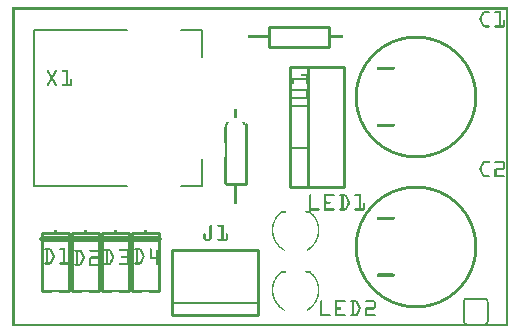
<source format=gto>
G04 MADE WITH FRITZING*
G04 WWW.FRITZING.ORG*
G04 DOUBLE SIDED*
G04 HOLES PLATED*
G04 CONTOUR ON CENTER OF CONTOUR VECTOR*
%ASAXBY*%
%FSLAX23Y23*%
%MOIN*%
%OFA0B0*%
%SFA1.0B1.0*%
%ADD10C,0.410000X0.39*%
%ADD11C,0.008000*%
%ADD12C,0.010000*%
%ADD13C,0.005000*%
%ADD14C,0.020000*%
%ADD15C,0.006000*%
%ADD16R,0.001000X0.001000*%
%LNSILK1*%
G90*
G70*
G54D10*
X1344Y265D03*
X1344Y765D03*
G54D11*
X71Y986D02*
X381Y986D01*
D02*
X71Y986D02*
X71Y466D01*
D02*
X71Y466D02*
X381Y466D01*
D02*
X561Y466D02*
X631Y466D01*
D02*
X631Y466D02*
X631Y556D01*
D02*
X631Y896D02*
X631Y986D01*
D02*
X631Y986D02*
X561Y986D01*
G54D12*
D02*
X924Y465D02*
X924Y865D01*
D02*
X924Y865D02*
X1104Y865D01*
D02*
X1104Y865D02*
X1104Y465D01*
D02*
X1104Y465D02*
X924Y465D01*
D02*
X924Y465D02*
X924Y865D01*
D02*
X924Y865D02*
X984Y865D01*
D02*
X984Y865D02*
X984Y465D01*
D02*
X984Y465D02*
X924Y465D01*
G54D13*
D02*
X924Y595D02*
X984Y595D01*
D02*
X924Y735D02*
X984Y735D01*
G54D12*
D02*
X818Y253D02*
X533Y253D01*
D02*
X533Y253D02*
X533Y37D01*
D02*
X533Y37D02*
X818Y37D01*
D02*
X818Y37D02*
X818Y253D01*
G54D13*
D02*
X533Y77D02*
X818Y77D01*
G54D12*
D02*
X489Y311D02*
X489Y116D01*
D02*
X399Y116D02*
X399Y311D01*
D02*
X399Y311D02*
X489Y311D01*
G54D14*
D02*
X399Y291D02*
X489Y291D01*
G54D12*
D02*
X389Y311D02*
X389Y116D01*
D02*
X299Y116D02*
X299Y311D01*
D02*
X299Y311D02*
X389Y311D01*
G54D14*
D02*
X299Y291D02*
X389Y291D01*
G54D12*
D02*
X289Y311D02*
X289Y116D01*
D02*
X199Y116D02*
X199Y311D01*
D02*
X199Y311D02*
X289Y311D01*
G54D14*
D02*
X199Y291D02*
X289Y291D01*
G54D12*
D02*
X189Y311D02*
X189Y116D01*
D02*
X99Y116D02*
X99Y311D01*
D02*
X99Y311D02*
X189Y311D01*
G54D14*
D02*
X99Y291D02*
X189Y291D01*
G54D12*
D02*
X854Y998D02*
X1054Y998D01*
D02*
X1054Y998D02*
X1054Y932D01*
D02*
X1054Y932D02*
X854Y932D01*
D02*
X854Y932D02*
X854Y998D01*
D02*
X777Y675D02*
X777Y475D01*
D02*
X777Y475D02*
X711Y475D01*
G54D15*
D02*
X1505Y17D02*
X1505Y80D01*
D02*
X1515Y5D02*
X1574Y5D01*
D02*
X1515Y92D02*
X1574Y92D01*
D02*
X1584Y80D02*
X1584Y17D01*
G54D16*
X0Y1062D02*
X1651Y1062D01*
X0Y1061D02*
X1651Y1061D01*
X0Y1060D02*
X1651Y1060D01*
X0Y1059D02*
X1651Y1059D01*
X0Y1058D02*
X1651Y1058D01*
X0Y1057D02*
X1651Y1057D01*
X0Y1056D02*
X1651Y1056D01*
X0Y1055D02*
X1651Y1055D01*
X0Y1054D02*
X7Y1054D01*
X1644Y1054D02*
X1651Y1054D01*
X0Y1053D02*
X7Y1053D01*
X1644Y1053D02*
X1651Y1053D01*
X0Y1052D02*
X7Y1052D01*
X1644Y1052D02*
X1651Y1052D01*
X0Y1051D02*
X7Y1051D01*
X1644Y1051D02*
X1651Y1051D01*
X0Y1050D02*
X7Y1050D01*
X1575Y1050D02*
X1587Y1050D01*
X1610Y1050D02*
X1626Y1050D01*
X1644Y1050D02*
X1651Y1050D01*
X0Y1049D02*
X7Y1049D01*
X1571Y1049D02*
X1589Y1049D01*
X1608Y1049D02*
X1627Y1049D01*
X1644Y1049D02*
X1651Y1049D01*
X0Y1048D02*
X7Y1048D01*
X1569Y1048D02*
X1590Y1048D01*
X1607Y1048D02*
X1627Y1048D01*
X1644Y1048D02*
X1651Y1048D01*
X0Y1047D02*
X7Y1047D01*
X1568Y1047D02*
X1591Y1047D01*
X1607Y1047D02*
X1627Y1047D01*
X1644Y1047D02*
X1651Y1047D01*
X0Y1046D02*
X7Y1046D01*
X1567Y1046D02*
X1590Y1046D01*
X1607Y1046D02*
X1627Y1046D01*
X1644Y1046D02*
X1651Y1046D01*
X0Y1045D02*
X7Y1045D01*
X1566Y1045D02*
X1590Y1045D01*
X1607Y1045D02*
X1627Y1045D01*
X1644Y1045D02*
X1651Y1045D01*
X0Y1044D02*
X7Y1044D01*
X1566Y1044D02*
X1589Y1044D01*
X1608Y1044D02*
X1627Y1044D01*
X1644Y1044D02*
X1651Y1044D01*
X0Y1043D02*
X7Y1043D01*
X1565Y1043D02*
X1574Y1043D01*
X1620Y1043D02*
X1627Y1043D01*
X1644Y1043D02*
X1651Y1043D01*
X0Y1042D02*
X7Y1042D01*
X1565Y1042D02*
X1572Y1042D01*
X1621Y1042D02*
X1627Y1042D01*
X1644Y1042D02*
X1651Y1042D01*
X0Y1041D02*
X7Y1041D01*
X1564Y1041D02*
X1571Y1041D01*
X1621Y1041D02*
X1627Y1041D01*
X1644Y1041D02*
X1651Y1041D01*
X0Y1040D02*
X7Y1040D01*
X1564Y1040D02*
X1571Y1040D01*
X1621Y1040D02*
X1627Y1040D01*
X1644Y1040D02*
X1651Y1040D01*
X0Y1039D02*
X7Y1039D01*
X1563Y1039D02*
X1570Y1039D01*
X1621Y1039D02*
X1627Y1039D01*
X1644Y1039D02*
X1651Y1039D01*
X0Y1038D02*
X7Y1038D01*
X1563Y1038D02*
X1569Y1038D01*
X1621Y1038D02*
X1627Y1038D01*
X1644Y1038D02*
X1651Y1038D01*
X0Y1037D02*
X7Y1037D01*
X1562Y1037D02*
X1569Y1037D01*
X1621Y1037D02*
X1627Y1037D01*
X1644Y1037D02*
X1651Y1037D01*
X0Y1036D02*
X7Y1036D01*
X1562Y1036D02*
X1568Y1036D01*
X1621Y1036D02*
X1627Y1036D01*
X1644Y1036D02*
X1651Y1036D01*
X0Y1035D02*
X7Y1035D01*
X1561Y1035D02*
X1568Y1035D01*
X1621Y1035D02*
X1627Y1035D01*
X1644Y1035D02*
X1651Y1035D01*
X0Y1034D02*
X7Y1034D01*
X1561Y1034D02*
X1567Y1034D01*
X1621Y1034D02*
X1627Y1034D01*
X1644Y1034D02*
X1651Y1034D01*
X0Y1033D02*
X7Y1033D01*
X1560Y1033D02*
X1567Y1033D01*
X1621Y1033D02*
X1627Y1033D01*
X1644Y1033D02*
X1651Y1033D01*
X0Y1032D02*
X7Y1032D01*
X1560Y1032D02*
X1566Y1032D01*
X1621Y1032D02*
X1627Y1032D01*
X1644Y1032D02*
X1651Y1032D01*
X0Y1031D02*
X7Y1031D01*
X1559Y1031D02*
X1566Y1031D01*
X1621Y1031D02*
X1627Y1031D01*
X1644Y1031D02*
X1651Y1031D01*
X0Y1030D02*
X7Y1030D01*
X1559Y1030D02*
X1565Y1030D01*
X1621Y1030D02*
X1627Y1030D01*
X1644Y1030D02*
X1651Y1030D01*
X0Y1029D02*
X7Y1029D01*
X1558Y1029D02*
X1565Y1029D01*
X1621Y1029D02*
X1627Y1029D01*
X1644Y1029D02*
X1651Y1029D01*
X0Y1028D02*
X7Y1028D01*
X1558Y1028D02*
X1564Y1028D01*
X1621Y1028D02*
X1627Y1028D01*
X1644Y1028D02*
X1651Y1028D01*
X0Y1027D02*
X7Y1027D01*
X1558Y1027D02*
X1564Y1027D01*
X1621Y1027D02*
X1627Y1027D01*
X1644Y1027D02*
X1651Y1027D01*
X0Y1026D02*
X7Y1026D01*
X1557Y1026D02*
X1564Y1026D01*
X1621Y1026D02*
X1627Y1026D01*
X1644Y1026D02*
X1651Y1026D01*
X0Y1025D02*
X7Y1025D01*
X1557Y1025D02*
X1563Y1025D01*
X1621Y1025D02*
X1627Y1025D01*
X1644Y1025D02*
X1651Y1025D01*
X0Y1024D02*
X7Y1024D01*
X1557Y1024D02*
X1563Y1024D01*
X1621Y1024D02*
X1627Y1024D01*
X1644Y1024D02*
X1651Y1024D01*
X0Y1023D02*
X7Y1023D01*
X1557Y1023D02*
X1563Y1023D01*
X1621Y1023D02*
X1627Y1023D01*
X1644Y1023D02*
X1651Y1023D01*
X0Y1022D02*
X7Y1022D01*
X1557Y1022D02*
X1563Y1022D01*
X1621Y1022D02*
X1627Y1022D01*
X1644Y1022D02*
X1651Y1022D01*
X0Y1021D02*
X7Y1021D01*
X1557Y1021D02*
X1563Y1021D01*
X1621Y1021D02*
X1627Y1021D01*
X1644Y1021D02*
X1651Y1021D01*
X0Y1020D02*
X7Y1020D01*
X1557Y1020D02*
X1564Y1020D01*
X1621Y1020D02*
X1627Y1020D01*
X1636Y1020D02*
X1639Y1020D01*
X1644Y1020D02*
X1651Y1020D01*
X0Y1019D02*
X7Y1019D01*
X1558Y1019D02*
X1564Y1019D01*
X1621Y1019D02*
X1627Y1019D01*
X1635Y1019D02*
X1640Y1019D01*
X1644Y1019D02*
X1651Y1019D01*
X0Y1018D02*
X7Y1018D01*
X1558Y1018D02*
X1564Y1018D01*
X1621Y1018D02*
X1627Y1018D01*
X1635Y1018D02*
X1640Y1018D01*
X1644Y1018D02*
X1651Y1018D01*
X0Y1017D02*
X7Y1017D01*
X1558Y1017D02*
X1565Y1017D01*
X1621Y1017D02*
X1627Y1017D01*
X1635Y1017D02*
X1641Y1017D01*
X1644Y1017D02*
X1651Y1017D01*
X0Y1016D02*
X7Y1016D01*
X1559Y1016D02*
X1565Y1016D01*
X1621Y1016D02*
X1627Y1016D01*
X1635Y1016D02*
X1641Y1016D01*
X1644Y1016D02*
X1651Y1016D01*
X0Y1015D02*
X7Y1015D01*
X1559Y1015D02*
X1566Y1015D01*
X1621Y1015D02*
X1627Y1015D01*
X1635Y1015D02*
X1641Y1015D01*
X1644Y1015D02*
X1651Y1015D01*
X0Y1014D02*
X7Y1014D01*
X1560Y1014D02*
X1566Y1014D01*
X1621Y1014D02*
X1627Y1014D01*
X1635Y1014D02*
X1641Y1014D01*
X1644Y1014D02*
X1651Y1014D01*
X0Y1013D02*
X7Y1013D01*
X1560Y1013D02*
X1567Y1013D01*
X1621Y1013D02*
X1627Y1013D01*
X1635Y1013D02*
X1641Y1013D01*
X1644Y1013D02*
X1651Y1013D01*
X0Y1012D02*
X7Y1012D01*
X1561Y1012D02*
X1567Y1012D01*
X1621Y1012D02*
X1627Y1012D01*
X1635Y1012D02*
X1641Y1012D01*
X1644Y1012D02*
X1651Y1012D01*
X0Y1011D02*
X7Y1011D01*
X1561Y1011D02*
X1568Y1011D01*
X1621Y1011D02*
X1627Y1011D01*
X1635Y1011D02*
X1641Y1011D01*
X1644Y1011D02*
X1651Y1011D01*
X0Y1010D02*
X7Y1010D01*
X1562Y1010D02*
X1568Y1010D01*
X1621Y1010D02*
X1627Y1010D01*
X1635Y1010D02*
X1641Y1010D01*
X1644Y1010D02*
X1651Y1010D01*
X0Y1009D02*
X7Y1009D01*
X1562Y1009D02*
X1569Y1009D01*
X1621Y1009D02*
X1627Y1009D01*
X1635Y1009D02*
X1641Y1009D01*
X1644Y1009D02*
X1651Y1009D01*
X0Y1008D02*
X7Y1008D01*
X1563Y1008D02*
X1569Y1008D01*
X1621Y1008D02*
X1627Y1008D01*
X1635Y1008D02*
X1641Y1008D01*
X1644Y1008D02*
X1651Y1008D01*
X0Y1007D02*
X7Y1007D01*
X1563Y1007D02*
X1570Y1007D01*
X1621Y1007D02*
X1627Y1007D01*
X1635Y1007D02*
X1641Y1007D01*
X1644Y1007D02*
X1651Y1007D01*
X0Y1006D02*
X7Y1006D01*
X1564Y1006D02*
X1571Y1006D01*
X1621Y1006D02*
X1627Y1006D01*
X1635Y1006D02*
X1641Y1006D01*
X1644Y1006D02*
X1651Y1006D01*
X0Y1005D02*
X7Y1005D01*
X1564Y1005D02*
X1571Y1005D01*
X1621Y1005D02*
X1627Y1005D01*
X1635Y1005D02*
X1641Y1005D01*
X1644Y1005D02*
X1651Y1005D01*
X0Y1004D02*
X7Y1004D01*
X1565Y1004D02*
X1572Y1004D01*
X1621Y1004D02*
X1627Y1004D01*
X1635Y1004D02*
X1641Y1004D01*
X1644Y1004D02*
X1651Y1004D01*
X0Y1003D02*
X7Y1003D01*
X1565Y1003D02*
X1574Y1003D01*
X1620Y1003D02*
X1627Y1003D01*
X1634Y1003D02*
X1641Y1003D01*
X1644Y1003D02*
X1651Y1003D01*
X0Y1002D02*
X7Y1002D01*
X1566Y1002D02*
X1589Y1002D01*
X1608Y1002D02*
X1641Y1002D01*
X1644Y1002D02*
X1651Y1002D01*
X0Y1001D02*
X7Y1001D01*
X1566Y1001D02*
X1590Y1001D01*
X1607Y1001D02*
X1641Y1001D01*
X1644Y1001D02*
X1651Y1001D01*
X0Y1000D02*
X7Y1000D01*
X1567Y1000D02*
X1590Y1000D01*
X1607Y1000D02*
X1641Y1000D01*
X1644Y1000D02*
X1651Y1000D01*
X0Y999D02*
X7Y999D01*
X1568Y999D02*
X1590Y999D01*
X1607Y999D02*
X1640Y999D01*
X1644Y999D02*
X1651Y999D01*
X0Y998D02*
X7Y998D01*
X1569Y998D02*
X1590Y998D01*
X1607Y998D02*
X1640Y998D01*
X1644Y998D02*
X1651Y998D01*
X0Y997D02*
X7Y997D01*
X1571Y997D02*
X1590Y997D01*
X1608Y997D02*
X1639Y997D01*
X1644Y997D02*
X1651Y997D01*
X0Y996D02*
X7Y996D01*
X1574Y996D02*
X1587Y996D01*
X1610Y996D02*
X1637Y996D01*
X1644Y996D02*
X1651Y996D01*
X0Y995D02*
X7Y995D01*
X1644Y995D02*
X1651Y995D01*
X0Y994D02*
X7Y994D01*
X1644Y994D02*
X1651Y994D01*
X0Y993D02*
X7Y993D01*
X1644Y993D02*
X1651Y993D01*
X0Y992D02*
X7Y992D01*
X1644Y992D02*
X1651Y992D01*
X0Y991D02*
X7Y991D01*
X1644Y991D02*
X1651Y991D01*
X0Y990D02*
X7Y990D01*
X1644Y990D02*
X1651Y990D01*
X0Y989D02*
X7Y989D01*
X1644Y989D02*
X1651Y989D01*
X0Y988D02*
X7Y988D01*
X1644Y988D02*
X1651Y988D01*
X0Y987D02*
X7Y987D01*
X1644Y987D02*
X1651Y987D01*
X0Y986D02*
X7Y986D01*
X1644Y986D02*
X1651Y986D01*
X0Y985D02*
X7Y985D01*
X1644Y985D02*
X1651Y985D01*
X0Y984D02*
X7Y984D01*
X1644Y984D02*
X1651Y984D01*
X0Y983D02*
X7Y983D01*
X1644Y983D02*
X1651Y983D01*
X0Y982D02*
X7Y982D01*
X1644Y982D02*
X1651Y982D01*
X0Y981D02*
X7Y981D01*
X1644Y981D02*
X1651Y981D01*
X0Y980D02*
X7Y980D01*
X1644Y980D02*
X1651Y980D01*
X0Y979D02*
X7Y979D01*
X1644Y979D02*
X1651Y979D01*
X0Y978D02*
X7Y978D01*
X1644Y978D02*
X1651Y978D01*
X0Y977D02*
X7Y977D01*
X1644Y977D02*
X1651Y977D01*
X0Y976D02*
X7Y976D01*
X1644Y976D02*
X1651Y976D01*
X0Y975D02*
X7Y975D01*
X1644Y975D02*
X1651Y975D01*
X0Y974D02*
X7Y974D01*
X1644Y974D02*
X1651Y974D01*
X0Y973D02*
X7Y973D01*
X1644Y973D02*
X1651Y973D01*
X0Y972D02*
X7Y972D01*
X1644Y972D02*
X1651Y972D01*
X0Y971D02*
X7Y971D01*
X1644Y971D02*
X1651Y971D01*
X0Y970D02*
X7Y970D01*
X786Y970D02*
X853Y970D01*
X1054Y970D02*
X1101Y970D01*
X1644Y970D02*
X1651Y970D01*
X0Y969D02*
X7Y969D01*
X787Y969D02*
X853Y969D01*
X1054Y969D02*
X1101Y969D01*
X1644Y969D02*
X1651Y969D01*
X0Y968D02*
X7Y968D01*
X787Y968D02*
X853Y968D01*
X1054Y968D02*
X1101Y968D01*
X1644Y968D02*
X1651Y968D01*
X0Y967D02*
X7Y967D01*
X787Y967D02*
X853Y967D01*
X1054Y967D02*
X1101Y967D01*
X1644Y967D02*
X1651Y967D01*
X0Y966D02*
X7Y966D01*
X787Y966D02*
X853Y966D01*
X1054Y966D02*
X1101Y966D01*
X1644Y966D02*
X1651Y966D01*
X0Y965D02*
X7Y965D01*
X787Y965D02*
X853Y965D01*
X1054Y965D02*
X1101Y965D01*
X1644Y965D02*
X1651Y965D01*
X0Y964D02*
X7Y964D01*
X787Y964D02*
X853Y964D01*
X1054Y964D02*
X1101Y964D01*
X1644Y964D02*
X1651Y964D01*
X0Y963D02*
X7Y963D01*
X787Y963D02*
X853Y963D01*
X1054Y963D02*
X1101Y963D01*
X1644Y963D02*
X1651Y963D01*
X0Y962D02*
X7Y962D01*
X787Y962D02*
X853Y962D01*
X1054Y962D02*
X1101Y962D01*
X1644Y962D02*
X1651Y962D01*
X0Y961D02*
X7Y961D01*
X787Y961D02*
X853Y961D01*
X1054Y961D02*
X1101Y961D01*
X1644Y961D02*
X1651Y961D01*
X0Y960D02*
X7Y960D01*
X1644Y960D02*
X1651Y960D01*
X0Y959D02*
X7Y959D01*
X1644Y959D02*
X1651Y959D01*
X0Y958D02*
X7Y958D01*
X1644Y958D02*
X1651Y958D01*
X0Y957D02*
X7Y957D01*
X1644Y957D02*
X1651Y957D01*
X0Y956D02*
X7Y956D01*
X1644Y956D02*
X1651Y956D01*
X0Y955D02*
X7Y955D01*
X1644Y955D02*
X1651Y955D01*
X0Y954D02*
X7Y954D01*
X1644Y954D02*
X1651Y954D01*
X0Y953D02*
X7Y953D01*
X1644Y953D02*
X1651Y953D01*
X0Y952D02*
X7Y952D01*
X1644Y952D02*
X1651Y952D01*
X0Y951D02*
X7Y951D01*
X1644Y951D02*
X1651Y951D01*
X0Y950D02*
X7Y950D01*
X1644Y950D02*
X1651Y950D01*
X0Y949D02*
X7Y949D01*
X1644Y949D02*
X1651Y949D01*
X0Y948D02*
X7Y948D01*
X1644Y948D02*
X1651Y948D01*
X0Y947D02*
X7Y947D01*
X1644Y947D02*
X1651Y947D01*
X0Y946D02*
X7Y946D01*
X1644Y946D02*
X1651Y946D01*
X0Y945D02*
X7Y945D01*
X1644Y945D02*
X1651Y945D01*
X0Y944D02*
X7Y944D01*
X1644Y944D02*
X1651Y944D01*
X0Y943D02*
X7Y943D01*
X1644Y943D02*
X1651Y943D01*
X0Y942D02*
X7Y942D01*
X1644Y942D02*
X1651Y942D01*
X0Y941D02*
X7Y941D01*
X1644Y941D02*
X1651Y941D01*
X0Y940D02*
X7Y940D01*
X1644Y940D02*
X1651Y940D01*
X0Y939D02*
X7Y939D01*
X1644Y939D02*
X1651Y939D01*
X0Y938D02*
X7Y938D01*
X1644Y938D02*
X1651Y938D01*
X0Y937D02*
X7Y937D01*
X1644Y937D02*
X1651Y937D01*
X0Y936D02*
X7Y936D01*
X1644Y936D02*
X1651Y936D01*
X0Y935D02*
X7Y935D01*
X1644Y935D02*
X1651Y935D01*
X0Y934D02*
X7Y934D01*
X1644Y934D02*
X1651Y934D01*
X0Y933D02*
X7Y933D01*
X1644Y933D02*
X1651Y933D01*
X0Y932D02*
X7Y932D01*
X1644Y932D02*
X1651Y932D01*
X0Y931D02*
X7Y931D01*
X1644Y931D02*
X1651Y931D01*
X0Y930D02*
X7Y930D01*
X1644Y930D02*
X1651Y930D01*
X0Y929D02*
X7Y929D01*
X1644Y929D02*
X1651Y929D01*
X0Y928D02*
X7Y928D01*
X1644Y928D02*
X1651Y928D01*
X0Y927D02*
X7Y927D01*
X1644Y927D02*
X1651Y927D01*
X0Y926D02*
X7Y926D01*
X1644Y926D02*
X1651Y926D01*
X0Y925D02*
X7Y925D01*
X1644Y925D02*
X1651Y925D01*
X0Y924D02*
X7Y924D01*
X1644Y924D02*
X1651Y924D01*
X0Y923D02*
X7Y923D01*
X1644Y923D02*
X1651Y923D01*
X0Y922D02*
X7Y922D01*
X1644Y922D02*
X1651Y922D01*
X0Y921D02*
X7Y921D01*
X1644Y921D02*
X1651Y921D01*
X0Y920D02*
X7Y920D01*
X1644Y920D02*
X1651Y920D01*
X0Y919D02*
X7Y919D01*
X1644Y919D02*
X1651Y919D01*
X0Y918D02*
X7Y918D01*
X1644Y918D02*
X1651Y918D01*
X0Y917D02*
X7Y917D01*
X1644Y917D02*
X1651Y917D01*
X0Y916D02*
X7Y916D01*
X1644Y916D02*
X1651Y916D01*
X0Y915D02*
X7Y915D01*
X1644Y915D02*
X1651Y915D01*
X0Y914D02*
X7Y914D01*
X1644Y914D02*
X1651Y914D01*
X0Y913D02*
X7Y913D01*
X1644Y913D02*
X1651Y913D01*
X0Y912D02*
X7Y912D01*
X1644Y912D02*
X1651Y912D01*
X0Y911D02*
X7Y911D01*
X1644Y911D02*
X1651Y911D01*
X0Y910D02*
X7Y910D01*
X1644Y910D02*
X1651Y910D01*
X0Y909D02*
X7Y909D01*
X1644Y909D02*
X1651Y909D01*
X0Y908D02*
X7Y908D01*
X1644Y908D02*
X1651Y908D01*
X0Y907D02*
X7Y907D01*
X1644Y907D02*
X1651Y907D01*
X0Y906D02*
X7Y906D01*
X1644Y906D02*
X1651Y906D01*
X0Y905D02*
X7Y905D01*
X1644Y905D02*
X1651Y905D01*
X0Y904D02*
X7Y904D01*
X1644Y904D02*
X1651Y904D01*
X0Y903D02*
X7Y903D01*
X1644Y903D02*
X1651Y903D01*
X0Y902D02*
X7Y902D01*
X1644Y902D02*
X1651Y902D01*
X0Y901D02*
X7Y901D01*
X1644Y901D02*
X1651Y901D01*
X0Y900D02*
X7Y900D01*
X1644Y900D02*
X1651Y900D01*
X0Y899D02*
X7Y899D01*
X1644Y899D02*
X1651Y899D01*
X0Y898D02*
X7Y898D01*
X1644Y898D02*
X1651Y898D01*
X0Y897D02*
X7Y897D01*
X1644Y897D02*
X1651Y897D01*
X0Y896D02*
X7Y896D01*
X1644Y896D02*
X1651Y896D01*
X0Y895D02*
X7Y895D01*
X1644Y895D02*
X1651Y895D01*
X0Y894D02*
X7Y894D01*
X1644Y894D02*
X1651Y894D01*
X0Y893D02*
X7Y893D01*
X1644Y893D02*
X1651Y893D01*
X0Y892D02*
X7Y892D01*
X1644Y892D02*
X1651Y892D01*
X0Y891D02*
X7Y891D01*
X1644Y891D02*
X1651Y891D01*
X0Y890D02*
X7Y890D01*
X1644Y890D02*
X1651Y890D01*
X0Y889D02*
X7Y889D01*
X1644Y889D02*
X1651Y889D01*
X0Y888D02*
X7Y888D01*
X1644Y888D02*
X1651Y888D01*
X0Y887D02*
X7Y887D01*
X1644Y887D02*
X1651Y887D01*
X0Y886D02*
X7Y886D01*
X1644Y886D02*
X1651Y886D01*
X0Y885D02*
X7Y885D01*
X1644Y885D02*
X1651Y885D01*
X0Y884D02*
X7Y884D01*
X1644Y884D02*
X1651Y884D01*
X0Y883D02*
X7Y883D01*
X1644Y883D02*
X1651Y883D01*
X0Y882D02*
X7Y882D01*
X1644Y882D02*
X1651Y882D01*
X0Y881D02*
X7Y881D01*
X1644Y881D02*
X1651Y881D01*
X0Y880D02*
X7Y880D01*
X1644Y880D02*
X1651Y880D01*
X0Y879D02*
X7Y879D01*
X1644Y879D02*
X1651Y879D01*
X0Y878D02*
X7Y878D01*
X1644Y878D02*
X1651Y878D01*
X0Y877D02*
X7Y877D01*
X1644Y877D02*
X1651Y877D01*
X0Y876D02*
X7Y876D01*
X1644Y876D02*
X1651Y876D01*
X0Y875D02*
X7Y875D01*
X1644Y875D02*
X1651Y875D01*
X0Y874D02*
X7Y874D01*
X1644Y874D02*
X1651Y874D01*
X0Y873D02*
X7Y873D01*
X1644Y873D02*
X1651Y873D01*
X0Y872D02*
X7Y872D01*
X1644Y872D02*
X1651Y872D01*
X0Y871D02*
X7Y871D01*
X1644Y871D02*
X1651Y871D01*
X0Y870D02*
X7Y870D01*
X1644Y870D02*
X1651Y870D01*
X0Y869D02*
X7Y869D01*
X1644Y869D02*
X1651Y869D01*
X0Y868D02*
X7Y868D01*
X1644Y868D02*
X1651Y868D01*
X0Y867D02*
X7Y867D01*
X1644Y867D02*
X1651Y867D01*
X0Y866D02*
X7Y866D01*
X1644Y866D02*
X1651Y866D01*
X0Y865D02*
X7Y865D01*
X1216Y865D02*
X1271Y865D01*
X1644Y865D02*
X1651Y865D01*
X0Y864D02*
X7Y864D01*
X1215Y864D02*
X1272Y864D01*
X1644Y864D02*
X1651Y864D01*
X0Y863D02*
X7Y863D01*
X1214Y863D02*
X1273Y863D01*
X1644Y863D02*
X1651Y863D01*
X0Y862D02*
X7Y862D01*
X1214Y862D02*
X1273Y862D01*
X1644Y862D02*
X1651Y862D01*
X0Y861D02*
X7Y861D01*
X1214Y861D02*
X1274Y861D01*
X1644Y861D02*
X1651Y861D01*
X0Y860D02*
X7Y860D01*
X1214Y860D02*
X1274Y860D01*
X1644Y860D02*
X1651Y860D01*
X0Y859D02*
X7Y859D01*
X1214Y859D02*
X1274Y859D01*
X1644Y859D02*
X1651Y859D01*
X0Y858D02*
X7Y858D01*
X1214Y858D02*
X1273Y858D01*
X1644Y858D02*
X1651Y858D01*
X0Y857D02*
X7Y857D01*
X1215Y857D02*
X1273Y857D01*
X1644Y857D02*
X1651Y857D01*
X0Y856D02*
X7Y856D01*
X1216Y856D02*
X1272Y856D01*
X1644Y856D02*
X1651Y856D01*
X0Y855D02*
X7Y855D01*
X1217Y855D02*
X1270Y855D01*
X1644Y855D02*
X1651Y855D01*
X0Y854D02*
X7Y854D01*
X116Y854D02*
X119Y854D01*
X144Y854D02*
X146Y854D01*
X166Y854D02*
X184Y854D01*
X1644Y854D02*
X1651Y854D01*
X0Y853D02*
X7Y853D01*
X115Y853D02*
X120Y853D01*
X143Y853D02*
X147Y853D01*
X165Y853D02*
X184Y853D01*
X1644Y853D02*
X1651Y853D01*
X0Y852D02*
X7Y852D01*
X115Y852D02*
X121Y852D01*
X142Y852D02*
X148Y852D01*
X165Y852D02*
X184Y852D01*
X1644Y852D02*
X1651Y852D01*
X0Y851D02*
X7Y851D01*
X115Y851D02*
X121Y851D01*
X141Y851D02*
X148Y851D01*
X165Y851D02*
X184Y851D01*
X1644Y851D02*
X1651Y851D01*
X0Y850D02*
X7Y850D01*
X115Y850D02*
X122Y850D01*
X141Y850D02*
X148Y850D01*
X165Y850D02*
X184Y850D01*
X1644Y850D02*
X1651Y850D01*
X0Y849D02*
X7Y849D01*
X115Y849D02*
X122Y849D01*
X140Y849D02*
X147Y849D01*
X165Y849D02*
X184Y849D01*
X1644Y849D02*
X1651Y849D01*
X0Y848D02*
X7Y848D01*
X116Y848D02*
X123Y848D01*
X140Y848D02*
X147Y848D01*
X166Y848D02*
X184Y848D01*
X1644Y848D02*
X1651Y848D01*
X0Y847D02*
X7Y847D01*
X116Y847D02*
X123Y847D01*
X139Y847D02*
X146Y847D01*
X178Y847D02*
X184Y847D01*
X1644Y847D02*
X1651Y847D01*
X0Y846D02*
X7Y846D01*
X117Y846D02*
X124Y846D01*
X139Y846D02*
X146Y846D01*
X178Y846D02*
X184Y846D01*
X1644Y846D02*
X1651Y846D01*
X0Y845D02*
X7Y845D01*
X117Y845D02*
X125Y845D01*
X138Y845D02*
X145Y845D01*
X178Y845D02*
X184Y845D01*
X1644Y845D02*
X1651Y845D01*
X0Y844D02*
X7Y844D01*
X118Y844D02*
X125Y844D01*
X137Y844D02*
X145Y844D01*
X178Y844D02*
X184Y844D01*
X1644Y844D02*
X1651Y844D01*
X0Y843D02*
X7Y843D01*
X119Y843D02*
X126Y843D01*
X137Y843D02*
X144Y843D01*
X178Y843D02*
X184Y843D01*
X1644Y843D02*
X1651Y843D01*
X0Y842D02*
X7Y842D01*
X119Y842D02*
X126Y842D01*
X136Y842D02*
X143Y842D01*
X178Y842D02*
X184Y842D01*
X1644Y842D02*
X1651Y842D01*
X0Y841D02*
X7Y841D01*
X120Y841D02*
X127Y841D01*
X136Y841D02*
X143Y841D01*
X178Y841D02*
X184Y841D01*
X964Y841D02*
X983Y841D01*
X1644Y841D02*
X1651Y841D01*
X0Y840D02*
X7Y840D01*
X120Y840D02*
X128Y840D01*
X135Y840D02*
X142Y840D01*
X178Y840D02*
X184Y840D01*
X962Y840D02*
X984Y840D01*
X1644Y840D02*
X1651Y840D01*
X0Y839D02*
X7Y839D01*
X121Y839D02*
X128Y839D01*
X134Y839D02*
X142Y839D01*
X178Y839D02*
X184Y839D01*
X962Y839D02*
X985Y839D01*
X1644Y839D02*
X1651Y839D01*
X0Y838D02*
X7Y838D01*
X122Y838D02*
X129Y838D01*
X134Y838D02*
X141Y838D01*
X178Y838D02*
X184Y838D01*
X961Y838D02*
X985Y838D01*
X1644Y838D02*
X1651Y838D01*
X0Y837D02*
X7Y837D01*
X122Y837D02*
X129Y837D01*
X133Y837D02*
X140Y837D01*
X178Y837D02*
X184Y837D01*
X961Y837D02*
X985Y837D01*
X1644Y837D02*
X1651Y837D01*
X0Y836D02*
X7Y836D01*
X123Y836D02*
X130Y836D01*
X133Y836D02*
X140Y836D01*
X178Y836D02*
X184Y836D01*
X962Y836D02*
X985Y836D01*
X1644Y836D02*
X1651Y836D01*
X0Y835D02*
X7Y835D01*
X123Y835D02*
X139Y835D01*
X178Y835D02*
X184Y835D01*
X963Y835D02*
X985Y835D01*
X1644Y835D02*
X1651Y835D01*
X0Y834D02*
X7Y834D01*
X124Y834D02*
X139Y834D01*
X178Y834D02*
X184Y834D01*
X979Y834D02*
X985Y834D01*
X1644Y834D02*
X1651Y834D01*
X0Y833D02*
X7Y833D01*
X124Y833D02*
X138Y833D01*
X178Y833D02*
X184Y833D01*
X979Y833D02*
X985Y833D01*
X1644Y833D02*
X1651Y833D01*
X0Y832D02*
X7Y832D01*
X125Y832D02*
X138Y832D01*
X178Y832D02*
X184Y832D01*
X979Y832D02*
X985Y832D01*
X1644Y832D02*
X1651Y832D01*
X0Y831D02*
X7Y831D01*
X126Y831D02*
X137Y831D01*
X178Y831D02*
X184Y831D01*
X979Y831D02*
X985Y831D01*
X1644Y831D02*
X1651Y831D01*
X0Y830D02*
X7Y830D01*
X126Y830D02*
X136Y830D01*
X178Y830D02*
X184Y830D01*
X979Y830D02*
X985Y830D01*
X1644Y830D02*
X1651Y830D01*
X0Y829D02*
X7Y829D01*
X127Y829D02*
X136Y829D01*
X178Y829D02*
X184Y829D01*
X979Y829D02*
X985Y829D01*
X1644Y829D02*
X1651Y829D01*
X0Y828D02*
X7Y828D01*
X127Y828D02*
X135Y828D01*
X178Y828D02*
X184Y828D01*
X979Y828D02*
X985Y828D01*
X1644Y828D02*
X1651Y828D01*
X0Y827D02*
X7Y827D01*
X127Y827D02*
X135Y827D01*
X178Y827D02*
X184Y827D01*
X932Y827D02*
X985Y827D01*
X1644Y827D02*
X1651Y827D01*
X0Y826D02*
X7Y826D01*
X127Y826D02*
X136Y826D01*
X178Y826D02*
X184Y826D01*
X932Y826D02*
X985Y826D01*
X1644Y826D02*
X1651Y826D01*
X0Y825D02*
X7Y825D01*
X126Y825D02*
X136Y825D01*
X178Y825D02*
X184Y825D01*
X195Y825D02*
X195Y825D01*
X932Y825D02*
X985Y825D01*
X1644Y825D02*
X1651Y825D01*
X0Y824D02*
X7Y824D01*
X126Y824D02*
X137Y824D01*
X178Y824D02*
X184Y824D01*
X193Y824D02*
X197Y824D01*
X932Y824D02*
X985Y824D01*
X1644Y824D02*
X1651Y824D01*
X0Y823D02*
X7Y823D01*
X125Y823D02*
X137Y823D01*
X178Y823D02*
X184Y823D01*
X192Y823D02*
X198Y823D01*
X932Y823D02*
X985Y823D01*
X1644Y823D02*
X1651Y823D01*
X0Y822D02*
X7Y822D01*
X125Y822D02*
X138Y822D01*
X178Y822D02*
X184Y822D01*
X192Y822D02*
X198Y822D01*
X932Y822D02*
X985Y822D01*
X1644Y822D02*
X1651Y822D01*
X0Y821D02*
X7Y821D01*
X124Y821D02*
X139Y821D01*
X178Y821D02*
X184Y821D01*
X192Y821D02*
X198Y821D01*
X932Y821D02*
X985Y821D01*
X1644Y821D02*
X1651Y821D01*
X0Y820D02*
X7Y820D01*
X123Y820D02*
X139Y820D01*
X178Y820D02*
X184Y820D01*
X192Y820D02*
X198Y820D01*
X932Y820D02*
X938Y820D01*
X979Y820D02*
X985Y820D01*
X1644Y820D02*
X1651Y820D01*
X0Y819D02*
X7Y819D01*
X123Y819D02*
X130Y819D01*
X133Y819D02*
X140Y819D01*
X178Y819D02*
X184Y819D01*
X192Y819D02*
X198Y819D01*
X932Y819D02*
X938Y819D01*
X979Y819D02*
X985Y819D01*
X1644Y819D02*
X1651Y819D01*
X0Y818D02*
X7Y818D01*
X122Y818D02*
X129Y818D01*
X133Y818D02*
X140Y818D01*
X178Y818D02*
X184Y818D01*
X192Y818D02*
X198Y818D01*
X932Y818D02*
X938Y818D01*
X979Y818D02*
X985Y818D01*
X1644Y818D02*
X1651Y818D01*
X0Y817D02*
X7Y817D01*
X122Y817D02*
X129Y817D01*
X134Y817D02*
X141Y817D01*
X178Y817D02*
X184Y817D01*
X192Y817D02*
X198Y817D01*
X932Y817D02*
X938Y817D01*
X979Y817D02*
X985Y817D01*
X1644Y817D02*
X1651Y817D01*
X0Y816D02*
X7Y816D01*
X121Y816D02*
X128Y816D01*
X134Y816D02*
X142Y816D01*
X178Y816D02*
X184Y816D01*
X192Y816D02*
X198Y816D01*
X932Y816D02*
X938Y816D01*
X979Y816D02*
X985Y816D01*
X1644Y816D02*
X1651Y816D01*
X0Y815D02*
X7Y815D01*
X120Y815D02*
X128Y815D01*
X135Y815D02*
X142Y815D01*
X178Y815D02*
X184Y815D01*
X192Y815D02*
X198Y815D01*
X932Y815D02*
X938Y815D01*
X979Y815D02*
X985Y815D01*
X1644Y815D02*
X1651Y815D01*
X0Y814D02*
X7Y814D01*
X120Y814D02*
X127Y814D01*
X136Y814D02*
X143Y814D01*
X178Y814D02*
X184Y814D01*
X192Y814D02*
X198Y814D01*
X932Y814D02*
X938Y814D01*
X979Y814D02*
X985Y814D01*
X1644Y814D02*
X1651Y814D01*
X0Y813D02*
X7Y813D01*
X119Y813D02*
X126Y813D01*
X136Y813D02*
X143Y813D01*
X178Y813D02*
X184Y813D01*
X192Y813D02*
X198Y813D01*
X932Y813D02*
X938Y813D01*
X979Y813D02*
X985Y813D01*
X1644Y813D02*
X1651Y813D01*
X0Y812D02*
X7Y812D01*
X119Y812D02*
X126Y812D01*
X137Y812D02*
X144Y812D01*
X178Y812D02*
X184Y812D01*
X192Y812D02*
X198Y812D01*
X932Y812D02*
X938Y812D01*
X979Y812D02*
X985Y812D01*
X1644Y812D02*
X1651Y812D01*
X0Y811D02*
X7Y811D01*
X118Y811D02*
X125Y811D01*
X137Y811D02*
X144Y811D01*
X178Y811D02*
X184Y811D01*
X192Y811D02*
X198Y811D01*
X932Y811D02*
X938Y811D01*
X979Y811D02*
X985Y811D01*
X1644Y811D02*
X1651Y811D01*
X0Y810D02*
X7Y810D01*
X118Y810D02*
X125Y810D01*
X138Y810D02*
X145Y810D01*
X178Y810D02*
X184Y810D01*
X192Y810D02*
X198Y810D01*
X932Y810D02*
X938Y810D01*
X979Y810D02*
X985Y810D01*
X1644Y810D02*
X1651Y810D01*
X0Y809D02*
X7Y809D01*
X117Y809D02*
X124Y809D01*
X139Y809D02*
X146Y809D01*
X178Y809D02*
X184Y809D01*
X192Y809D02*
X198Y809D01*
X932Y809D02*
X938Y809D01*
X979Y809D02*
X985Y809D01*
X1644Y809D02*
X1651Y809D01*
X0Y808D02*
X7Y808D01*
X116Y808D02*
X124Y808D01*
X139Y808D02*
X146Y808D01*
X178Y808D02*
X184Y808D01*
X192Y808D02*
X198Y808D01*
X933Y808D02*
X937Y808D01*
X980Y808D02*
X984Y808D01*
X1644Y808D02*
X1651Y808D01*
X0Y807D02*
X7Y807D01*
X116Y807D02*
X123Y807D01*
X140Y807D02*
X147Y807D01*
X167Y807D02*
X198Y807D01*
X934Y807D02*
X936Y807D01*
X981Y807D02*
X983Y807D01*
X1644Y807D02*
X1651Y807D01*
X0Y806D02*
X7Y806D01*
X115Y806D02*
X122Y806D01*
X140Y806D02*
X147Y806D01*
X165Y806D02*
X198Y806D01*
X1644Y806D02*
X1651Y806D01*
X0Y805D02*
X7Y805D01*
X115Y805D02*
X122Y805D01*
X141Y805D02*
X148Y805D01*
X165Y805D02*
X198Y805D01*
X1644Y805D02*
X1651Y805D01*
X0Y804D02*
X7Y804D01*
X115Y804D02*
X121Y804D01*
X141Y804D02*
X148Y804D01*
X165Y804D02*
X198Y804D01*
X1644Y804D02*
X1651Y804D01*
X0Y803D02*
X7Y803D01*
X115Y803D02*
X121Y803D01*
X142Y803D02*
X148Y803D01*
X165Y803D02*
X198Y803D01*
X1644Y803D02*
X1651Y803D01*
X0Y802D02*
X7Y802D01*
X115Y802D02*
X120Y802D01*
X143Y802D02*
X147Y802D01*
X165Y802D02*
X197Y802D01*
X1644Y802D02*
X1651Y802D01*
X0Y801D02*
X7Y801D01*
X116Y801D02*
X119Y801D01*
X144Y801D02*
X146Y801D01*
X166Y801D02*
X196Y801D01*
X1644Y801D02*
X1651Y801D01*
X0Y800D02*
X7Y800D01*
X1644Y800D02*
X1651Y800D01*
X0Y799D02*
X7Y799D01*
X1644Y799D02*
X1651Y799D01*
X0Y798D02*
X7Y798D01*
X1644Y798D02*
X1651Y798D01*
X0Y797D02*
X7Y797D01*
X1644Y797D02*
X1651Y797D01*
X0Y796D02*
X7Y796D01*
X1644Y796D02*
X1651Y796D01*
X0Y795D02*
X7Y795D01*
X1644Y795D02*
X1651Y795D01*
X0Y794D02*
X7Y794D01*
X1644Y794D02*
X1651Y794D01*
X0Y793D02*
X7Y793D01*
X1644Y793D02*
X1651Y793D01*
X0Y792D02*
X7Y792D01*
X1644Y792D02*
X1651Y792D01*
X0Y791D02*
X7Y791D01*
X934Y791D02*
X977Y791D01*
X1644Y791D02*
X1651Y791D01*
X0Y790D02*
X7Y790D01*
X933Y790D02*
X980Y790D01*
X1644Y790D02*
X1651Y790D01*
X0Y789D02*
X7Y789D01*
X932Y789D02*
X981Y789D01*
X1644Y789D02*
X1651Y789D01*
X0Y788D02*
X7Y788D01*
X932Y788D02*
X982Y788D01*
X1644Y788D02*
X1651Y788D01*
X0Y787D02*
X7Y787D01*
X932Y787D02*
X983Y787D01*
X1644Y787D02*
X1651Y787D01*
X0Y786D02*
X7Y786D01*
X932Y786D02*
X984Y786D01*
X1644Y786D02*
X1651Y786D01*
X0Y785D02*
X7Y785D01*
X933Y785D02*
X984Y785D01*
X1644Y785D02*
X1651Y785D01*
X0Y784D02*
X7Y784D01*
X977Y784D02*
X985Y784D01*
X1644Y784D02*
X1651Y784D01*
X0Y783D02*
X7Y783D01*
X978Y783D02*
X985Y783D01*
X1644Y783D02*
X1651Y783D01*
X0Y782D02*
X7Y782D01*
X979Y782D02*
X985Y782D01*
X1644Y782D02*
X1651Y782D01*
X0Y781D02*
X7Y781D01*
X979Y781D02*
X985Y781D01*
X1644Y781D02*
X1651Y781D01*
X0Y780D02*
X7Y780D01*
X979Y780D02*
X985Y780D01*
X1644Y780D02*
X1651Y780D01*
X0Y779D02*
X7Y779D01*
X979Y779D02*
X985Y779D01*
X1644Y779D02*
X1651Y779D01*
X0Y778D02*
X7Y778D01*
X979Y778D02*
X985Y778D01*
X1644Y778D02*
X1651Y778D01*
X0Y777D02*
X7Y777D01*
X979Y777D02*
X985Y777D01*
X1644Y777D02*
X1651Y777D01*
X0Y776D02*
X7Y776D01*
X979Y776D02*
X985Y776D01*
X1644Y776D02*
X1651Y776D01*
X0Y775D02*
X7Y775D01*
X979Y775D02*
X985Y775D01*
X1644Y775D02*
X1651Y775D01*
X0Y774D02*
X7Y774D01*
X979Y774D02*
X985Y774D01*
X1644Y774D02*
X1651Y774D01*
X0Y773D02*
X7Y773D01*
X979Y773D02*
X985Y773D01*
X1644Y773D02*
X1651Y773D01*
X0Y772D02*
X7Y772D01*
X979Y772D02*
X985Y772D01*
X1644Y772D02*
X1651Y772D01*
X0Y771D02*
X7Y771D01*
X979Y771D02*
X985Y771D01*
X1644Y771D02*
X1651Y771D01*
X0Y770D02*
X7Y770D01*
X979Y770D02*
X985Y770D01*
X1644Y770D02*
X1651Y770D01*
X0Y769D02*
X7Y769D01*
X979Y769D02*
X985Y769D01*
X1644Y769D02*
X1651Y769D01*
X0Y768D02*
X7Y768D01*
X979Y768D02*
X985Y768D01*
X1644Y768D02*
X1651Y768D01*
X0Y767D02*
X7Y767D01*
X979Y767D02*
X985Y767D01*
X1644Y767D02*
X1651Y767D01*
X0Y766D02*
X7Y766D01*
X979Y766D02*
X985Y766D01*
X1644Y766D02*
X1651Y766D01*
X0Y765D02*
X7Y765D01*
X978Y765D02*
X985Y765D01*
X1644Y765D02*
X1651Y765D01*
X0Y764D02*
X7Y764D01*
X977Y764D02*
X985Y764D01*
X1644Y764D02*
X1651Y764D01*
X0Y763D02*
X7Y763D01*
X933Y763D02*
X984Y763D01*
X1644Y763D02*
X1651Y763D01*
X0Y762D02*
X7Y762D01*
X932Y762D02*
X984Y762D01*
X1644Y762D02*
X1651Y762D01*
X0Y761D02*
X7Y761D01*
X932Y761D02*
X983Y761D01*
X1644Y761D02*
X1651Y761D01*
X0Y760D02*
X7Y760D01*
X932Y760D02*
X982Y760D01*
X1644Y760D02*
X1651Y760D01*
X0Y759D02*
X7Y759D01*
X932Y759D02*
X981Y759D01*
X1644Y759D02*
X1651Y759D01*
X0Y758D02*
X7Y758D01*
X933Y758D02*
X979Y758D01*
X1644Y758D02*
X1651Y758D01*
X0Y757D02*
X7Y757D01*
X934Y757D02*
X977Y757D01*
X1644Y757D02*
X1651Y757D01*
X0Y756D02*
X7Y756D01*
X1644Y756D02*
X1651Y756D01*
X0Y755D02*
X7Y755D01*
X1644Y755D02*
X1651Y755D01*
X0Y754D02*
X7Y754D01*
X1644Y754D02*
X1651Y754D01*
X0Y753D02*
X7Y753D01*
X1644Y753D02*
X1651Y753D01*
X0Y752D02*
X7Y752D01*
X1644Y752D02*
X1651Y752D01*
X0Y751D02*
X7Y751D01*
X1644Y751D02*
X1651Y751D01*
X0Y750D02*
X7Y750D01*
X1644Y750D02*
X1651Y750D01*
X0Y749D02*
X7Y749D01*
X1644Y749D02*
X1651Y749D01*
X0Y748D02*
X7Y748D01*
X1644Y748D02*
X1651Y748D01*
X0Y747D02*
X7Y747D01*
X1644Y747D02*
X1651Y747D01*
X0Y746D02*
X7Y746D01*
X1644Y746D02*
X1651Y746D01*
X0Y745D02*
X7Y745D01*
X1644Y745D02*
X1651Y745D01*
X0Y744D02*
X7Y744D01*
X1644Y744D02*
X1651Y744D01*
X0Y743D02*
X7Y743D01*
X1644Y743D02*
X1651Y743D01*
X0Y742D02*
X7Y742D01*
X1644Y742D02*
X1651Y742D01*
X0Y741D02*
X7Y741D01*
X1644Y741D02*
X1651Y741D01*
X0Y740D02*
X7Y740D01*
X1644Y740D02*
X1651Y740D01*
X0Y739D02*
X7Y739D01*
X1644Y739D02*
X1651Y739D01*
X0Y738D02*
X7Y738D01*
X1644Y738D02*
X1651Y738D01*
X0Y737D02*
X7Y737D01*
X1644Y737D02*
X1651Y737D01*
X0Y736D02*
X7Y736D01*
X1644Y736D02*
X1651Y736D01*
X0Y735D02*
X7Y735D01*
X1644Y735D02*
X1651Y735D01*
X0Y734D02*
X7Y734D01*
X1644Y734D02*
X1651Y734D01*
X0Y733D02*
X7Y733D01*
X1644Y733D02*
X1651Y733D01*
X0Y732D02*
X7Y732D01*
X1644Y732D02*
X1651Y732D01*
X0Y731D02*
X7Y731D01*
X1644Y731D02*
X1651Y731D01*
X0Y730D02*
X7Y730D01*
X1644Y730D02*
X1651Y730D01*
X0Y729D02*
X7Y729D01*
X1644Y729D02*
X1651Y729D01*
X0Y728D02*
X7Y728D01*
X1644Y728D02*
X1651Y728D01*
X0Y727D02*
X7Y727D01*
X1644Y727D02*
X1651Y727D01*
X0Y726D02*
X7Y726D01*
X1644Y726D02*
X1651Y726D01*
X0Y725D02*
X7Y725D01*
X1644Y725D02*
X1651Y725D01*
X0Y724D02*
X7Y724D01*
X1644Y724D02*
X1651Y724D01*
X0Y723D02*
X7Y723D01*
X739Y723D02*
X740Y723D01*
X748Y723D02*
X748Y723D01*
X1644Y723D02*
X1651Y723D01*
X0Y722D02*
X7Y722D01*
X739Y722D02*
X748Y722D01*
X1644Y722D02*
X1651Y722D01*
X0Y721D02*
X7Y721D01*
X739Y721D02*
X748Y721D01*
X1644Y721D02*
X1651Y721D01*
X0Y720D02*
X7Y720D01*
X739Y720D02*
X748Y720D01*
X1644Y720D02*
X1651Y720D01*
X0Y719D02*
X7Y719D01*
X739Y719D02*
X748Y719D01*
X1644Y719D02*
X1651Y719D01*
X0Y718D02*
X7Y718D01*
X739Y718D02*
X748Y718D01*
X1644Y718D02*
X1651Y718D01*
X0Y717D02*
X7Y717D01*
X739Y717D02*
X748Y717D01*
X1644Y717D02*
X1651Y717D01*
X0Y716D02*
X7Y716D01*
X739Y716D02*
X748Y716D01*
X1644Y716D02*
X1651Y716D01*
X0Y715D02*
X7Y715D01*
X739Y715D02*
X748Y715D01*
X1644Y715D02*
X1651Y715D01*
X0Y714D02*
X7Y714D01*
X739Y714D02*
X748Y714D01*
X1644Y714D02*
X1651Y714D01*
X0Y713D02*
X7Y713D01*
X739Y713D02*
X748Y713D01*
X1644Y713D02*
X1651Y713D01*
X0Y712D02*
X7Y712D01*
X739Y712D02*
X748Y712D01*
X1644Y712D02*
X1651Y712D01*
X0Y711D02*
X7Y711D01*
X739Y711D02*
X748Y711D01*
X1644Y711D02*
X1651Y711D01*
X0Y710D02*
X7Y710D01*
X739Y710D02*
X748Y710D01*
X1644Y710D02*
X1651Y710D01*
X0Y709D02*
X7Y709D01*
X739Y709D02*
X748Y709D01*
X1644Y709D02*
X1651Y709D01*
X0Y708D02*
X7Y708D01*
X739Y708D02*
X748Y708D01*
X1644Y708D02*
X1651Y708D01*
X0Y707D02*
X7Y707D01*
X739Y707D02*
X748Y707D01*
X1644Y707D02*
X1651Y707D01*
X0Y706D02*
X7Y706D01*
X739Y706D02*
X748Y706D01*
X1644Y706D02*
X1651Y706D01*
X0Y705D02*
X7Y705D01*
X739Y705D02*
X748Y705D01*
X1644Y705D02*
X1651Y705D01*
X0Y704D02*
X7Y704D01*
X739Y704D02*
X748Y704D01*
X1644Y704D02*
X1651Y704D01*
X0Y703D02*
X7Y703D01*
X739Y703D02*
X748Y703D01*
X1644Y703D02*
X1651Y703D01*
X0Y702D02*
X7Y702D01*
X739Y702D02*
X748Y702D01*
X1644Y702D02*
X1651Y702D01*
X0Y701D02*
X7Y701D01*
X739Y701D02*
X748Y701D01*
X1644Y701D02*
X1651Y701D01*
X0Y700D02*
X7Y700D01*
X739Y700D02*
X748Y700D01*
X1644Y700D02*
X1651Y700D01*
X0Y699D02*
X7Y699D01*
X739Y699D02*
X748Y699D01*
X1644Y699D02*
X1651Y699D01*
X0Y698D02*
X7Y698D01*
X739Y698D02*
X748Y698D01*
X1644Y698D02*
X1651Y698D01*
X0Y697D02*
X7Y697D01*
X739Y697D02*
X748Y697D01*
X1644Y697D02*
X1651Y697D01*
X0Y696D02*
X7Y696D01*
X739Y696D02*
X748Y696D01*
X1644Y696D02*
X1651Y696D01*
X0Y695D02*
X7Y695D01*
X739Y695D02*
X740Y695D01*
X747Y695D02*
X748Y695D01*
X1644Y695D02*
X1651Y695D01*
X0Y694D02*
X7Y694D01*
X1644Y694D02*
X1651Y694D01*
X0Y693D02*
X7Y693D01*
X1644Y693D02*
X1651Y693D01*
X0Y692D02*
X7Y692D01*
X1644Y692D02*
X1651Y692D01*
X0Y691D02*
X7Y691D01*
X1644Y691D02*
X1651Y691D01*
X0Y690D02*
X7Y690D01*
X1644Y690D02*
X1651Y690D01*
X0Y689D02*
X7Y689D01*
X1644Y689D02*
X1651Y689D01*
X0Y688D02*
X7Y688D01*
X1644Y688D02*
X1651Y688D01*
X0Y687D02*
X7Y687D01*
X1644Y687D02*
X1651Y687D01*
X0Y686D02*
X7Y686D01*
X1644Y686D02*
X1651Y686D01*
X0Y685D02*
X7Y685D01*
X1644Y685D02*
X1651Y685D01*
X0Y684D02*
X7Y684D01*
X1644Y684D02*
X1651Y684D01*
X0Y683D02*
X7Y683D01*
X1644Y683D02*
X1651Y683D01*
X0Y682D02*
X7Y682D01*
X1644Y682D02*
X1651Y682D01*
X0Y681D02*
X7Y681D01*
X1644Y681D02*
X1651Y681D01*
X0Y680D02*
X7Y680D01*
X1644Y680D02*
X1651Y680D01*
X0Y679D02*
X7Y679D01*
X711Y679D02*
X720Y679D01*
X767Y679D02*
X776Y679D01*
X1644Y679D02*
X1651Y679D01*
X0Y678D02*
X7Y678D01*
X711Y678D02*
X720Y678D01*
X767Y678D02*
X776Y678D01*
X1644Y678D02*
X1651Y678D01*
X0Y677D02*
X7Y677D01*
X711Y677D02*
X719Y677D01*
X767Y677D02*
X776Y677D01*
X1644Y677D02*
X1651Y677D01*
X0Y676D02*
X7Y676D01*
X711Y676D02*
X719Y676D01*
X768Y676D02*
X776Y676D01*
X1644Y676D02*
X1651Y676D01*
X0Y675D02*
X7Y675D01*
X711Y675D02*
X719Y675D01*
X768Y675D02*
X776Y675D01*
X1216Y675D02*
X1271Y675D01*
X1644Y675D02*
X1651Y675D01*
X0Y674D02*
X7Y674D01*
X708Y674D02*
X719Y674D01*
X768Y674D02*
X776Y674D01*
X1215Y674D02*
X1272Y674D01*
X1644Y674D02*
X1651Y674D01*
X0Y673D02*
X7Y673D01*
X708Y673D02*
X718Y673D01*
X768Y673D02*
X776Y673D01*
X1214Y673D02*
X1273Y673D01*
X1644Y673D02*
X1651Y673D01*
X0Y672D02*
X7Y672D01*
X708Y672D02*
X718Y672D01*
X768Y672D02*
X776Y672D01*
X1214Y672D02*
X1273Y672D01*
X1644Y672D02*
X1651Y672D01*
X0Y671D02*
X7Y671D01*
X708Y671D02*
X718Y671D01*
X769Y671D02*
X776Y671D01*
X1214Y671D02*
X1274Y671D01*
X1644Y671D02*
X1651Y671D01*
X0Y670D02*
X7Y670D01*
X708Y670D02*
X718Y670D01*
X769Y670D02*
X776Y670D01*
X1214Y670D02*
X1274Y670D01*
X1644Y670D02*
X1651Y670D01*
X0Y669D02*
X7Y669D01*
X708Y669D02*
X715Y669D01*
X1214Y669D02*
X1274Y669D01*
X1644Y669D02*
X1651Y669D01*
X0Y668D02*
X7Y668D01*
X708Y668D02*
X715Y668D01*
X1214Y668D02*
X1273Y668D01*
X1644Y668D02*
X1651Y668D01*
X0Y667D02*
X7Y667D01*
X708Y667D02*
X715Y667D01*
X1215Y667D02*
X1273Y667D01*
X1644Y667D02*
X1651Y667D01*
X0Y666D02*
X7Y666D01*
X708Y666D02*
X715Y666D01*
X1216Y666D02*
X1272Y666D01*
X1644Y666D02*
X1651Y666D01*
X0Y665D02*
X7Y665D01*
X708Y665D02*
X715Y665D01*
X1218Y665D02*
X1270Y665D01*
X1644Y665D02*
X1651Y665D01*
X0Y664D02*
X7Y664D01*
X708Y664D02*
X715Y664D01*
X1644Y664D02*
X1651Y664D01*
X0Y663D02*
X7Y663D01*
X706Y663D02*
X715Y663D01*
X1644Y663D02*
X1651Y663D01*
X0Y662D02*
X7Y662D01*
X706Y662D02*
X715Y662D01*
X1644Y662D02*
X1651Y662D01*
X0Y661D02*
X7Y661D01*
X706Y661D02*
X715Y661D01*
X1644Y661D02*
X1651Y661D01*
X0Y660D02*
X7Y660D01*
X706Y660D02*
X715Y660D01*
X1644Y660D02*
X1651Y660D01*
X0Y659D02*
X7Y659D01*
X706Y659D02*
X715Y659D01*
X1644Y659D02*
X1651Y659D01*
X0Y658D02*
X7Y658D01*
X706Y658D02*
X715Y658D01*
X1644Y658D02*
X1651Y658D01*
X0Y657D02*
X7Y657D01*
X706Y657D02*
X715Y657D01*
X1644Y657D02*
X1651Y657D01*
X0Y656D02*
X7Y656D01*
X706Y656D02*
X715Y656D01*
X1644Y656D02*
X1651Y656D01*
X0Y655D02*
X7Y655D01*
X706Y655D02*
X715Y655D01*
X1644Y655D02*
X1651Y655D01*
X0Y654D02*
X7Y654D01*
X706Y654D02*
X715Y654D01*
X1644Y654D02*
X1651Y654D01*
X0Y653D02*
X7Y653D01*
X706Y653D02*
X715Y653D01*
X1644Y653D02*
X1651Y653D01*
X0Y652D02*
X7Y652D01*
X706Y652D02*
X715Y652D01*
X1644Y652D02*
X1651Y652D01*
X0Y651D02*
X7Y651D01*
X706Y651D02*
X715Y651D01*
X1644Y651D02*
X1651Y651D01*
X0Y650D02*
X7Y650D01*
X706Y650D02*
X715Y650D01*
X1644Y650D02*
X1651Y650D01*
X0Y649D02*
X7Y649D01*
X706Y649D02*
X715Y649D01*
X1644Y649D02*
X1651Y649D01*
X0Y648D02*
X7Y648D01*
X706Y648D02*
X715Y648D01*
X1644Y648D02*
X1651Y648D01*
X0Y647D02*
X7Y647D01*
X706Y647D02*
X715Y647D01*
X1644Y647D02*
X1651Y647D01*
X0Y646D02*
X7Y646D01*
X706Y646D02*
X715Y646D01*
X1644Y646D02*
X1651Y646D01*
X0Y645D02*
X7Y645D01*
X706Y645D02*
X715Y645D01*
X1644Y645D02*
X1651Y645D01*
X0Y644D02*
X7Y644D01*
X706Y644D02*
X715Y644D01*
X1644Y644D02*
X1651Y644D01*
X0Y643D02*
X7Y643D01*
X706Y643D02*
X715Y643D01*
X1644Y643D02*
X1651Y643D01*
X0Y642D02*
X7Y642D01*
X706Y642D02*
X715Y642D01*
X1644Y642D02*
X1651Y642D01*
X0Y641D02*
X7Y641D01*
X706Y641D02*
X715Y641D01*
X1644Y641D02*
X1651Y641D01*
X0Y640D02*
X7Y640D01*
X706Y640D02*
X715Y640D01*
X1644Y640D02*
X1651Y640D01*
X0Y639D02*
X7Y639D01*
X706Y639D02*
X715Y639D01*
X1644Y639D02*
X1651Y639D01*
X0Y638D02*
X7Y638D01*
X706Y638D02*
X715Y638D01*
X1644Y638D02*
X1651Y638D01*
X0Y637D02*
X7Y637D01*
X706Y637D02*
X715Y637D01*
X1644Y637D02*
X1651Y637D01*
X0Y636D02*
X7Y636D01*
X706Y636D02*
X715Y636D01*
X1644Y636D02*
X1651Y636D01*
X0Y635D02*
X7Y635D01*
X706Y635D02*
X715Y635D01*
X1644Y635D02*
X1651Y635D01*
X0Y634D02*
X7Y634D01*
X706Y634D02*
X715Y634D01*
X1644Y634D02*
X1651Y634D01*
X0Y633D02*
X7Y633D01*
X706Y633D02*
X715Y633D01*
X1644Y633D02*
X1651Y633D01*
X0Y632D02*
X7Y632D01*
X706Y632D02*
X715Y632D01*
X1644Y632D02*
X1651Y632D01*
X0Y631D02*
X7Y631D01*
X706Y631D02*
X715Y631D01*
X1644Y631D02*
X1651Y631D01*
X0Y630D02*
X7Y630D01*
X706Y630D02*
X715Y630D01*
X1644Y630D02*
X1651Y630D01*
X0Y629D02*
X7Y629D01*
X706Y629D02*
X715Y629D01*
X1644Y629D02*
X1651Y629D01*
X0Y628D02*
X7Y628D01*
X706Y628D02*
X715Y628D01*
X1644Y628D02*
X1651Y628D01*
X0Y627D02*
X7Y627D01*
X706Y627D02*
X715Y627D01*
X1644Y627D02*
X1651Y627D01*
X0Y626D02*
X7Y626D01*
X706Y626D02*
X715Y626D01*
X1644Y626D02*
X1651Y626D01*
X0Y625D02*
X7Y625D01*
X706Y625D02*
X715Y625D01*
X1644Y625D02*
X1651Y625D01*
X0Y624D02*
X7Y624D01*
X706Y624D02*
X715Y624D01*
X1644Y624D02*
X1651Y624D01*
X0Y623D02*
X7Y623D01*
X706Y623D02*
X715Y623D01*
X1644Y623D02*
X1651Y623D01*
X0Y622D02*
X7Y622D01*
X706Y622D02*
X715Y622D01*
X1644Y622D02*
X1651Y622D01*
X0Y621D02*
X7Y621D01*
X706Y621D02*
X715Y621D01*
X1644Y621D02*
X1651Y621D01*
X0Y620D02*
X7Y620D01*
X706Y620D02*
X715Y620D01*
X1644Y620D02*
X1651Y620D01*
X0Y619D02*
X7Y619D01*
X706Y619D02*
X715Y619D01*
X1644Y619D02*
X1651Y619D01*
X0Y618D02*
X7Y618D01*
X706Y618D02*
X715Y618D01*
X1644Y618D02*
X1651Y618D01*
X0Y617D02*
X7Y617D01*
X706Y617D02*
X715Y617D01*
X1644Y617D02*
X1651Y617D01*
X0Y616D02*
X7Y616D01*
X706Y616D02*
X715Y616D01*
X1644Y616D02*
X1651Y616D01*
X0Y615D02*
X7Y615D01*
X706Y615D02*
X715Y615D01*
X1644Y615D02*
X1651Y615D01*
X0Y614D02*
X7Y614D01*
X706Y614D02*
X715Y614D01*
X1644Y614D02*
X1651Y614D01*
X0Y613D02*
X7Y613D01*
X706Y613D02*
X715Y613D01*
X1644Y613D02*
X1651Y613D01*
X0Y612D02*
X7Y612D01*
X706Y612D02*
X715Y612D01*
X1644Y612D02*
X1651Y612D01*
X0Y611D02*
X7Y611D01*
X706Y611D02*
X715Y611D01*
X1644Y611D02*
X1651Y611D01*
X0Y610D02*
X7Y610D01*
X708Y610D02*
X715Y610D01*
X1644Y610D02*
X1651Y610D01*
X0Y609D02*
X7Y609D01*
X708Y609D02*
X715Y609D01*
X1644Y609D02*
X1651Y609D01*
X0Y608D02*
X7Y608D01*
X708Y608D02*
X715Y608D01*
X1644Y608D02*
X1651Y608D01*
X0Y607D02*
X7Y607D01*
X708Y607D02*
X715Y607D01*
X1644Y607D02*
X1651Y607D01*
X0Y606D02*
X7Y606D01*
X708Y606D02*
X715Y606D01*
X1644Y606D02*
X1651Y606D01*
X0Y605D02*
X7Y605D01*
X708Y605D02*
X715Y605D01*
X1644Y605D02*
X1651Y605D01*
X0Y604D02*
X7Y604D01*
X708Y604D02*
X715Y604D01*
X1644Y604D02*
X1651Y604D01*
X0Y603D02*
X7Y603D01*
X708Y603D02*
X715Y603D01*
X1644Y603D02*
X1651Y603D01*
X0Y602D02*
X7Y602D01*
X708Y602D02*
X715Y602D01*
X1644Y602D02*
X1651Y602D01*
X0Y601D02*
X7Y601D01*
X708Y601D02*
X715Y601D01*
X1644Y601D02*
X1651Y601D01*
X0Y600D02*
X7Y600D01*
X708Y600D02*
X715Y600D01*
X1644Y600D02*
X1651Y600D01*
X0Y599D02*
X7Y599D01*
X708Y599D02*
X715Y599D01*
X1644Y599D02*
X1651Y599D01*
X0Y598D02*
X7Y598D01*
X708Y598D02*
X715Y598D01*
X1644Y598D02*
X1651Y598D01*
X0Y597D02*
X7Y597D01*
X708Y597D02*
X715Y597D01*
X1644Y597D02*
X1651Y597D01*
X0Y596D02*
X7Y596D01*
X708Y596D02*
X715Y596D01*
X1644Y596D02*
X1651Y596D01*
X0Y595D02*
X7Y595D01*
X708Y595D02*
X715Y595D01*
X1644Y595D02*
X1651Y595D01*
X0Y594D02*
X7Y594D01*
X708Y594D02*
X715Y594D01*
X1644Y594D02*
X1651Y594D01*
X0Y593D02*
X7Y593D01*
X708Y593D02*
X715Y593D01*
X1644Y593D02*
X1651Y593D01*
X0Y592D02*
X7Y592D01*
X708Y592D02*
X715Y592D01*
X1644Y592D02*
X1651Y592D01*
X0Y591D02*
X7Y591D01*
X708Y591D02*
X715Y591D01*
X1644Y591D02*
X1651Y591D01*
X0Y590D02*
X7Y590D01*
X708Y590D02*
X715Y590D01*
X1644Y590D02*
X1651Y590D01*
X0Y589D02*
X7Y589D01*
X708Y589D02*
X715Y589D01*
X1644Y589D02*
X1651Y589D01*
X0Y588D02*
X7Y588D01*
X708Y588D02*
X715Y588D01*
X1644Y588D02*
X1651Y588D01*
X0Y587D02*
X7Y587D01*
X708Y587D02*
X715Y587D01*
X1644Y587D02*
X1651Y587D01*
X0Y586D02*
X7Y586D01*
X708Y586D02*
X715Y586D01*
X1644Y586D02*
X1651Y586D01*
X0Y585D02*
X7Y585D01*
X708Y585D02*
X715Y585D01*
X1644Y585D02*
X1651Y585D01*
X0Y584D02*
X7Y584D01*
X708Y584D02*
X715Y584D01*
X1644Y584D02*
X1651Y584D01*
X0Y583D02*
X7Y583D01*
X708Y583D02*
X715Y583D01*
X1644Y583D02*
X1651Y583D01*
X0Y582D02*
X7Y582D01*
X708Y582D02*
X715Y582D01*
X1644Y582D02*
X1651Y582D01*
X0Y581D02*
X7Y581D01*
X708Y581D02*
X715Y581D01*
X1644Y581D02*
X1651Y581D01*
X0Y580D02*
X7Y580D01*
X708Y580D02*
X715Y580D01*
X1644Y580D02*
X1651Y580D01*
X0Y579D02*
X7Y579D01*
X708Y579D02*
X715Y579D01*
X1644Y579D02*
X1651Y579D01*
X0Y578D02*
X7Y578D01*
X708Y578D02*
X715Y578D01*
X1644Y578D02*
X1651Y578D01*
X0Y577D02*
X7Y577D01*
X708Y577D02*
X715Y577D01*
X1644Y577D02*
X1651Y577D01*
X0Y576D02*
X7Y576D01*
X708Y576D02*
X715Y576D01*
X1644Y576D02*
X1651Y576D01*
X0Y575D02*
X7Y575D01*
X708Y575D02*
X715Y575D01*
X1644Y575D02*
X1651Y575D01*
X0Y574D02*
X7Y574D01*
X708Y574D02*
X715Y574D01*
X1644Y574D02*
X1651Y574D01*
X0Y573D02*
X7Y573D01*
X708Y573D02*
X715Y573D01*
X1644Y573D02*
X1651Y573D01*
X0Y572D02*
X7Y572D01*
X708Y572D02*
X715Y572D01*
X1644Y572D02*
X1651Y572D01*
X0Y571D02*
X7Y571D01*
X708Y571D02*
X715Y571D01*
X1644Y571D02*
X1651Y571D01*
X0Y570D02*
X7Y570D01*
X708Y570D02*
X715Y570D01*
X1644Y570D02*
X1651Y570D01*
X0Y569D02*
X7Y569D01*
X708Y569D02*
X715Y569D01*
X1644Y569D02*
X1651Y569D01*
X0Y568D02*
X7Y568D01*
X708Y568D02*
X715Y568D01*
X1644Y568D02*
X1651Y568D01*
X0Y567D02*
X7Y567D01*
X708Y567D02*
X715Y567D01*
X1644Y567D02*
X1651Y567D01*
X0Y566D02*
X7Y566D01*
X708Y566D02*
X715Y566D01*
X1644Y566D02*
X1651Y566D01*
X0Y565D02*
X7Y565D01*
X706Y565D02*
X715Y565D01*
X1644Y565D02*
X1651Y565D01*
X0Y564D02*
X7Y564D01*
X706Y564D02*
X715Y564D01*
X1644Y564D02*
X1651Y564D01*
X0Y563D02*
X7Y563D01*
X706Y563D02*
X715Y563D01*
X1644Y563D02*
X1651Y563D01*
X0Y562D02*
X7Y562D01*
X706Y562D02*
X715Y562D01*
X1644Y562D02*
X1651Y562D01*
X0Y561D02*
X7Y561D01*
X706Y561D02*
X715Y561D01*
X1644Y561D02*
X1651Y561D01*
X0Y560D02*
X7Y560D01*
X706Y560D02*
X715Y560D01*
X1644Y560D02*
X1651Y560D01*
X0Y559D02*
X7Y559D01*
X706Y559D02*
X715Y559D01*
X1644Y559D02*
X1651Y559D01*
X0Y558D02*
X7Y558D01*
X706Y558D02*
X715Y558D01*
X1644Y558D02*
X1651Y558D01*
X0Y557D02*
X7Y557D01*
X706Y557D02*
X715Y557D01*
X1644Y557D02*
X1651Y557D01*
X0Y556D02*
X7Y556D01*
X706Y556D02*
X715Y556D01*
X1644Y556D02*
X1651Y556D01*
X0Y555D02*
X7Y555D01*
X706Y555D02*
X715Y555D01*
X1644Y555D02*
X1651Y555D01*
X0Y554D02*
X7Y554D01*
X706Y554D02*
X715Y554D01*
X1644Y554D02*
X1651Y554D01*
X0Y553D02*
X7Y553D01*
X706Y553D02*
X715Y553D01*
X1644Y553D02*
X1651Y553D01*
X0Y552D02*
X7Y552D01*
X706Y552D02*
X715Y552D01*
X1644Y552D02*
X1651Y552D01*
X0Y551D02*
X7Y551D01*
X706Y551D02*
X715Y551D01*
X1644Y551D02*
X1651Y551D01*
X0Y550D02*
X7Y550D01*
X706Y550D02*
X715Y550D01*
X1574Y550D02*
X1588Y550D01*
X1609Y550D02*
X1635Y550D01*
X1644Y550D02*
X1651Y550D01*
X0Y549D02*
X7Y549D01*
X706Y549D02*
X715Y549D01*
X1570Y549D02*
X1590Y549D01*
X1608Y549D02*
X1637Y549D01*
X1644Y549D02*
X1651Y549D01*
X0Y548D02*
X7Y548D01*
X706Y548D02*
X715Y548D01*
X1569Y548D02*
X1590Y548D01*
X1607Y548D02*
X1639Y548D01*
X1644Y548D02*
X1651Y548D01*
X0Y547D02*
X7Y547D01*
X706Y547D02*
X715Y547D01*
X1567Y547D02*
X1591Y547D01*
X1607Y547D02*
X1639Y547D01*
X1644Y547D02*
X1651Y547D01*
X0Y546D02*
X7Y546D01*
X706Y546D02*
X715Y546D01*
X1567Y546D02*
X1590Y546D01*
X1607Y546D02*
X1640Y546D01*
X1644Y546D02*
X1651Y546D01*
X0Y545D02*
X7Y545D01*
X706Y545D02*
X715Y545D01*
X1566Y545D02*
X1590Y545D01*
X1608Y545D02*
X1640Y545D01*
X1644Y545D02*
X1651Y545D01*
X0Y544D02*
X7Y544D01*
X706Y544D02*
X715Y544D01*
X1565Y544D02*
X1589Y544D01*
X1608Y544D02*
X1640Y544D01*
X1644Y544D02*
X1651Y544D01*
X0Y543D02*
X7Y543D01*
X706Y543D02*
X715Y543D01*
X1565Y543D02*
X1573Y543D01*
X1634Y543D02*
X1641Y543D01*
X1644Y543D02*
X1651Y543D01*
X0Y542D02*
X7Y542D01*
X706Y542D02*
X715Y542D01*
X1564Y542D02*
X1572Y542D01*
X1635Y542D02*
X1641Y542D01*
X1644Y542D02*
X1651Y542D01*
X0Y541D02*
X7Y541D01*
X706Y541D02*
X715Y541D01*
X1564Y541D02*
X1571Y541D01*
X1635Y541D02*
X1641Y541D01*
X1644Y541D02*
X1651Y541D01*
X0Y540D02*
X7Y540D01*
X706Y540D02*
X715Y540D01*
X1563Y540D02*
X1570Y540D01*
X1635Y540D02*
X1641Y540D01*
X1644Y540D02*
X1651Y540D01*
X0Y539D02*
X7Y539D01*
X706Y539D02*
X715Y539D01*
X1563Y539D02*
X1570Y539D01*
X1635Y539D02*
X1641Y539D01*
X1644Y539D02*
X1651Y539D01*
X0Y538D02*
X7Y538D01*
X706Y538D02*
X715Y538D01*
X1562Y538D02*
X1569Y538D01*
X1635Y538D02*
X1641Y538D01*
X1644Y538D02*
X1651Y538D01*
X0Y537D02*
X7Y537D01*
X706Y537D02*
X715Y537D01*
X1562Y537D02*
X1569Y537D01*
X1635Y537D02*
X1641Y537D01*
X1644Y537D02*
X1651Y537D01*
X0Y536D02*
X7Y536D01*
X706Y536D02*
X715Y536D01*
X1561Y536D02*
X1568Y536D01*
X1635Y536D02*
X1641Y536D01*
X1644Y536D02*
X1651Y536D01*
X0Y535D02*
X7Y535D01*
X706Y535D02*
X715Y535D01*
X1561Y535D02*
X1568Y535D01*
X1635Y535D02*
X1641Y535D01*
X1644Y535D02*
X1651Y535D01*
X0Y534D02*
X7Y534D01*
X706Y534D02*
X715Y534D01*
X1561Y534D02*
X1567Y534D01*
X1635Y534D02*
X1641Y534D01*
X1644Y534D02*
X1651Y534D01*
X0Y533D02*
X7Y533D01*
X706Y533D02*
X715Y533D01*
X1560Y533D02*
X1567Y533D01*
X1635Y533D02*
X1641Y533D01*
X1644Y533D02*
X1651Y533D01*
X0Y532D02*
X7Y532D01*
X706Y532D02*
X715Y532D01*
X1560Y532D02*
X1566Y532D01*
X1635Y532D02*
X1641Y532D01*
X1644Y532D02*
X1651Y532D01*
X0Y531D02*
X7Y531D01*
X706Y531D02*
X715Y531D01*
X1559Y531D02*
X1566Y531D01*
X1635Y531D02*
X1641Y531D01*
X1644Y531D02*
X1651Y531D01*
X0Y530D02*
X7Y530D01*
X706Y530D02*
X715Y530D01*
X1559Y530D02*
X1565Y530D01*
X1635Y530D02*
X1641Y530D01*
X1644Y530D02*
X1651Y530D01*
X0Y529D02*
X7Y529D01*
X706Y529D02*
X715Y529D01*
X1558Y529D02*
X1565Y529D01*
X1635Y529D02*
X1641Y529D01*
X1644Y529D02*
X1651Y529D01*
X0Y528D02*
X7Y528D01*
X706Y528D02*
X715Y528D01*
X1558Y528D02*
X1564Y528D01*
X1635Y528D02*
X1641Y528D01*
X1644Y528D02*
X1651Y528D01*
X0Y527D02*
X7Y527D01*
X706Y527D02*
X715Y527D01*
X1558Y527D02*
X1564Y527D01*
X1634Y527D02*
X1641Y527D01*
X1644Y527D02*
X1651Y527D01*
X0Y526D02*
X7Y526D01*
X706Y526D02*
X715Y526D01*
X1557Y526D02*
X1564Y526D01*
X1611Y526D02*
X1641Y526D01*
X1644Y526D02*
X1651Y526D01*
X0Y525D02*
X7Y525D01*
X706Y525D02*
X715Y525D01*
X1557Y525D02*
X1563Y525D01*
X1610Y525D02*
X1640Y525D01*
X1644Y525D02*
X1651Y525D01*
X0Y524D02*
X7Y524D01*
X706Y524D02*
X715Y524D01*
X1557Y524D02*
X1563Y524D01*
X1609Y524D02*
X1640Y524D01*
X1644Y524D02*
X1651Y524D01*
X0Y523D02*
X7Y523D01*
X706Y523D02*
X715Y523D01*
X1557Y523D02*
X1563Y523D01*
X1608Y523D02*
X1639Y523D01*
X1644Y523D02*
X1651Y523D01*
X0Y522D02*
X7Y522D01*
X706Y522D02*
X715Y522D01*
X1557Y522D02*
X1563Y522D01*
X1607Y522D02*
X1639Y522D01*
X1644Y522D02*
X1651Y522D01*
X0Y521D02*
X7Y521D01*
X706Y521D02*
X715Y521D01*
X1557Y521D02*
X1563Y521D01*
X1607Y521D02*
X1638Y521D01*
X1644Y521D02*
X1651Y521D01*
X0Y520D02*
X7Y520D01*
X706Y520D02*
X715Y520D01*
X1557Y520D02*
X1564Y520D01*
X1607Y520D02*
X1636Y520D01*
X1644Y520D02*
X1651Y520D01*
X0Y519D02*
X7Y519D01*
X706Y519D02*
X715Y519D01*
X1558Y519D02*
X1564Y519D01*
X1607Y519D02*
X1613Y519D01*
X1644Y519D02*
X1651Y519D01*
X0Y518D02*
X7Y518D01*
X706Y518D02*
X715Y518D01*
X1558Y518D02*
X1564Y518D01*
X1607Y518D02*
X1613Y518D01*
X1644Y518D02*
X1651Y518D01*
X0Y517D02*
X7Y517D01*
X706Y517D02*
X715Y517D01*
X1558Y517D02*
X1565Y517D01*
X1607Y517D02*
X1613Y517D01*
X1644Y517D02*
X1651Y517D01*
X0Y516D02*
X7Y516D01*
X706Y516D02*
X715Y516D01*
X1559Y516D02*
X1566Y516D01*
X1607Y516D02*
X1613Y516D01*
X1644Y516D02*
X1651Y516D01*
X0Y515D02*
X7Y515D01*
X706Y515D02*
X715Y515D01*
X1559Y515D02*
X1566Y515D01*
X1607Y515D02*
X1613Y515D01*
X1644Y515D02*
X1651Y515D01*
X0Y514D02*
X7Y514D01*
X706Y514D02*
X715Y514D01*
X1560Y514D02*
X1567Y514D01*
X1607Y514D02*
X1613Y514D01*
X1644Y514D02*
X1651Y514D01*
X0Y513D02*
X7Y513D01*
X706Y513D02*
X715Y513D01*
X1560Y513D02*
X1567Y513D01*
X1607Y513D02*
X1613Y513D01*
X1644Y513D02*
X1651Y513D01*
X0Y512D02*
X7Y512D01*
X706Y512D02*
X715Y512D01*
X1561Y512D02*
X1568Y512D01*
X1607Y512D02*
X1613Y512D01*
X1644Y512D02*
X1651Y512D01*
X0Y511D02*
X7Y511D01*
X706Y511D02*
X715Y511D01*
X1561Y511D02*
X1568Y511D01*
X1607Y511D02*
X1613Y511D01*
X1644Y511D02*
X1651Y511D01*
X0Y510D02*
X7Y510D01*
X706Y510D02*
X715Y510D01*
X1562Y510D02*
X1569Y510D01*
X1607Y510D02*
X1613Y510D01*
X1644Y510D02*
X1651Y510D01*
X0Y509D02*
X7Y509D01*
X706Y509D02*
X715Y509D01*
X1562Y509D02*
X1569Y509D01*
X1607Y509D02*
X1613Y509D01*
X1644Y509D02*
X1651Y509D01*
X0Y508D02*
X7Y508D01*
X706Y508D02*
X715Y508D01*
X1563Y508D02*
X1570Y508D01*
X1607Y508D02*
X1613Y508D01*
X1644Y508D02*
X1651Y508D01*
X0Y507D02*
X7Y507D01*
X706Y507D02*
X715Y507D01*
X1563Y507D02*
X1570Y507D01*
X1607Y507D02*
X1613Y507D01*
X1644Y507D02*
X1651Y507D01*
X0Y506D02*
X7Y506D01*
X706Y506D02*
X715Y506D01*
X1564Y506D02*
X1571Y506D01*
X1607Y506D02*
X1613Y506D01*
X1644Y506D02*
X1651Y506D01*
X0Y505D02*
X7Y505D01*
X706Y505D02*
X715Y505D01*
X1564Y505D02*
X1571Y505D01*
X1607Y505D02*
X1613Y505D01*
X1644Y505D02*
X1651Y505D01*
X0Y504D02*
X7Y504D01*
X706Y504D02*
X715Y504D01*
X1565Y504D02*
X1572Y504D01*
X1607Y504D02*
X1613Y504D01*
X1644Y504D02*
X1651Y504D01*
X0Y503D02*
X7Y503D01*
X706Y503D02*
X715Y503D01*
X1565Y503D02*
X1587Y503D01*
X1607Y503D02*
X1637Y503D01*
X1644Y503D02*
X1651Y503D01*
X0Y502D02*
X7Y502D01*
X706Y502D02*
X715Y502D01*
X1566Y502D02*
X1589Y502D01*
X1607Y502D02*
X1639Y502D01*
X1644Y502D02*
X1651Y502D01*
X0Y501D02*
X7Y501D01*
X706Y501D02*
X715Y501D01*
X1566Y501D02*
X1590Y501D01*
X1607Y501D02*
X1640Y501D01*
X1644Y501D02*
X1651Y501D01*
X0Y500D02*
X7Y500D01*
X706Y500D02*
X715Y500D01*
X1567Y500D02*
X1591Y500D01*
X1607Y500D02*
X1640Y500D01*
X1644Y500D02*
X1651Y500D01*
X0Y499D02*
X7Y499D01*
X706Y499D02*
X715Y499D01*
X1568Y499D02*
X1590Y499D01*
X1607Y499D02*
X1640Y499D01*
X1644Y499D02*
X1651Y499D01*
X0Y498D02*
X7Y498D01*
X706Y498D02*
X715Y498D01*
X1569Y498D02*
X1590Y498D01*
X1607Y498D02*
X1640Y498D01*
X1644Y498D02*
X1651Y498D01*
X0Y497D02*
X7Y497D01*
X706Y497D02*
X715Y497D01*
X1571Y497D02*
X1589Y497D01*
X1607Y497D02*
X1639Y497D01*
X1644Y497D02*
X1651Y497D01*
X0Y496D02*
X7Y496D01*
X706Y496D02*
X715Y496D01*
X1644Y496D02*
X1651Y496D01*
X0Y495D02*
X7Y495D01*
X706Y495D02*
X715Y495D01*
X1644Y495D02*
X1651Y495D01*
X0Y494D02*
X7Y494D01*
X706Y494D02*
X715Y494D01*
X1644Y494D02*
X1651Y494D01*
X0Y493D02*
X7Y493D01*
X706Y493D02*
X715Y493D01*
X1644Y493D02*
X1651Y493D01*
X0Y492D02*
X7Y492D01*
X706Y492D02*
X715Y492D01*
X1644Y492D02*
X1651Y492D01*
X0Y491D02*
X7Y491D01*
X706Y491D02*
X715Y491D01*
X1644Y491D02*
X1651Y491D01*
X0Y490D02*
X7Y490D01*
X706Y490D02*
X715Y490D01*
X1644Y490D02*
X1651Y490D01*
X0Y489D02*
X7Y489D01*
X706Y489D02*
X715Y489D01*
X1644Y489D02*
X1651Y489D01*
X0Y488D02*
X7Y488D01*
X706Y488D02*
X715Y488D01*
X1644Y488D02*
X1651Y488D01*
X0Y487D02*
X7Y487D01*
X706Y487D02*
X715Y487D01*
X1644Y487D02*
X1651Y487D01*
X0Y486D02*
X7Y486D01*
X706Y486D02*
X715Y486D01*
X1644Y486D02*
X1651Y486D01*
X0Y485D02*
X7Y485D01*
X706Y485D02*
X715Y485D01*
X1644Y485D02*
X1651Y485D01*
X0Y484D02*
X7Y484D01*
X706Y484D02*
X715Y484D01*
X1644Y484D02*
X1651Y484D01*
X0Y483D02*
X7Y483D01*
X706Y483D02*
X715Y483D01*
X1644Y483D02*
X1651Y483D01*
X0Y482D02*
X7Y482D01*
X706Y482D02*
X715Y482D01*
X1644Y482D02*
X1651Y482D01*
X0Y481D02*
X7Y481D01*
X706Y481D02*
X715Y481D01*
X1644Y481D02*
X1651Y481D01*
X0Y480D02*
X7Y480D01*
X706Y480D02*
X715Y480D01*
X1644Y480D02*
X1651Y480D01*
X0Y479D02*
X7Y479D01*
X706Y479D02*
X715Y479D01*
X1644Y479D02*
X1651Y479D01*
X0Y478D02*
X7Y478D01*
X706Y478D02*
X715Y478D01*
X1644Y478D02*
X1651Y478D01*
X0Y477D02*
X7Y477D01*
X706Y477D02*
X715Y477D01*
X1644Y477D02*
X1651Y477D01*
X0Y476D02*
X7Y476D01*
X706Y476D02*
X715Y476D01*
X1644Y476D02*
X1651Y476D01*
X0Y475D02*
X7Y475D01*
X707Y475D02*
X715Y475D01*
X1644Y475D02*
X1651Y475D01*
X0Y474D02*
X7Y474D01*
X739Y474D02*
X748Y474D01*
X1644Y474D02*
X1651Y474D01*
X0Y473D02*
X7Y473D01*
X739Y473D02*
X748Y473D01*
X1644Y473D02*
X1651Y473D01*
X0Y472D02*
X7Y472D01*
X739Y472D02*
X748Y472D01*
X1644Y472D02*
X1651Y472D01*
X0Y471D02*
X7Y471D01*
X739Y471D02*
X748Y471D01*
X1644Y471D02*
X1651Y471D01*
X0Y470D02*
X7Y470D01*
X739Y470D02*
X748Y470D01*
X1644Y470D02*
X1651Y470D01*
X0Y469D02*
X7Y469D01*
X739Y469D02*
X748Y469D01*
X1644Y469D02*
X1651Y469D01*
X0Y468D02*
X7Y468D01*
X739Y468D02*
X748Y468D01*
X1644Y468D02*
X1651Y468D01*
X0Y467D02*
X7Y467D01*
X739Y467D02*
X748Y467D01*
X1644Y467D02*
X1651Y467D01*
X0Y466D02*
X7Y466D01*
X739Y466D02*
X748Y466D01*
X1644Y466D02*
X1651Y466D01*
X0Y465D02*
X7Y465D01*
X739Y465D02*
X748Y465D01*
X1644Y465D02*
X1651Y465D01*
X0Y464D02*
X7Y464D01*
X739Y464D02*
X748Y464D01*
X1644Y464D02*
X1651Y464D01*
X0Y463D02*
X7Y463D01*
X739Y463D02*
X748Y463D01*
X1644Y463D02*
X1651Y463D01*
X0Y462D02*
X7Y462D01*
X739Y462D02*
X748Y462D01*
X1644Y462D02*
X1651Y462D01*
X0Y461D02*
X7Y461D01*
X739Y461D02*
X748Y461D01*
X1644Y461D02*
X1651Y461D01*
X0Y460D02*
X7Y460D01*
X739Y460D02*
X748Y460D01*
X1644Y460D02*
X1651Y460D01*
X0Y459D02*
X7Y459D01*
X739Y459D02*
X748Y459D01*
X1644Y459D02*
X1651Y459D01*
X0Y458D02*
X7Y458D01*
X739Y458D02*
X748Y458D01*
X1644Y458D02*
X1651Y458D01*
X0Y457D02*
X7Y457D01*
X739Y457D02*
X748Y457D01*
X1644Y457D02*
X1651Y457D01*
X0Y456D02*
X7Y456D01*
X739Y456D02*
X748Y456D01*
X1644Y456D02*
X1651Y456D01*
X0Y455D02*
X7Y455D01*
X739Y455D02*
X748Y455D01*
X1644Y455D02*
X1651Y455D01*
X0Y454D02*
X7Y454D01*
X739Y454D02*
X748Y454D01*
X1644Y454D02*
X1651Y454D01*
X0Y453D02*
X7Y453D01*
X739Y453D02*
X748Y453D01*
X1644Y453D02*
X1651Y453D01*
X0Y452D02*
X7Y452D01*
X739Y452D02*
X748Y452D01*
X1644Y452D02*
X1651Y452D01*
X0Y451D02*
X7Y451D01*
X739Y451D02*
X748Y451D01*
X1644Y451D02*
X1651Y451D01*
X0Y450D02*
X7Y450D01*
X739Y450D02*
X748Y450D01*
X1644Y450D02*
X1651Y450D01*
X0Y449D02*
X7Y449D01*
X739Y449D02*
X748Y449D01*
X1644Y449D02*
X1651Y449D01*
X0Y448D02*
X7Y448D01*
X739Y448D02*
X748Y448D01*
X1644Y448D02*
X1651Y448D01*
X0Y447D02*
X7Y447D01*
X739Y447D02*
X748Y447D01*
X1644Y447D02*
X1651Y447D01*
X0Y446D02*
X7Y446D01*
X739Y446D02*
X748Y446D01*
X1644Y446D02*
X1651Y446D01*
X0Y445D02*
X7Y445D01*
X739Y445D02*
X748Y445D01*
X1644Y445D02*
X1651Y445D01*
X0Y444D02*
X7Y444D01*
X739Y444D02*
X748Y444D01*
X1644Y444D02*
X1651Y444D01*
X0Y443D02*
X7Y443D01*
X739Y443D02*
X748Y443D01*
X1644Y443D02*
X1651Y443D01*
X0Y442D02*
X7Y442D01*
X739Y442D02*
X748Y442D01*
X1644Y442D02*
X1651Y442D01*
X0Y441D02*
X7Y441D01*
X739Y441D02*
X748Y441D01*
X1644Y441D02*
X1651Y441D01*
X0Y440D02*
X7Y440D01*
X739Y440D02*
X748Y440D01*
X1644Y440D02*
X1651Y440D01*
X0Y439D02*
X7Y439D01*
X739Y439D02*
X748Y439D01*
X992Y439D02*
X995Y439D01*
X1040Y439D02*
X1072Y439D01*
X1092Y439D02*
X1109Y439D01*
X1142Y439D02*
X1160Y439D01*
X1644Y439D02*
X1651Y439D01*
X0Y438D02*
X7Y438D01*
X739Y438D02*
X748Y438D01*
X991Y438D02*
X996Y438D01*
X1040Y438D02*
X1073Y438D01*
X1091Y438D02*
X1111Y438D01*
X1141Y438D02*
X1160Y438D01*
X1644Y438D02*
X1651Y438D01*
X0Y437D02*
X7Y437D01*
X739Y437D02*
X748Y437D01*
X991Y437D02*
X996Y437D01*
X1040Y437D02*
X1074Y437D01*
X1091Y437D02*
X1112Y437D01*
X1141Y437D02*
X1160Y437D01*
X1644Y437D02*
X1651Y437D01*
X0Y436D02*
X7Y436D01*
X739Y436D02*
X748Y436D01*
X990Y436D02*
X996Y436D01*
X1040Y436D02*
X1074Y436D01*
X1090Y436D02*
X1113Y436D01*
X1140Y436D02*
X1160Y436D01*
X1644Y436D02*
X1651Y436D01*
X0Y435D02*
X7Y435D01*
X739Y435D02*
X748Y435D01*
X990Y435D02*
X996Y435D01*
X1040Y435D02*
X1074Y435D01*
X1091Y435D02*
X1114Y435D01*
X1141Y435D02*
X1160Y435D01*
X1644Y435D02*
X1651Y435D01*
X0Y434D02*
X7Y434D01*
X739Y434D02*
X748Y434D01*
X990Y434D02*
X996Y434D01*
X1040Y434D02*
X1073Y434D01*
X1091Y434D02*
X1115Y434D01*
X1141Y434D02*
X1160Y434D01*
X1644Y434D02*
X1651Y434D01*
X0Y433D02*
X7Y433D01*
X739Y433D02*
X748Y433D01*
X990Y433D02*
X996Y433D01*
X1040Y433D02*
X1072Y433D01*
X1092Y433D02*
X1115Y433D01*
X1142Y433D02*
X1160Y433D01*
X1644Y433D02*
X1651Y433D01*
X0Y432D02*
X7Y432D01*
X739Y432D02*
X748Y432D01*
X990Y432D02*
X996Y432D01*
X1040Y432D02*
X1046Y432D01*
X1097Y432D02*
X1103Y432D01*
X1108Y432D02*
X1116Y432D01*
X1154Y432D02*
X1160Y432D01*
X1644Y432D02*
X1651Y432D01*
X0Y431D02*
X7Y431D01*
X739Y431D02*
X748Y431D01*
X990Y431D02*
X996Y431D01*
X1040Y431D02*
X1046Y431D01*
X1097Y431D02*
X1103Y431D01*
X1110Y431D02*
X1116Y431D01*
X1154Y431D02*
X1160Y431D01*
X1644Y431D02*
X1651Y431D01*
X0Y430D02*
X7Y430D01*
X739Y430D02*
X748Y430D01*
X990Y430D02*
X996Y430D01*
X1040Y430D02*
X1046Y430D01*
X1097Y430D02*
X1103Y430D01*
X1110Y430D02*
X1117Y430D01*
X1154Y430D02*
X1160Y430D01*
X1644Y430D02*
X1651Y430D01*
X0Y429D02*
X7Y429D01*
X739Y429D02*
X748Y429D01*
X990Y429D02*
X996Y429D01*
X1040Y429D02*
X1046Y429D01*
X1097Y429D02*
X1103Y429D01*
X1111Y429D02*
X1118Y429D01*
X1154Y429D02*
X1160Y429D01*
X1644Y429D02*
X1651Y429D01*
X0Y428D02*
X7Y428D01*
X739Y428D02*
X748Y428D01*
X990Y428D02*
X996Y428D01*
X1040Y428D02*
X1046Y428D01*
X1097Y428D02*
X1103Y428D01*
X1111Y428D02*
X1118Y428D01*
X1154Y428D02*
X1160Y428D01*
X1644Y428D02*
X1651Y428D01*
X0Y427D02*
X7Y427D01*
X739Y427D02*
X748Y427D01*
X990Y427D02*
X996Y427D01*
X1040Y427D02*
X1046Y427D01*
X1097Y427D02*
X1103Y427D01*
X1112Y427D02*
X1119Y427D01*
X1154Y427D02*
X1160Y427D01*
X1644Y427D02*
X1651Y427D01*
X0Y426D02*
X7Y426D01*
X739Y426D02*
X748Y426D01*
X990Y426D02*
X996Y426D01*
X1040Y426D02*
X1046Y426D01*
X1097Y426D02*
X1103Y426D01*
X1112Y426D02*
X1119Y426D01*
X1154Y426D02*
X1160Y426D01*
X1644Y426D02*
X1651Y426D01*
X0Y425D02*
X7Y425D01*
X739Y425D02*
X748Y425D01*
X990Y425D02*
X996Y425D01*
X1040Y425D02*
X1046Y425D01*
X1097Y425D02*
X1103Y425D01*
X1113Y425D02*
X1120Y425D01*
X1154Y425D02*
X1160Y425D01*
X1644Y425D02*
X1651Y425D01*
X0Y424D02*
X7Y424D01*
X739Y424D02*
X748Y424D01*
X990Y424D02*
X996Y424D01*
X1040Y424D02*
X1046Y424D01*
X1097Y424D02*
X1103Y424D01*
X1113Y424D02*
X1120Y424D01*
X1154Y424D02*
X1160Y424D01*
X1644Y424D02*
X1651Y424D01*
X0Y423D02*
X7Y423D01*
X739Y423D02*
X748Y423D01*
X990Y423D02*
X996Y423D01*
X1040Y423D02*
X1046Y423D01*
X1097Y423D02*
X1103Y423D01*
X1114Y423D02*
X1121Y423D01*
X1154Y423D02*
X1160Y423D01*
X1644Y423D02*
X1651Y423D01*
X0Y422D02*
X7Y422D01*
X739Y422D02*
X748Y422D01*
X990Y422D02*
X996Y422D01*
X1040Y422D02*
X1046Y422D01*
X1097Y422D02*
X1103Y422D01*
X1114Y422D02*
X1121Y422D01*
X1154Y422D02*
X1160Y422D01*
X1644Y422D02*
X1651Y422D01*
X0Y421D02*
X7Y421D01*
X739Y421D02*
X748Y421D01*
X990Y421D02*
X996Y421D01*
X1040Y421D02*
X1046Y421D01*
X1097Y421D02*
X1103Y421D01*
X1115Y421D02*
X1122Y421D01*
X1154Y421D02*
X1160Y421D01*
X1644Y421D02*
X1651Y421D01*
X0Y420D02*
X7Y420D01*
X739Y420D02*
X748Y420D01*
X990Y420D02*
X996Y420D01*
X1040Y420D02*
X1046Y420D01*
X1097Y420D02*
X1103Y420D01*
X1115Y420D02*
X1122Y420D01*
X1154Y420D02*
X1160Y420D01*
X1644Y420D02*
X1651Y420D01*
X0Y419D02*
X7Y419D01*
X739Y419D02*
X748Y419D01*
X990Y419D02*
X996Y419D01*
X1040Y419D02*
X1046Y419D01*
X1097Y419D02*
X1103Y419D01*
X1116Y419D02*
X1122Y419D01*
X1154Y419D02*
X1160Y419D01*
X1644Y419D02*
X1651Y419D01*
X0Y418D02*
X7Y418D01*
X739Y418D02*
X748Y418D01*
X990Y418D02*
X996Y418D01*
X1040Y418D02*
X1046Y418D01*
X1097Y418D02*
X1103Y418D01*
X1116Y418D02*
X1123Y418D01*
X1154Y418D02*
X1160Y418D01*
X1644Y418D02*
X1651Y418D01*
X0Y417D02*
X7Y417D01*
X739Y417D02*
X748Y417D01*
X990Y417D02*
X996Y417D01*
X1040Y417D02*
X1046Y417D01*
X1097Y417D02*
X1103Y417D01*
X1117Y417D02*
X1123Y417D01*
X1154Y417D02*
X1160Y417D01*
X1644Y417D02*
X1651Y417D01*
X0Y416D02*
X7Y416D01*
X739Y416D02*
X748Y416D01*
X990Y416D02*
X996Y416D01*
X1040Y416D02*
X1047Y416D01*
X1097Y416D02*
X1103Y416D01*
X1117Y416D02*
X1124Y416D01*
X1154Y416D02*
X1160Y416D01*
X1644Y416D02*
X1651Y416D01*
X0Y415D02*
X7Y415D01*
X739Y415D02*
X748Y415D01*
X990Y415D02*
X996Y415D01*
X1040Y415D02*
X1059Y415D01*
X1097Y415D02*
X1103Y415D01*
X1118Y415D02*
X1124Y415D01*
X1154Y415D02*
X1160Y415D01*
X1644Y415D02*
X1651Y415D01*
X0Y414D02*
X7Y414D01*
X739Y414D02*
X748Y414D01*
X990Y414D02*
X996Y414D01*
X1040Y414D02*
X1060Y414D01*
X1097Y414D02*
X1103Y414D01*
X1118Y414D02*
X1124Y414D01*
X1154Y414D02*
X1160Y414D01*
X1644Y414D02*
X1651Y414D01*
X0Y413D02*
X7Y413D01*
X739Y413D02*
X748Y413D01*
X990Y413D02*
X996Y413D01*
X1040Y413D02*
X1060Y413D01*
X1097Y413D02*
X1103Y413D01*
X1118Y413D02*
X1124Y413D01*
X1154Y413D02*
X1160Y413D01*
X1644Y413D02*
X1651Y413D01*
X0Y412D02*
X7Y412D01*
X739Y412D02*
X748Y412D01*
X990Y412D02*
X996Y412D01*
X1040Y412D02*
X1060Y412D01*
X1097Y412D02*
X1103Y412D01*
X1118Y412D02*
X1124Y412D01*
X1154Y412D02*
X1160Y412D01*
X1644Y412D02*
X1651Y412D01*
X0Y411D02*
X7Y411D01*
X739Y411D02*
X748Y411D01*
X990Y411D02*
X996Y411D01*
X1040Y411D02*
X1060Y411D01*
X1097Y411D02*
X1103Y411D01*
X1118Y411D02*
X1124Y411D01*
X1154Y411D02*
X1160Y411D01*
X1644Y411D02*
X1651Y411D01*
X0Y410D02*
X7Y410D01*
X739Y410D02*
X748Y410D01*
X990Y410D02*
X996Y410D01*
X1040Y410D02*
X1059Y410D01*
X1097Y410D02*
X1103Y410D01*
X1118Y410D02*
X1124Y410D01*
X1154Y410D02*
X1160Y410D01*
X1644Y410D02*
X1651Y410D01*
X0Y409D02*
X7Y409D01*
X739Y409D02*
X748Y409D01*
X990Y409D02*
X996Y409D01*
X1040Y409D02*
X1057Y409D01*
X1097Y409D02*
X1103Y409D01*
X1117Y409D02*
X1124Y409D01*
X1154Y409D02*
X1160Y409D01*
X1169Y409D02*
X1173Y409D01*
X1644Y409D02*
X1651Y409D01*
X0Y408D02*
X7Y408D01*
X739Y408D02*
X748Y408D01*
X990Y408D02*
X996Y408D01*
X1040Y408D02*
X1046Y408D01*
X1097Y408D02*
X1103Y408D01*
X1117Y408D02*
X1123Y408D01*
X1154Y408D02*
X1160Y408D01*
X1168Y408D02*
X1174Y408D01*
X1644Y408D02*
X1651Y408D01*
X0Y407D02*
X7Y407D01*
X990Y407D02*
X996Y407D01*
X1040Y407D02*
X1046Y407D01*
X1097Y407D02*
X1103Y407D01*
X1116Y407D02*
X1123Y407D01*
X1154Y407D02*
X1160Y407D01*
X1168Y407D02*
X1174Y407D01*
X1644Y407D02*
X1651Y407D01*
X0Y406D02*
X7Y406D01*
X990Y406D02*
X996Y406D01*
X1040Y406D02*
X1046Y406D01*
X1097Y406D02*
X1103Y406D01*
X1116Y406D02*
X1123Y406D01*
X1154Y406D02*
X1160Y406D01*
X1168Y406D02*
X1174Y406D01*
X1644Y406D02*
X1651Y406D01*
X0Y405D02*
X7Y405D01*
X990Y405D02*
X996Y405D01*
X1040Y405D02*
X1046Y405D01*
X1097Y405D02*
X1103Y405D01*
X1115Y405D02*
X1122Y405D01*
X1154Y405D02*
X1160Y405D01*
X1168Y405D02*
X1174Y405D01*
X1644Y405D02*
X1651Y405D01*
X0Y404D02*
X7Y404D01*
X990Y404D02*
X996Y404D01*
X1040Y404D02*
X1046Y404D01*
X1097Y404D02*
X1103Y404D01*
X1115Y404D02*
X1122Y404D01*
X1154Y404D02*
X1160Y404D01*
X1168Y404D02*
X1174Y404D01*
X1644Y404D02*
X1651Y404D01*
X0Y403D02*
X7Y403D01*
X990Y403D02*
X996Y403D01*
X1040Y403D02*
X1046Y403D01*
X1097Y403D02*
X1103Y403D01*
X1114Y403D02*
X1121Y403D01*
X1154Y403D02*
X1160Y403D01*
X1168Y403D02*
X1174Y403D01*
X1644Y403D02*
X1651Y403D01*
X0Y402D02*
X7Y402D01*
X990Y402D02*
X996Y402D01*
X1040Y402D02*
X1046Y402D01*
X1097Y402D02*
X1103Y402D01*
X1114Y402D02*
X1121Y402D01*
X1154Y402D02*
X1160Y402D01*
X1168Y402D02*
X1174Y402D01*
X1644Y402D02*
X1651Y402D01*
X0Y401D02*
X7Y401D01*
X990Y401D02*
X996Y401D01*
X1040Y401D02*
X1046Y401D01*
X1097Y401D02*
X1103Y401D01*
X1113Y401D02*
X1120Y401D01*
X1154Y401D02*
X1160Y401D01*
X1168Y401D02*
X1174Y401D01*
X1644Y401D02*
X1651Y401D01*
X0Y400D02*
X7Y400D01*
X990Y400D02*
X996Y400D01*
X1040Y400D02*
X1046Y400D01*
X1097Y400D02*
X1103Y400D01*
X1113Y400D02*
X1120Y400D01*
X1154Y400D02*
X1160Y400D01*
X1168Y400D02*
X1174Y400D01*
X1644Y400D02*
X1651Y400D01*
X0Y399D02*
X7Y399D01*
X990Y399D02*
X996Y399D01*
X1040Y399D02*
X1046Y399D01*
X1097Y399D02*
X1103Y399D01*
X1112Y399D02*
X1119Y399D01*
X1154Y399D02*
X1160Y399D01*
X1168Y399D02*
X1174Y399D01*
X1644Y399D02*
X1651Y399D01*
X0Y398D02*
X7Y398D01*
X990Y398D02*
X996Y398D01*
X1040Y398D02*
X1046Y398D01*
X1097Y398D02*
X1103Y398D01*
X1112Y398D02*
X1119Y398D01*
X1154Y398D02*
X1160Y398D01*
X1168Y398D02*
X1174Y398D01*
X1644Y398D02*
X1651Y398D01*
X0Y397D02*
X7Y397D01*
X990Y397D02*
X996Y397D01*
X1040Y397D02*
X1046Y397D01*
X1097Y397D02*
X1103Y397D01*
X1111Y397D02*
X1118Y397D01*
X1154Y397D02*
X1160Y397D01*
X1168Y397D02*
X1174Y397D01*
X1644Y397D02*
X1651Y397D01*
X0Y396D02*
X7Y396D01*
X990Y396D02*
X996Y396D01*
X1040Y396D02*
X1046Y396D01*
X1097Y396D02*
X1103Y396D01*
X1111Y396D02*
X1118Y396D01*
X1154Y396D02*
X1160Y396D01*
X1168Y396D02*
X1174Y396D01*
X1644Y396D02*
X1651Y396D01*
X0Y395D02*
X7Y395D01*
X990Y395D02*
X996Y395D01*
X1040Y395D02*
X1046Y395D01*
X1097Y395D02*
X1103Y395D01*
X1110Y395D02*
X1117Y395D01*
X1154Y395D02*
X1160Y395D01*
X1168Y395D02*
X1174Y395D01*
X1644Y395D02*
X1651Y395D01*
X0Y394D02*
X7Y394D01*
X990Y394D02*
X996Y394D01*
X1040Y394D02*
X1046Y394D01*
X1097Y394D02*
X1103Y394D01*
X1110Y394D02*
X1117Y394D01*
X1154Y394D02*
X1160Y394D01*
X1168Y394D02*
X1174Y394D01*
X1644Y394D02*
X1651Y394D01*
X0Y393D02*
X7Y393D01*
X990Y393D02*
X996Y393D01*
X1040Y393D02*
X1046Y393D01*
X1097Y393D02*
X1103Y393D01*
X1109Y393D02*
X1116Y393D01*
X1154Y393D02*
X1160Y393D01*
X1168Y393D02*
X1174Y393D01*
X1644Y393D02*
X1651Y393D01*
X0Y392D02*
X7Y392D01*
X990Y392D02*
X1022Y392D01*
X1040Y392D02*
X1072Y392D01*
X1093Y392D02*
X1116Y392D01*
X1143Y392D02*
X1174Y392D01*
X1644Y392D02*
X1651Y392D01*
X0Y391D02*
X7Y391D01*
X990Y391D02*
X1023Y391D01*
X1040Y391D02*
X1073Y391D01*
X1091Y391D02*
X1115Y391D01*
X1141Y391D02*
X1174Y391D01*
X1644Y391D02*
X1651Y391D01*
X0Y390D02*
X7Y390D01*
X990Y390D02*
X1024Y390D01*
X1040Y390D02*
X1074Y390D01*
X1091Y390D02*
X1115Y390D01*
X1141Y390D02*
X1174Y390D01*
X1644Y390D02*
X1651Y390D01*
X0Y389D02*
X7Y389D01*
X990Y389D02*
X1024Y389D01*
X1040Y389D02*
X1074Y389D01*
X1090Y389D02*
X1114Y389D01*
X1140Y389D02*
X1174Y389D01*
X1644Y389D02*
X1651Y389D01*
X0Y388D02*
X7Y388D01*
X990Y388D02*
X1024Y388D01*
X1040Y388D02*
X1074Y388D01*
X1091Y388D02*
X1113Y388D01*
X1141Y388D02*
X1174Y388D01*
X1644Y388D02*
X1651Y388D01*
X0Y387D02*
X7Y387D01*
X990Y387D02*
X1023Y387D01*
X1040Y387D02*
X1073Y387D01*
X1091Y387D02*
X1112Y387D01*
X1141Y387D02*
X1173Y387D01*
X1644Y387D02*
X1651Y387D01*
X0Y386D02*
X7Y386D01*
X990Y386D02*
X1022Y386D01*
X1040Y386D02*
X1072Y386D01*
X1092Y386D02*
X1109Y386D01*
X1142Y386D02*
X1172Y386D01*
X1644Y386D02*
X1651Y386D01*
X0Y385D02*
X7Y385D01*
X1644Y385D02*
X1651Y385D01*
X0Y384D02*
X7Y384D01*
X898Y384D02*
X910Y384D01*
X977Y384D02*
X990Y384D01*
X1644Y384D02*
X1651Y384D01*
X0Y383D02*
X7Y383D01*
X896Y383D02*
X912Y383D01*
X976Y383D02*
X992Y383D01*
X1644Y383D02*
X1651Y383D01*
X0Y382D02*
X7Y382D01*
X895Y382D02*
X911Y382D01*
X976Y382D02*
X993Y382D01*
X1644Y382D02*
X1651Y382D01*
X0Y381D02*
X7Y381D01*
X894Y381D02*
X911Y381D01*
X977Y381D02*
X994Y381D01*
X1644Y381D02*
X1651Y381D01*
X0Y380D02*
X7Y380D01*
X892Y380D02*
X910Y380D01*
X977Y380D02*
X995Y380D01*
X1644Y380D02*
X1651Y380D01*
X0Y379D02*
X7Y379D01*
X891Y379D02*
X910Y379D01*
X978Y379D02*
X996Y379D01*
X1644Y379D02*
X1651Y379D01*
X0Y378D02*
X7Y378D01*
X890Y378D02*
X897Y378D01*
X991Y378D02*
X997Y378D01*
X1644Y378D02*
X1651Y378D01*
X0Y377D02*
X7Y377D01*
X889Y377D02*
X896Y377D01*
X992Y377D02*
X998Y377D01*
X1644Y377D02*
X1651Y377D01*
X0Y376D02*
X7Y376D01*
X888Y376D02*
X894Y376D01*
X993Y376D02*
X999Y376D01*
X1644Y376D02*
X1651Y376D01*
X0Y375D02*
X7Y375D01*
X887Y375D02*
X893Y375D01*
X994Y375D02*
X1000Y375D01*
X1644Y375D02*
X1651Y375D01*
X0Y374D02*
X7Y374D01*
X886Y374D02*
X892Y374D01*
X995Y374D02*
X1001Y374D01*
X1644Y374D02*
X1651Y374D01*
X0Y373D02*
X7Y373D01*
X885Y373D02*
X891Y373D01*
X996Y373D02*
X1002Y373D01*
X1644Y373D02*
X1651Y373D01*
X0Y372D02*
X7Y372D01*
X884Y372D02*
X890Y372D01*
X997Y372D02*
X1003Y372D01*
X1644Y372D02*
X1651Y372D01*
X0Y371D02*
X7Y371D01*
X883Y371D02*
X889Y371D01*
X998Y371D02*
X1004Y371D01*
X1644Y371D02*
X1651Y371D01*
X0Y370D02*
X7Y370D01*
X883Y370D02*
X888Y370D01*
X999Y370D02*
X1005Y370D01*
X1644Y370D02*
X1651Y370D01*
X0Y369D02*
X7Y369D01*
X882Y369D02*
X887Y369D01*
X1000Y369D02*
X1006Y369D01*
X1644Y369D02*
X1651Y369D01*
X0Y368D02*
X7Y368D01*
X881Y368D02*
X887Y368D01*
X1001Y368D02*
X1006Y368D01*
X1644Y368D02*
X1651Y368D01*
X0Y367D02*
X7Y367D01*
X880Y367D02*
X886Y367D01*
X1002Y367D02*
X1007Y367D01*
X1644Y367D02*
X1651Y367D01*
X0Y366D02*
X7Y366D01*
X880Y366D02*
X885Y366D01*
X1003Y366D02*
X1008Y366D01*
X1644Y366D02*
X1651Y366D01*
X0Y365D02*
X7Y365D01*
X879Y365D02*
X884Y365D01*
X1003Y365D02*
X1009Y365D01*
X1216Y365D02*
X1271Y365D01*
X1644Y365D02*
X1651Y365D01*
X0Y364D02*
X7Y364D01*
X878Y364D02*
X883Y364D01*
X1004Y364D02*
X1009Y364D01*
X1215Y364D02*
X1272Y364D01*
X1644Y364D02*
X1651Y364D01*
X0Y363D02*
X7Y363D01*
X878Y363D02*
X883Y363D01*
X1005Y363D02*
X1010Y363D01*
X1214Y363D02*
X1273Y363D01*
X1644Y363D02*
X1651Y363D01*
X0Y362D02*
X7Y362D01*
X877Y362D02*
X882Y362D01*
X1006Y362D02*
X1010Y362D01*
X1214Y362D02*
X1274Y362D01*
X1644Y362D02*
X1651Y362D01*
X0Y361D02*
X7Y361D01*
X876Y361D02*
X881Y361D01*
X1006Y361D02*
X1011Y361D01*
X1214Y361D02*
X1274Y361D01*
X1644Y361D02*
X1651Y361D01*
X0Y360D02*
X7Y360D01*
X876Y360D02*
X881Y360D01*
X1007Y360D02*
X1012Y360D01*
X1214Y360D02*
X1274Y360D01*
X1644Y360D02*
X1651Y360D01*
X0Y359D02*
X7Y359D01*
X875Y359D02*
X880Y359D01*
X1008Y359D02*
X1012Y359D01*
X1214Y359D02*
X1274Y359D01*
X1644Y359D02*
X1651Y359D01*
X0Y358D02*
X7Y358D01*
X875Y358D02*
X879Y358D01*
X1008Y358D02*
X1013Y358D01*
X1214Y358D02*
X1273Y358D01*
X1644Y358D02*
X1651Y358D01*
X0Y357D02*
X7Y357D01*
X874Y357D02*
X879Y357D01*
X1009Y357D02*
X1013Y357D01*
X1215Y357D02*
X1273Y357D01*
X1644Y357D02*
X1651Y357D01*
X0Y356D02*
X7Y356D01*
X874Y356D02*
X878Y356D01*
X1009Y356D02*
X1014Y356D01*
X1216Y356D02*
X1272Y356D01*
X1644Y356D02*
X1651Y356D01*
X0Y355D02*
X7Y355D01*
X873Y355D02*
X878Y355D01*
X1010Y355D02*
X1014Y355D01*
X1218Y355D02*
X1269Y355D01*
X1644Y355D02*
X1651Y355D01*
X0Y354D02*
X7Y354D01*
X873Y354D02*
X877Y354D01*
X1010Y354D02*
X1015Y354D01*
X1644Y354D02*
X1651Y354D01*
X0Y353D02*
X7Y353D01*
X872Y353D02*
X877Y353D01*
X1011Y353D02*
X1015Y353D01*
X1644Y353D02*
X1651Y353D01*
X0Y352D02*
X7Y352D01*
X872Y352D02*
X876Y352D01*
X1011Y352D02*
X1016Y352D01*
X1644Y352D02*
X1651Y352D01*
X0Y351D02*
X7Y351D01*
X871Y351D02*
X876Y351D01*
X1012Y351D02*
X1016Y351D01*
X1644Y351D02*
X1651Y351D01*
X0Y350D02*
X7Y350D01*
X871Y350D02*
X875Y350D01*
X1012Y350D02*
X1017Y350D01*
X1644Y350D02*
X1651Y350D01*
X0Y349D02*
X7Y349D01*
X871Y349D02*
X875Y349D01*
X1013Y349D02*
X1017Y349D01*
X1644Y349D02*
X1651Y349D01*
X0Y348D02*
X7Y348D01*
X870Y348D02*
X875Y348D01*
X1013Y348D02*
X1017Y348D01*
X1644Y348D02*
X1651Y348D01*
X0Y347D02*
X7Y347D01*
X870Y347D02*
X874Y347D01*
X1014Y347D02*
X1018Y347D01*
X1644Y347D02*
X1651Y347D01*
X0Y346D02*
X7Y346D01*
X869Y346D02*
X874Y346D01*
X1014Y346D02*
X1018Y346D01*
X1644Y346D02*
X1651Y346D01*
X0Y345D02*
X7Y345D01*
X869Y345D02*
X873Y345D01*
X1014Y345D02*
X1018Y345D01*
X1644Y345D02*
X1651Y345D01*
X0Y344D02*
X7Y344D01*
X869Y344D02*
X873Y344D01*
X1015Y344D02*
X1019Y344D01*
X1644Y344D02*
X1651Y344D01*
X0Y343D02*
X7Y343D01*
X868Y343D02*
X873Y343D01*
X1015Y343D02*
X1019Y343D01*
X1644Y343D02*
X1651Y343D01*
X0Y342D02*
X7Y342D01*
X868Y342D02*
X872Y342D01*
X1015Y342D02*
X1019Y342D01*
X1644Y342D02*
X1651Y342D01*
X0Y341D02*
X7Y341D01*
X868Y341D02*
X872Y341D01*
X1016Y341D02*
X1020Y341D01*
X1644Y341D02*
X1651Y341D01*
X0Y340D02*
X7Y340D01*
X868Y340D02*
X872Y340D01*
X1016Y340D02*
X1020Y340D01*
X1644Y340D02*
X1651Y340D01*
X0Y339D02*
X7Y339D01*
X867Y339D02*
X871Y339D01*
X1016Y339D02*
X1020Y339D01*
X1644Y339D02*
X1651Y339D01*
X0Y338D02*
X7Y338D01*
X659Y338D02*
X662Y338D01*
X685Y338D02*
X703Y338D01*
X867Y338D02*
X871Y338D01*
X1016Y338D02*
X1020Y338D01*
X1644Y338D02*
X1651Y338D01*
X0Y337D02*
X7Y337D01*
X658Y337D02*
X663Y337D01*
X684Y337D02*
X703Y337D01*
X867Y337D02*
X871Y337D01*
X1017Y337D02*
X1021Y337D01*
X1644Y337D02*
X1651Y337D01*
X0Y336D02*
X7Y336D01*
X658Y336D02*
X663Y336D01*
X683Y336D02*
X703Y336D01*
X867Y336D02*
X871Y336D01*
X1017Y336D02*
X1021Y336D01*
X1644Y336D02*
X1651Y336D01*
X0Y335D02*
X7Y335D01*
X657Y335D02*
X663Y335D01*
X683Y335D02*
X703Y335D01*
X867Y335D02*
X871Y335D01*
X1017Y335D02*
X1021Y335D01*
X1644Y335D02*
X1651Y335D01*
X0Y334D02*
X7Y334D01*
X657Y334D02*
X663Y334D01*
X684Y334D02*
X703Y334D01*
X866Y334D02*
X870Y334D01*
X1017Y334D02*
X1021Y334D01*
X1644Y334D02*
X1651Y334D01*
X0Y333D02*
X7Y333D01*
X657Y333D02*
X663Y333D01*
X684Y333D02*
X703Y333D01*
X866Y333D02*
X870Y333D01*
X1017Y333D02*
X1021Y333D01*
X1644Y333D02*
X1651Y333D01*
X0Y332D02*
X7Y332D01*
X657Y332D02*
X663Y332D01*
X686Y332D02*
X703Y332D01*
X866Y332D02*
X870Y332D01*
X1018Y332D02*
X1021Y332D01*
X1644Y332D02*
X1651Y332D01*
X0Y331D02*
X7Y331D01*
X657Y331D02*
X663Y331D01*
X697Y331D02*
X703Y331D01*
X866Y331D02*
X870Y331D01*
X1018Y331D02*
X1022Y331D01*
X1644Y331D02*
X1651Y331D01*
X0Y330D02*
X7Y330D01*
X657Y330D02*
X663Y330D01*
X697Y330D02*
X703Y330D01*
X866Y330D02*
X870Y330D01*
X1018Y330D02*
X1022Y330D01*
X1644Y330D02*
X1651Y330D01*
X0Y329D02*
X7Y329D01*
X657Y329D02*
X663Y329D01*
X697Y329D02*
X703Y329D01*
X866Y329D02*
X869Y329D01*
X1018Y329D02*
X1022Y329D01*
X1644Y329D02*
X1651Y329D01*
X0Y328D02*
X7Y328D01*
X657Y328D02*
X663Y328D01*
X697Y328D02*
X703Y328D01*
X866Y328D02*
X869Y328D01*
X1018Y328D02*
X1022Y328D01*
X1644Y328D02*
X1651Y328D01*
X0Y327D02*
X7Y327D01*
X657Y327D02*
X663Y327D01*
X697Y327D02*
X703Y327D01*
X865Y327D02*
X869Y327D01*
X1018Y327D02*
X1022Y327D01*
X1644Y327D02*
X1651Y327D01*
X0Y326D02*
X7Y326D01*
X657Y326D02*
X663Y326D01*
X697Y326D02*
X703Y326D01*
X865Y326D02*
X869Y326D01*
X1018Y326D02*
X1022Y326D01*
X1644Y326D02*
X1651Y326D01*
X0Y325D02*
X7Y325D01*
X657Y325D02*
X663Y325D01*
X697Y325D02*
X703Y325D01*
X865Y325D02*
X869Y325D01*
X1018Y325D02*
X1022Y325D01*
X1644Y325D02*
X1651Y325D01*
X0Y324D02*
X7Y324D01*
X657Y324D02*
X663Y324D01*
X697Y324D02*
X703Y324D01*
X865Y324D02*
X869Y324D01*
X1019Y324D02*
X1022Y324D01*
X1644Y324D02*
X1651Y324D01*
X0Y323D02*
X7Y323D01*
X657Y323D02*
X663Y323D01*
X697Y323D02*
X703Y323D01*
X865Y323D02*
X869Y323D01*
X1019Y323D02*
X1022Y323D01*
X1644Y323D02*
X1651Y323D01*
X0Y322D02*
X7Y322D01*
X657Y322D02*
X663Y322D01*
X697Y322D02*
X703Y322D01*
X865Y322D02*
X869Y322D01*
X1019Y322D02*
X1022Y322D01*
X1644Y322D02*
X1651Y322D01*
X0Y321D02*
X7Y321D01*
X657Y321D02*
X663Y321D01*
X697Y321D02*
X703Y321D01*
X865Y321D02*
X869Y321D01*
X1019Y321D02*
X1022Y321D01*
X1644Y321D02*
X1651Y321D01*
X0Y320D02*
X7Y320D01*
X657Y320D02*
X663Y320D01*
X697Y320D02*
X703Y320D01*
X865Y320D02*
X869Y320D01*
X1019Y320D02*
X1022Y320D01*
X1644Y320D02*
X1651Y320D01*
X0Y319D02*
X7Y319D01*
X139Y319D02*
X148Y319D01*
X239Y319D02*
X248Y319D01*
X339Y319D02*
X348Y319D01*
X439Y319D02*
X448Y319D01*
X657Y319D02*
X663Y319D01*
X697Y319D02*
X703Y319D01*
X865Y319D02*
X869Y319D01*
X1019Y319D02*
X1022Y319D01*
X1644Y319D02*
X1651Y319D01*
X0Y318D02*
X7Y318D01*
X139Y318D02*
X148Y318D01*
X239Y318D02*
X248Y318D01*
X339Y318D02*
X348Y318D01*
X439Y318D02*
X448Y318D01*
X657Y318D02*
X663Y318D01*
X697Y318D02*
X703Y318D01*
X865Y318D02*
X869Y318D01*
X1019Y318D02*
X1022Y318D01*
X1644Y318D02*
X1651Y318D01*
X0Y317D02*
X7Y317D01*
X139Y317D02*
X148Y317D01*
X239Y317D02*
X248Y317D01*
X339Y317D02*
X348Y317D01*
X439Y317D02*
X448Y317D01*
X657Y317D02*
X663Y317D01*
X697Y317D02*
X703Y317D01*
X865Y317D02*
X869Y317D01*
X1019Y317D02*
X1022Y317D01*
X1644Y317D02*
X1651Y317D01*
X0Y316D02*
X7Y316D01*
X139Y316D02*
X148Y316D01*
X239Y316D02*
X248Y316D01*
X339Y316D02*
X348Y316D01*
X439Y316D02*
X448Y316D01*
X657Y316D02*
X663Y316D01*
X697Y316D02*
X703Y316D01*
X865Y316D02*
X869Y316D01*
X1019Y316D02*
X1022Y316D01*
X1644Y316D02*
X1651Y316D01*
X0Y315D02*
X7Y315D01*
X139Y315D02*
X148Y315D01*
X239Y315D02*
X248Y315D01*
X339Y315D02*
X348Y315D01*
X439Y315D02*
X448Y315D01*
X657Y315D02*
X663Y315D01*
X697Y315D02*
X703Y315D01*
X865Y315D02*
X869Y315D01*
X1018Y315D02*
X1022Y315D01*
X1644Y315D02*
X1651Y315D01*
X0Y314D02*
X7Y314D01*
X139Y314D02*
X148Y314D01*
X239Y314D02*
X248Y314D01*
X339Y314D02*
X348Y314D01*
X439Y314D02*
X448Y314D01*
X657Y314D02*
X663Y314D01*
X697Y314D02*
X703Y314D01*
X865Y314D02*
X869Y314D01*
X1018Y314D02*
X1022Y314D01*
X1644Y314D02*
X1651Y314D01*
X0Y313D02*
X7Y313D01*
X139Y313D02*
X148Y313D01*
X239Y313D02*
X248Y313D01*
X339Y313D02*
X348Y313D01*
X439Y313D02*
X448Y313D01*
X657Y313D02*
X663Y313D01*
X697Y313D02*
X703Y313D01*
X866Y313D02*
X869Y313D01*
X1018Y313D02*
X1022Y313D01*
X1644Y313D02*
X1651Y313D01*
X0Y312D02*
X7Y312D01*
X139Y312D02*
X148Y312D01*
X239Y312D02*
X248Y312D01*
X339Y312D02*
X348Y312D01*
X439Y312D02*
X448Y312D01*
X657Y312D02*
X663Y312D01*
X697Y312D02*
X703Y312D01*
X866Y312D02*
X869Y312D01*
X1018Y312D02*
X1022Y312D01*
X1644Y312D02*
X1651Y312D01*
X0Y311D02*
X7Y311D01*
X657Y311D02*
X663Y311D01*
X697Y311D02*
X703Y311D01*
X866Y311D02*
X869Y311D01*
X1018Y311D02*
X1022Y311D01*
X1644Y311D02*
X1651Y311D01*
X0Y310D02*
X7Y310D01*
X657Y310D02*
X663Y310D01*
X697Y310D02*
X703Y310D01*
X866Y310D02*
X870Y310D01*
X1018Y310D02*
X1022Y310D01*
X1644Y310D02*
X1651Y310D01*
X0Y309D02*
X7Y309D01*
X639Y309D02*
X641Y309D01*
X657Y309D02*
X663Y309D01*
X697Y309D02*
X703Y309D01*
X713Y309D02*
X715Y309D01*
X866Y309D02*
X870Y309D01*
X1018Y309D02*
X1022Y309D01*
X1644Y309D02*
X1651Y309D01*
X0Y308D02*
X7Y308D01*
X638Y308D02*
X642Y308D01*
X657Y308D02*
X663Y308D01*
X697Y308D02*
X703Y308D01*
X712Y308D02*
X716Y308D01*
X866Y308D02*
X870Y308D01*
X1018Y308D02*
X1022Y308D01*
X1644Y308D02*
X1651Y308D01*
X0Y307D02*
X7Y307D01*
X637Y307D02*
X642Y307D01*
X657Y307D02*
X663Y307D01*
X697Y307D02*
X703Y307D01*
X711Y307D02*
X717Y307D01*
X866Y307D02*
X870Y307D01*
X1017Y307D02*
X1021Y307D01*
X1644Y307D02*
X1651Y307D01*
X0Y306D02*
X7Y306D01*
X637Y306D02*
X643Y306D01*
X657Y306D02*
X663Y306D01*
X697Y306D02*
X703Y306D01*
X711Y306D02*
X717Y306D01*
X866Y306D02*
X870Y306D01*
X1017Y306D02*
X1021Y306D01*
X1644Y306D02*
X1651Y306D01*
X0Y305D02*
X7Y305D01*
X637Y305D02*
X643Y305D01*
X657Y305D02*
X663Y305D01*
X697Y305D02*
X703Y305D01*
X711Y305D02*
X717Y305D01*
X867Y305D02*
X870Y305D01*
X1017Y305D02*
X1021Y305D01*
X1644Y305D02*
X1651Y305D01*
X0Y304D02*
X7Y304D01*
X637Y304D02*
X643Y304D01*
X657Y304D02*
X663Y304D01*
X697Y304D02*
X703Y304D01*
X711Y304D02*
X717Y304D01*
X867Y304D02*
X871Y304D01*
X1017Y304D02*
X1021Y304D01*
X1644Y304D02*
X1651Y304D01*
X0Y303D02*
X7Y303D01*
X637Y303D02*
X643Y303D01*
X657Y303D02*
X663Y303D01*
X697Y303D02*
X703Y303D01*
X711Y303D02*
X717Y303D01*
X867Y303D02*
X871Y303D01*
X1017Y303D02*
X1021Y303D01*
X1644Y303D02*
X1651Y303D01*
X0Y302D02*
X7Y302D01*
X637Y302D02*
X643Y302D01*
X657Y302D02*
X663Y302D01*
X697Y302D02*
X703Y302D01*
X711Y302D02*
X717Y302D01*
X867Y302D02*
X871Y302D01*
X1016Y302D02*
X1020Y302D01*
X1644Y302D02*
X1651Y302D01*
X0Y301D02*
X7Y301D01*
X637Y301D02*
X643Y301D01*
X657Y301D02*
X663Y301D01*
X697Y301D02*
X703Y301D01*
X711Y301D02*
X717Y301D01*
X867Y301D02*
X871Y301D01*
X1016Y301D02*
X1020Y301D01*
X1644Y301D02*
X1651Y301D01*
X0Y300D02*
X7Y300D01*
X637Y300D02*
X643Y300D01*
X657Y300D02*
X663Y300D01*
X697Y300D02*
X703Y300D01*
X711Y300D02*
X717Y300D01*
X868Y300D02*
X872Y300D01*
X1016Y300D02*
X1020Y300D01*
X1644Y300D02*
X1651Y300D01*
X0Y299D02*
X7Y299D01*
X637Y299D02*
X643Y299D01*
X657Y299D02*
X663Y299D01*
X697Y299D02*
X703Y299D01*
X711Y299D02*
X717Y299D01*
X868Y299D02*
X872Y299D01*
X1015Y299D02*
X1020Y299D01*
X1644Y299D02*
X1651Y299D01*
X0Y298D02*
X7Y298D01*
X637Y298D02*
X643Y298D01*
X657Y298D02*
X663Y298D01*
X697Y298D02*
X703Y298D01*
X711Y298D02*
X717Y298D01*
X868Y298D02*
X872Y298D01*
X1015Y298D02*
X1019Y298D01*
X1644Y298D02*
X1651Y298D01*
X0Y297D02*
X7Y297D01*
X637Y297D02*
X643Y297D01*
X657Y297D02*
X663Y297D01*
X697Y297D02*
X703Y297D01*
X711Y297D02*
X717Y297D01*
X869Y297D02*
X873Y297D01*
X1015Y297D02*
X1019Y297D01*
X1644Y297D02*
X1651Y297D01*
X0Y296D02*
X7Y296D01*
X637Y296D02*
X643Y296D01*
X657Y296D02*
X663Y296D01*
X697Y296D02*
X703Y296D01*
X711Y296D02*
X717Y296D01*
X869Y296D02*
X873Y296D01*
X1015Y296D02*
X1019Y296D01*
X1644Y296D02*
X1651Y296D01*
X0Y295D02*
X7Y295D01*
X637Y295D02*
X643Y295D01*
X657Y295D02*
X663Y295D01*
X697Y295D02*
X703Y295D01*
X711Y295D02*
X717Y295D01*
X869Y295D02*
X873Y295D01*
X1014Y295D02*
X1018Y295D01*
X1644Y295D02*
X1651Y295D01*
X0Y294D02*
X7Y294D01*
X637Y294D02*
X643Y294D01*
X657Y294D02*
X663Y294D01*
X697Y294D02*
X703Y294D01*
X711Y294D02*
X717Y294D01*
X869Y294D02*
X874Y294D01*
X1014Y294D02*
X1018Y294D01*
X1644Y294D02*
X1651Y294D01*
X0Y293D02*
X7Y293D01*
X637Y293D02*
X644Y293D01*
X657Y293D02*
X663Y293D01*
X697Y293D02*
X703Y293D01*
X711Y293D02*
X717Y293D01*
X870Y293D02*
X874Y293D01*
X1013Y293D02*
X1018Y293D01*
X1644Y293D02*
X1651Y293D01*
X0Y292D02*
X7Y292D01*
X637Y292D02*
X645Y292D01*
X655Y292D02*
X663Y292D01*
X697Y292D02*
X703Y292D01*
X711Y292D02*
X717Y292D01*
X870Y292D02*
X874Y292D01*
X1013Y292D02*
X1017Y292D01*
X1644Y292D02*
X1651Y292D01*
X0Y291D02*
X7Y291D01*
X638Y291D02*
X663Y291D01*
X685Y291D02*
X717Y291D01*
X871Y291D02*
X875Y291D01*
X1013Y291D02*
X1017Y291D01*
X1644Y291D02*
X1651Y291D01*
X0Y290D02*
X7Y290D01*
X638Y290D02*
X662Y290D01*
X684Y290D02*
X717Y290D01*
X871Y290D02*
X875Y290D01*
X1012Y290D02*
X1017Y290D01*
X1644Y290D02*
X1651Y290D01*
X0Y289D02*
X7Y289D01*
X639Y289D02*
X661Y289D01*
X683Y289D02*
X717Y289D01*
X871Y289D02*
X876Y289D01*
X1012Y289D02*
X1016Y289D01*
X1644Y289D02*
X1651Y289D01*
X0Y288D02*
X7Y288D01*
X640Y288D02*
X661Y288D01*
X683Y288D02*
X717Y288D01*
X872Y288D02*
X876Y288D01*
X1011Y288D02*
X1016Y288D01*
X1644Y288D02*
X1651Y288D01*
X0Y287D02*
X7Y287D01*
X641Y287D02*
X659Y287D01*
X684Y287D02*
X717Y287D01*
X872Y287D02*
X877Y287D01*
X1011Y287D02*
X1015Y287D01*
X1644Y287D02*
X1651Y287D01*
X0Y286D02*
X7Y286D01*
X642Y286D02*
X658Y286D01*
X684Y286D02*
X716Y286D01*
X873Y286D02*
X877Y286D01*
X1010Y286D02*
X1015Y286D01*
X1644Y286D02*
X1651Y286D01*
X0Y285D02*
X7Y285D01*
X645Y285D02*
X656Y285D01*
X685Y285D02*
X715Y285D01*
X873Y285D02*
X878Y285D01*
X1010Y285D02*
X1014Y285D01*
X1644Y285D02*
X1651Y285D01*
X0Y284D02*
X7Y284D01*
X874Y284D02*
X878Y284D01*
X1009Y284D02*
X1014Y284D01*
X1644Y284D02*
X1651Y284D01*
X0Y283D02*
X7Y283D01*
X874Y283D02*
X879Y283D01*
X1009Y283D02*
X1013Y283D01*
X1644Y283D02*
X1651Y283D01*
X0Y282D02*
X7Y282D01*
X875Y282D02*
X879Y282D01*
X1008Y282D02*
X1013Y282D01*
X1644Y282D02*
X1651Y282D01*
X0Y281D02*
X7Y281D01*
X875Y281D02*
X880Y281D01*
X1007Y281D02*
X1012Y281D01*
X1644Y281D02*
X1651Y281D01*
X0Y280D02*
X7Y280D01*
X876Y280D02*
X881Y280D01*
X1007Y280D02*
X1012Y280D01*
X1644Y280D02*
X1651Y280D01*
X0Y279D02*
X7Y279D01*
X877Y279D02*
X881Y279D01*
X1006Y279D02*
X1011Y279D01*
X1644Y279D02*
X1651Y279D01*
X0Y278D02*
X7Y278D01*
X877Y278D02*
X882Y278D01*
X1005Y278D02*
X1010Y278D01*
X1644Y278D02*
X1651Y278D01*
X0Y277D02*
X7Y277D01*
X878Y277D02*
X883Y277D01*
X1005Y277D02*
X1010Y277D01*
X1644Y277D02*
X1651Y277D01*
X0Y276D02*
X7Y276D01*
X878Y276D02*
X883Y276D01*
X1004Y276D02*
X1009Y276D01*
X1644Y276D02*
X1651Y276D01*
X0Y275D02*
X7Y275D01*
X879Y275D02*
X884Y275D01*
X1003Y275D02*
X1008Y275D01*
X1644Y275D02*
X1651Y275D01*
X0Y274D02*
X7Y274D01*
X880Y274D02*
X885Y274D01*
X1002Y274D02*
X1008Y274D01*
X1644Y274D02*
X1651Y274D01*
X0Y273D02*
X7Y273D01*
X880Y273D02*
X886Y273D01*
X1002Y273D02*
X1007Y273D01*
X1644Y273D02*
X1651Y273D01*
X0Y272D02*
X7Y272D01*
X881Y272D02*
X887Y272D01*
X1001Y272D02*
X1006Y272D01*
X1644Y272D02*
X1651Y272D01*
X0Y271D02*
X7Y271D01*
X882Y271D02*
X888Y271D01*
X1000Y271D02*
X1006Y271D01*
X1644Y271D02*
X1651Y271D01*
X0Y270D02*
X7Y270D01*
X883Y270D02*
X888Y270D01*
X999Y270D02*
X1005Y270D01*
X1644Y270D02*
X1651Y270D01*
X0Y269D02*
X7Y269D01*
X884Y269D02*
X889Y269D01*
X998Y269D02*
X1004Y269D01*
X1644Y269D02*
X1651Y269D01*
X0Y268D02*
X7Y268D01*
X884Y268D02*
X890Y268D01*
X997Y268D02*
X1003Y268D01*
X1644Y268D02*
X1651Y268D01*
X0Y267D02*
X7Y267D01*
X885Y267D02*
X891Y267D01*
X996Y267D02*
X1002Y267D01*
X1644Y267D02*
X1651Y267D01*
X0Y266D02*
X7Y266D01*
X886Y266D02*
X892Y266D01*
X995Y266D02*
X1001Y266D01*
X1644Y266D02*
X1651Y266D01*
X0Y265D02*
X7Y265D01*
X887Y265D02*
X894Y265D01*
X994Y265D02*
X1000Y265D01*
X1644Y265D02*
X1651Y265D01*
X0Y264D02*
X7Y264D01*
X888Y264D02*
X895Y264D01*
X993Y264D02*
X999Y264D01*
X1644Y264D02*
X1651Y264D01*
X0Y263D02*
X7Y263D01*
X889Y263D02*
X896Y263D01*
X992Y263D02*
X998Y263D01*
X1644Y263D02*
X1651Y263D01*
X0Y262D02*
X7Y262D01*
X890Y262D02*
X897Y262D01*
X990Y262D02*
X997Y262D01*
X1644Y262D02*
X1651Y262D01*
X0Y261D02*
X7Y261D01*
X891Y261D02*
X898Y261D01*
X989Y261D02*
X996Y261D01*
X1644Y261D02*
X1651Y261D01*
X0Y260D02*
X7Y260D01*
X893Y260D02*
X900Y260D01*
X988Y260D02*
X995Y260D01*
X1644Y260D02*
X1651Y260D01*
X0Y259D02*
X7Y259D01*
X108Y259D02*
X125Y259D01*
X158Y259D02*
X176Y259D01*
X408Y259D02*
X425Y259D01*
X460Y259D02*
X462Y259D01*
X894Y259D02*
X901Y259D01*
X986Y259D02*
X994Y259D01*
X1644Y259D02*
X1651Y259D01*
X0Y258D02*
X7Y258D01*
X107Y258D02*
X127Y258D01*
X157Y258D02*
X176Y258D01*
X407Y258D02*
X427Y258D01*
X459Y258D02*
X463Y258D01*
X895Y258D02*
X903Y258D01*
X985Y258D02*
X993Y258D01*
X1644Y258D02*
X1651Y258D01*
X0Y257D02*
X7Y257D01*
X107Y257D02*
X128Y257D01*
X157Y257D02*
X176Y257D01*
X306Y257D02*
X323Y257D01*
X356Y257D02*
X384Y257D01*
X406Y257D02*
X428Y257D01*
X458Y257D02*
X464Y257D01*
X896Y257D02*
X904Y257D01*
X983Y257D02*
X991Y257D01*
X1644Y257D02*
X1651Y257D01*
X0Y256D02*
X7Y256D01*
X106Y256D02*
X130Y256D01*
X156Y256D02*
X176Y256D01*
X305Y256D02*
X325Y256D01*
X355Y256D02*
X385Y256D01*
X406Y256D02*
X430Y256D01*
X458Y256D02*
X464Y256D01*
X898Y256D02*
X906Y256D01*
X982Y256D02*
X990Y256D01*
X1644Y256D02*
X1651Y256D01*
X0Y255D02*
X7Y255D01*
X107Y255D02*
X130Y255D01*
X157Y255D02*
X176Y255D01*
X208Y255D02*
X225Y255D01*
X258Y255D02*
X286Y255D01*
X305Y255D02*
X327Y255D01*
X355Y255D02*
X386Y255D01*
X407Y255D02*
X430Y255D01*
X458Y255D02*
X464Y255D01*
X899Y255D02*
X907Y255D01*
X981Y255D02*
X989Y255D01*
X1644Y255D02*
X1651Y255D01*
X0Y254D02*
X7Y254D01*
X107Y254D02*
X131Y254D01*
X157Y254D02*
X176Y254D01*
X207Y254D02*
X227Y254D01*
X257Y254D02*
X287Y254D01*
X304Y254D02*
X328Y254D01*
X354Y254D02*
X387Y254D01*
X407Y254D02*
X431Y254D01*
X458Y254D02*
X464Y254D01*
X900Y254D02*
X907Y254D01*
X981Y254D02*
X987Y254D01*
X1644Y254D02*
X1651Y254D01*
X0Y253D02*
X7Y253D01*
X108Y253D02*
X132Y253D01*
X158Y253D02*
X176Y253D01*
X206Y253D02*
X229Y253D01*
X256Y253D02*
X288Y253D01*
X305Y253D02*
X328Y253D01*
X355Y253D02*
X388Y253D01*
X408Y253D02*
X431Y253D01*
X458Y253D02*
X464Y253D01*
X480Y253D02*
X483Y253D01*
X902Y253D02*
X907Y253D01*
X981Y253D02*
X986Y253D01*
X1644Y253D02*
X1651Y253D01*
X0Y252D02*
X7Y252D01*
X113Y252D02*
X119Y252D01*
X125Y252D02*
X132Y252D01*
X170Y252D02*
X176Y252D01*
X206Y252D02*
X230Y252D01*
X256Y252D02*
X289Y252D01*
X305Y252D02*
X329Y252D01*
X355Y252D02*
X388Y252D01*
X413Y252D02*
X419Y252D01*
X425Y252D02*
X432Y252D01*
X458Y252D02*
X464Y252D01*
X479Y252D02*
X484Y252D01*
X904Y252D02*
X907Y252D01*
X982Y252D02*
X984Y252D01*
X1644Y252D02*
X1651Y252D01*
X0Y251D02*
X7Y251D01*
X113Y251D02*
X119Y251D01*
X126Y251D02*
X133Y251D01*
X170Y251D02*
X176Y251D01*
X207Y251D02*
X230Y251D01*
X257Y251D02*
X290Y251D01*
X307Y251D02*
X330Y251D01*
X357Y251D02*
X388Y251D01*
X413Y251D02*
X419Y251D01*
X426Y251D02*
X432Y251D01*
X458Y251D02*
X464Y251D01*
X479Y251D02*
X485Y251D01*
X1644Y251D02*
X1651Y251D01*
X0Y250D02*
X7Y250D01*
X113Y250D02*
X119Y250D01*
X126Y250D02*
X133Y250D01*
X170Y250D02*
X176Y250D01*
X207Y250D02*
X231Y250D01*
X257Y250D02*
X290Y250D01*
X311Y250D02*
X317Y250D01*
X323Y250D02*
X330Y250D01*
X382Y250D02*
X388Y250D01*
X413Y250D02*
X419Y250D01*
X426Y250D02*
X433Y250D01*
X458Y250D02*
X464Y250D01*
X479Y250D02*
X485Y250D01*
X1644Y250D02*
X1651Y250D01*
X0Y249D02*
X7Y249D01*
X113Y249D02*
X119Y249D01*
X127Y249D02*
X134Y249D01*
X170Y249D02*
X176Y249D01*
X209Y249D02*
X232Y249D01*
X259Y249D02*
X290Y249D01*
X311Y249D02*
X317Y249D01*
X324Y249D02*
X331Y249D01*
X382Y249D02*
X388Y249D01*
X413Y249D02*
X419Y249D01*
X427Y249D02*
X433Y249D01*
X458Y249D02*
X464Y249D01*
X479Y249D02*
X485Y249D01*
X1644Y249D02*
X1651Y249D01*
X0Y248D02*
X7Y248D01*
X113Y248D02*
X119Y248D01*
X127Y248D02*
X134Y248D01*
X170Y248D02*
X176Y248D01*
X213Y248D02*
X219Y248D01*
X225Y248D02*
X232Y248D01*
X284Y248D02*
X290Y248D01*
X311Y248D02*
X317Y248D01*
X324Y248D02*
X331Y248D01*
X382Y248D02*
X388Y248D01*
X413Y248D02*
X419Y248D01*
X427Y248D02*
X434Y248D01*
X458Y248D02*
X464Y248D01*
X479Y248D02*
X485Y248D01*
X1644Y248D02*
X1651Y248D01*
X0Y247D02*
X7Y247D01*
X113Y247D02*
X119Y247D01*
X128Y247D02*
X135Y247D01*
X170Y247D02*
X176Y247D01*
X213Y247D02*
X219Y247D01*
X226Y247D02*
X233Y247D01*
X284Y247D02*
X290Y247D01*
X311Y247D02*
X317Y247D01*
X325Y247D02*
X332Y247D01*
X382Y247D02*
X388Y247D01*
X413Y247D02*
X419Y247D01*
X428Y247D02*
X434Y247D01*
X458Y247D02*
X464Y247D01*
X479Y247D02*
X485Y247D01*
X1644Y247D02*
X1651Y247D01*
X0Y246D02*
X7Y246D01*
X113Y246D02*
X119Y246D01*
X128Y246D02*
X135Y246D01*
X170Y246D02*
X176Y246D01*
X213Y246D02*
X219Y246D01*
X226Y246D02*
X233Y246D01*
X284Y246D02*
X290Y246D01*
X311Y246D02*
X317Y246D01*
X325Y246D02*
X332Y246D01*
X382Y246D02*
X388Y246D01*
X413Y246D02*
X419Y246D01*
X428Y246D02*
X435Y246D01*
X458Y246D02*
X464Y246D01*
X479Y246D02*
X485Y246D01*
X1644Y246D02*
X1651Y246D01*
X0Y245D02*
X7Y245D01*
X113Y245D02*
X119Y245D01*
X129Y245D02*
X136Y245D01*
X170Y245D02*
X176Y245D01*
X213Y245D02*
X219Y245D01*
X227Y245D02*
X234Y245D01*
X284Y245D02*
X290Y245D01*
X311Y245D02*
X317Y245D01*
X326Y245D02*
X333Y245D01*
X382Y245D02*
X388Y245D01*
X413Y245D02*
X419Y245D01*
X429Y245D02*
X435Y245D01*
X458Y245D02*
X464Y245D01*
X479Y245D02*
X485Y245D01*
X1644Y245D02*
X1651Y245D01*
X0Y244D02*
X7Y244D01*
X113Y244D02*
X119Y244D01*
X129Y244D02*
X136Y244D01*
X170Y244D02*
X176Y244D01*
X213Y244D02*
X219Y244D01*
X227Y244D02*
X234Y244D01*
X284Y244D02*
X290Y244D01*
X311Y244D02*
X317Y244D01*
X326Y244D02*
X333Y244D01*
X382Y244D02*
X388Y244D01*
X413Y244D02*
X419Y244D01*
X429Y244D02*
X436Y244D01*
X458Y244D02*
X464Y244D01*
X479Y244D02*
X485Y244D01*
X1644Y244D02*
X1651Y244D01*
X0Y243D02*
X7Y243D01*
X113Y243D02*
X119Y243D01*
X130Y243D02*
X137Y243D01*
X170Y243D02*
X176Y243D01*
X213Y243D02*
X219Y243D01*
X228Y243D02*
X235Y243D01*
X284Y243D02*
X290Y243D01*
X311Y243D02*
X317Y243D01*
X327Y243D02*
X334Y243D01*
X382Y243D02*
X388Y243D01*
X413Y243D02*
X419Y243D01*
X430Y243D02*
X437Y243D01*
X458Y243D02*
X464Y243D01*
X479Y243D02*
X485Y243D01*
X1644Y243D02*
X1651Y243D01*
X0Y242D02*
X7Y242D01*
X113Y242D02*
X119Y242D01*
X130Y242D02*
X137Y242D01*
X170Y242D02*
X176Y242D01*
X213Y242D02*
X219Y242D01*
X228Y242D02*
X235Y242D01*
X284Y242D02*
X290Y242D01*
X311Y242D02*
X317Y242D01*
X327Y242D02*
X334Y242D01*
X382Y242D02*
X388Y242D01*
X413Y242D02*
X419Y242D01*
X430Y242D02*
X437Y242D01*
X458Y242D02*
X464Y242D01*
X479Y242D02*
X485Y242D01*
X1644Y242D02*
X1651Y242D01*
X0Y241D02*
X7Y241D01*
X113Y241D02*
X119Y241D01*
X131Y241D02*
X138Y241D01*
X170Y241D02*
X176Y241D01*
X213Y241D02*
X219Y241D01*
X229Y241D02*
X236Y241D01*
X284Y241D02*
X290Y241D01*
X311Y241D02*
X317Y241D01*
X328Y241D02*
X335Y241D01*
X382Y241D02*
X388Y241D01*
X413Y241D02*
X419Y241D01*
X431Y241D02*
X438Y241D01*
X458Y241D02*
X464Y241D01*
X479Y241D02*
X485Y241D01*
X1644Y241D02*
X1651Y241D01*
X0Y240D02*
X7Y240D01*
X113Y240D02*
X119Y240D01*
X131Y240D02*
X138Y240D01*
X170Y240D02*
X176Y240D01*
X213Y240D02*
X219Y240D01*
X229Y240D02*
X236Y240D01*
X284Y240D02*
X290Y240D01*
X311Y240D02*
X317Y240D01*
X328Y240D02*
X335Y240D01*
X382Y240D02*
X388Y240D01*
X413Y240D02*
X419Y240D01*
X431Y240D02*
X438Y240D01*
X458Y240D02*
X464Y240D01*
X479Y240D02*
X485Y240D01*
X1644Y240D02*
X1651Y240D01*
X0Y239D02*
X7Y239D01*
X113Y239D02*
X119Y239D01*
X132Y239D02*
X138Y239D01*
X170Y239D02*
X176Y239D01*
X213Y239D02*
X219Y239D01*
X230Y239D02*
X237Y239D01*
X284Y239D02*
X290Y239D01*
X311Y239D02*
X317Y239D01*
X329Y239D02*
X336Y239D01*
X382Y239D02*
X388Y239D01*
X413Y239D02*
X419Y239D01*
X432Y239D02*
X438Y239D01*
X458Y239D02*
X464Y239D01*
X479Y239D02*
X485Y239D01*
X1644Y239D02*
X1651Y239D01*
X0Y238D02*
X7Y238D01*
X113Y238D02*
X119Y238D01*
X132Y238D02*
X139Y238D01*
X170Y238D02*
X176Y238D01*
X213Y238D02*
X219Y238D01*
X230Y238D02*
X237Y238D01*
X284Y238D02*
X290Y238D01*
X311Y238D02*
X317Y238D01*
X329Y238D02*
X336Y238D01*
X382Y238D02*
X388Y238D01*
X413Y238D02*
X419Y238D01*
X432Y238D02*
X439Y238D01*
X458Y238D02*
X464Y238D01*
X479Y238D02*
X485Y238D01*
X1644Y238D02*
X1651Y238D01*
X0Y237D02*
X7Y237D01*
X113Y237D02*
X119Y237D01*
X133Y237D02*
X139Y237D01*
X170Y237D02*
X176Y237D01*
X213Y237D02*
X219Y237D01*
X231Y237D02*
X238Y237D01*
X284Y237D02*
X290Y237D01*
X311Y237D02*
X317Y237D01*
X330Y237D02*
X337Y237D01*
X382Y237D02*
X388Y237D01*
X413Y237D02*
X419Y237D01*
X433Y237D02*
X439Y237D01*
X458Y237D02*
X464Y237D01*
X479Y237D02*
X485Y237D01*
X1644Y237D02*
X1651Y237D01*
X0Y236D02*
X7Y236D01*
X113Y236D02*
X119Y236D01*
X133Y236D02*
X140Y236D01*
X170Y236D02*
X176Y236D01*
X213Y236D02*
X219Y236D01*
X231Y236D02*
X238Y236D01*
X284Y236D02*
X290Y236D01*
X311Y236D02*
X317Y236D01*
X330Y236D02*
X337Y236D01*
X381Y236D02*
X388Y236D01*
X413Y236D02*
X419Y236D01*
X433Y236D02*
X439Y236D01*
X458Y236D02*
X464Y236D01*
X479Y236D02*
X485Y236D01*
X1644Y236D02*
X1651Y236D01*
X0Y235D02*
X7Y235D01*
X113Y235D02*
X119Y235D01*
X134Y235D02*
X140Y235D01*
X170Y235D02*
X176Y235D01*
X213Y235D02*
X219Y235D01*
X232Y235D02*
X238Y235D01*
X284Y235D02*
X290Y235D01*
X311Y235D02*
X317Y235D01*
X331Y235D02*
X337Y235D01*
X381Y235D02*
X388Y235D01*
X413Y235D02*
X419Y235D01*
X433Y235D02*
X440Y235D01*
X458Y235D02*
X464Y235D01*
X479Y235D02*
X485Y235D01*
X1644Y235D02*
X1651Y235D01*
X0Y234D02*
X7Y234D01*
X113Y234D02*
X119Y234D01*
X134Y234D02*
X140Y234D01*
X170Y234D02*
X176Y234D01*
X213Y234D02*
X219Y234D01*
X232Y234D02*
X239Y234D01*
X284Y234D02*
X290Y234D01*
X311Y234D02*
X317Y234D01*
X331Y234D02*
X338Y234D01*
X364Y234D02*
X387Y234D01*
X413Y234D02*
X419Y234D01*
X434Y234D02*
X440Y234D01*
X458Y234D02*
X464Y234D01*
X479Y234D02*
X485Y234D01*
X1644Y234D02*
X1651Y234D01*
X0Y233D02*
X7Y233D01*
X113Y233D02*
X119Y233D01*
X134Y233D02*
X140Y233D01*
X170Y233D02*
X176Y233D01*
X213Y233D02*
X219Y233D01*
X233Y233D02*
X239Y233D01*
X284Y233D02*
X290Y233D01*
X311Y233D02*
X317Y233D01*
X332Y233D02*
X338Y233D01*
X362Y233D02*
X387Y233D01*
X413Y233D02*
X419Y233D01*
X434Y233D02*
X440Y233D01*
X458Y233D02*
X464Y233D01*
X479Y233D02*
X485Y233D01*
X1644Y233D02*
X1651Y233D01*
X0Y232D02*
X7Y232D01*
X113Y232D02*
X119Y232D01*
X134Y232D02*
X140Y232D01*
X170Y232D02*
X176Y232D01*
X213Y232D02*
X219Y232D01*
X233Y232D02*
X240Y232D01*
X262Y232D02*
X290Y232D01*
X311Y232D02*
X317Y232D01*
X332Y232D02*
X338Y232D01*
X362Y232D02*
X386Y232D01*
X413Y232D02*
X419Y232D01*
X434Y232D02*
X440Y232D01*
X458Y232D02*
X464Y232D01*
X479Y232D02*
X485Y232D01*
X1644Y232D02*
X1651Y232D01*
X0Y231D02*
X7Y231D01*
X113Y231D02*
X119Y231D01*
X134Y231D02*
X140Y231D01*
X170Y231D02*
X176Y231D01*
X213Y231D02*
X219Y231D01*
X234Y231D02*
X240Y231D01*
X260Y231D02*
X290Y231D01*
X311Y231D02*
X317Y231D01*
X332Y231D02*
X338Y231D01*
X361Y231D02*
X386Y231D01*
X413Y231D02*
X419Y231D01*
X434Y231D02*
X440Y231D01*
X458Y231D02*
X464Y231D01*
X479Y231D02*
X485Y231D01*
X1644Y231D02*
X1651Y231D01*
X0Y230D02*
X7Y230D01*
X113Y230D02*
X119Y230D01*
X133Y230D02*
X140Y230D01*
X170Y230D02*
X176Y230D01*
X186Y230D02*
X187Y230D01*
X213Y230D02*
X219Y230D01*
X234Y230D02*
X240Y230D01*
X258Y230D02*
X290Y230D01*
X311Y230D02*
X317Y230D01*
X332Y230D02*
X338Y230D01*
X361Y230D02*
X386Y230D01*
X413Y230D02*
X419Y230D01*
X433Y230D02*
X440Y230D01*
X458Y230D02*
X486Y230D01*
X1644Y230D02*
X1651Y230D01*
X0Y229D02*
X7Y229D01*
X113Y229D02*
X119Y229D01*
X133Y229D02*
X140Y229D01*
X170Y229D02*
X176Y229D01*
X185Y229D02*
X189Y229D01*
X213Y229D02*
X219Y229D01*
X234Y229D02*
X240Y229D01*
X258Y229D02*
X289Y229D01*
X311Y229D02*
X317Y229D01*
X332Y229D02*
X338Y229D01*
X362Y229D02*
X386Y229D01*
X413Y229D02*
X419Y229D01*
X433Y229D02*
X439Y229D01*
X458Y229D02*
X487Y229D01*
X1644Y229D02*
X1651Y229D01*
X0Y228D02*
X7Y228D01*
X113Y228D02*
X119Y228D01*
X133Y228D02*
X139Y228D01*
X170Y228D02*
X176Y228D01*
X184Y228D02*
X190Y228D01*
X213Y228D02*
X219Y228D01*
X234Y228D02*
X240Y228D01*
X257Y228D02*
X288Y228D01*
X311Y228D02*
X317Y228D01*
X331Y228D02*
X338Y228D01*
X363Y228D02*
X387Y228D01*
X413Y228D02*
X419Y228D01*
X433Y228D02*
X439Y228D01*
X458Y228D02*
X488Y228D01*
X1644Y228D02*
X1651Y228D01*
X0Y227D02*
X7Y227D01*
X113Y227D02*
X119Y227D01*
X132Y227D02*
X139Y227D01*
X170Y227D02*
X176Y227D01*
X184Y227D02*
X190Y227D01*
X213Y227D02*
X219Y227D01*
X234Y227D02*
X240Y227D01*
X257Y227D02*
X287Y227D01*
X311Y227D02*
X317Y227D01*
X331Y227D02*
X338Y227D01*
X379Y227D02*
X387Y227D01*
X413Y227D02*
X419Y227D01*
X432Y227D02*
X439Y227D01*
X458Y227D02*
X488Y227D01*
X1644Y227D02*
X1651Y227D01*
X0Y226D02*
X7Y226D01*
X113Y226D02*
X119Y226D01*
X132Y226D02*
X138Y226D01*
X170Y226D02*
X176Y226D01*
X184Y226D02*
X190Y226D01*
X213Y226D02*
X219Y226D01*
X233Y226D02*
X240Y226D01*
X256Y226D02*
X286Y226D01*
X311Y226D02*
X317Y226D01*
X331Y226D02*
X337Y226D01*
X381Y226D02*
X388Y226D01*
X413Y226D02*
X419Y226D01*
X432Y226D02*
X438Y226D01*
X458Y226D02*
X488Y226D01*
X1644Y226D02*
X1651Y226D01*
X0Y225D02*
X7Y225D01*
X113Y225D02*
X119Y225D01*
X131Y225D02*
X138Y225D01*
X170Y225D02*
X176Y225D01*
X184Y225D02*
X190Y225D01*
X213Y225D02*
X219Y225D01*
X233Y225D02*
X239Y225D01*
X256Y225D02*
X263Y225D01*
X311Y225D02*
X317Y225D01*
X330Y225D02*
X337Y225D01*
X382Y225D02*
X388Y225D01*
X413Y225D02*
X419Y225D01*
X431Y225D02*
X438Y225D01*
X458Y225D02*
X488Y225D01*
X1644Y225D02*
X1651Y225D01*
X0Y224D02*
X7Y224D01*
X113Y224D02*
X119Y224D01*
X131Y224D02*
X138Y224D01*
X170Y224D02*
X176Y224D01*
X184Y224D02*
X190Y224D01*
X213Y224D02*
X219Y224D01*
X233Y224D02*
X239Y224D01*
X256Y224D02*
X262Y224D01*
X311Y224D02*
X317Y224D01*
X330Y224D02*
X336Y224D01*
X382Y224D02*
X388Y224D01*
X413Y224D02*
X419Y224D01*
X431Y224D02*
X437Y224D01*
X458Y224D02*
X487Y224D01*
X1644Y224D02*
X1651Y224D01*
X0Y223D02*
X7Y223D01*
X113Y223D02*
X119Y223D01*
X130Y223D02*
X137Y223D01*
X170Y223D02*
X176Y223D01*
X184Y223D02*
X190Y223D01*
X213Y223D02*
X219Y223D01*
X232Y223D02*
X239Y223D01*
X256Y223D02*
X262Y223D01*
X311Y223D02*
X317Y223D01*
X329Y223D02*
X336Y223D01*
X382Y223D02*
X388Y223D01*
X413Y223D02*
X419Y223D01*
X430Y223D02*
X437Y223D01*
X478Y223D02*
X485Y223D01*
X1644Y223D02*
X1651Y223D01*
X0Y222D02*
X7Y222D01*
X113Y222D02*
X119Y222D01*
X130Y222D02*
X137Y222D01*
X170Y222D02*
X176Y222D01*
X184Y222D02*
X190Y222D01*
X213Y222D02*
X219Y222D01*
X232Y222D02*
X238Y222D01*
X256Y222D02*
X262Y222D01*
X311Y222D02*
X317Y222D01*
X329Y222D02*
X336Y222D01*
X382Y222D02*
X388Y222D01*
X413Y222D02*
X419Y222D01*
X430Y222D02*
X436Y222D01*
X479Y222D02*
X485Y222D01*
X1644Y222D02*
X1651Y222D01*
X0Y221D02*
X7Y221D01*
X113Y221D02*
X119Y221D01*
X129Y221D02*
X136Y221D01*
X170Y221D02*
X176Y221D01*
X184Y221D02*
X190Y221D01*
X213Y221D02*
X219Y221D01*
X231Y221D02*
X238Y221D01*
X256Y221D02*
X262Y221D01*
X311Y221D02*
X317Y221D01*
X328Y221D02*
X335Y221D01*
X382Y221D02*
X388Y221D01*
X413Y221D02*
X419Y221D01*
X429Y221D02*
X436Y221D01*
X479Y221D02*
X485Y221D01*
X1644Y221D02*
X1651Y221D01*
X0Y220D02*
X7Y220D01*
X113Y220D02*
X119Y220D01*
X129Y220D02*
X136Y220D01*
X170Y220D02*
X176Y220D01*
X184Y220D02*
X190Y220D01*
X213Y220D02*
X219Y220D01*
X231Y220D02*
X237Y220D01*
X256Y220D02*
X262Y220D01*
X311Y220D02*
X317Y220D01*
X328Y220D02*
X335Y220D01*
X382Y220D02*
X388Y220D01*
X413Y220D02*
X419Y220D01*
X429Y220D02*
X435Y220D01*
X479Y220D02*
X485Y220D01*
X1644Y220D02*
X1651Y220D01*
X0Y219D02*
X7Y219D01*
X113Y219D02*
X119Y219D01*
X128Y219D02*
X135Y219D01*
X170Y219D02*
X176Y219D01*
X184Y219D02*
X190Y219D01*
X213Y219D02*
X219Y219D01*
X230Y219D02*
X237Y219D01*
X256Y219D02*
X262Y219D01*
X311Y219D02*
X317Y219D01*
X327Y219D02*
X334Y219D01*
X382Y219D02*
X388Y219D01*
X413Y219D02*
X419Y219D01*
X428Y219D02*
X435Y219D01*
X479Y219D02*
X485Y219D01*
X1644Y219D02*
X1651Y219D01*
X0Y218D02*
X7Y218D01*
X113Y218D02*
X119Y218D01*
X128Y218D02*
X135Y218D01*
X170Y218D02*
X176Y218D01*
X184Y218D02*
X190Y218D01*
X213Y218D02*
X219Y218D01*
X230Y218D02*
X236Y218D01*
X256Y218D02*
X262Y218D01*
X311Y218D02*
X317Y218D01*
X327Y218D02*
X334Y218D01*
X382Y218D02*
X388Y218D01*
X413Y218D02*
X419Y218D01*
X428Y218D02*
X434Y218D01*
X479Y218D02*
X485Y218D01*
X1644Y218D02*
X1651Y218D01*
X0Y217D02*
X7Y217D01*
X113Y217D02*
X119Y217D01*
X127Y217D02*
X134Y217D01*
X170Y217D02*
X176Y217D01*
X184Y217D02*
X190Y217D01*
X213Y217D02*
X219Y217D01*
X229Y217D02*
X236Y217D01*
X256Y217D02*
X262Y217D01*
X311Y217D02*
X317Y217D01*
X326Y217D02*
X333Y217D01*
X382Y217D02*
X388Y217D01*
X413Y217D02*
X419Y217D01*
X427Y217D02*
X434Y217D01*
X479Y217D02*
X485Y217D01*
X1644Y217D02*
X1651Y217D01*
X0Y216D02*
X7Y216D01*
X113Y216D02*
X119Y216D01*
X127Y216D02*
X134Y216D01*
X170Y216D02*
X176Y216D01*
X184Y216D02*
X190Y216D01*
X213Y216D02*
X219Y216D01*
X229Y216D02*
X235Y216D01*
X256Y216D02*
X262Y216D01*
X311Y216D02*
X317Y216D01*
X326Y216D02*
X333Y216D01*
X382Y216D02*
X388Y216D01*
X413Y216D02*
X419Y216D01*
X427Y216D02*
X434Y216D01*
X479Y216D02*
X485Y216D01*
X1644Y216D02*
X1651Y216D01*
X0Y215D02*
X7Y215D01*
X113Y215D02*
X119Y215D01*
X126Y215D02*
X133Y215D01*
X170Y215D02*
X176Y215D01*
X184Y215D02*
X190Y215D01*
X213Y215D02*
X219Y215D01*
X228Y215D02*
X235Y215D01*
X256Y215D02*
X262Y215D01*
X311Y215D02*
X317Y215D01*
X325Y215D02*
X332Y215D01*
X382Y215D02*
X388Y215D01*
X413Y215D02*
X419Y215D01*
X426Y215D02*
X433Y215D01*
X479Y215D02*
X485Y215D01*
X1644Y215D02*
X1651Y215D01*
X0Y214D02*
X7Y214D01*
X113Y214D02*
X119Y214D01*
X126Y214D02*
X133Y214D01*
X170Y214D02*
X176Y214D01*
X184Y214D02*
X190Y214D01*
X213Y214D02*
X219Y214D01*
X228Y214D02*
X234Y214D01*
X256Y214D02*
X262Y214D01*
X311Y214D02*
X317Y214D01*
X325Y214D02*
X332Y214D01*
X382Y214D02*
X388Y214D01*
X413Y214D02*
X419Y214D01*
X425Y214D02*
X433Y214D01*
X479Y214D02*
X485Y214D01*
X1644Y214D02*
X1651Y214D01*
X0Y213D02*
X7Y213D01*
X113Y213D02*
X119Y213D01*
X125Y213D02*
X132Y213D01*
X170Y213D02*
X176Y213D01*
X184Y213D02*
X190Y213D01*
X213Y213D02*
X219Y213D01*
X227Y213D02*
X234Y213D01*
X256Y213D02*
X262Y213D01*
X311Y213D02*
X317Y213D01*
X324Y213D02*
X331Y213D01*
X382Y213D02*
X388Y213D01*
X413Y213D02*
X419Y213D01*
X424Y213D02*
X432Y213D01*
X479Y213D02*
X485Y213D01*
X1644Y213D02*
X1651Y213D01*
X0Y212D02*
X7Y212D01*
X108Y212D02*
X132Y212D01*
X158Y212D02*
X190Y212D01*
X213Y212D02*
X219Y212D01*
X227Y212D02*
X233Y212D01*
X256Y212D02*
X262Y212D01*
X311Y212D02*
X317Y212D01*
X324Y212D02*
X331Y212D01*
X382Y212D02*
X388Y212D01*
X408Y212D02*
X432Y212D01*
X479Y212D02*
X485Y212D01*
X1644Y212D02*
X1651Y212D01*
X0Y211D02*
X7Y211D01*
X107Y211D02*
X131Y211D01*
X157Y211D02*
X190Y211D01*
X213Y211D02*
X219Y211D01*
X226Y211D02*
X233Y211D01*
X256Y211D02*
X262Y211D01*
X311Y211D02*
X317Y211D01*
X322Y211D02*
X330Y211D01*
X382Y211D02*
X388Y211D01*
X407Y211D02*
X431Y211D01*
X479Y211D02*
X485Y211D01*
X1644Y211D02*
X1651Y211D01*
X0Y210D02*
X7Y210D01*
X107Y210D02*
X130Y210D01*
X157Y210D02*
X190Y210D01*
X213Y210D02*
X219Y210D01*
X225Y210D02*
X232Y210D01*
X256Y210D02*
X262Y210D01*
X306Y210D02*
X330Y210D01*
X356Y210D02*
X388Y210D01*
X407Y210D02*
X430Y210D01*
X479Y210D02*
X485Y210D01*
X1644Y210D02*
X1651Y210D01*
X0Y209D02*
X7Y209D01*
X106Y209D02*
X130Y209D01*
X156Y209D02*
X190Y209D01*
X213Y209D02*
X219Y209D01*
X224Y209D02*
X232Y209D01*
X256Y209D02*
X262Y209D01*
X305Y209D02*
X329Y209D01*
X355Y209D02*
X388Y209D01*
X406Y209D02*
X430Y209D01*
X479Y209D02*
X485Y209D01*
X1644Y209D02*
X1651Y209D01*
X0Y208D02*
X7Y208D01*
X107Y208D02*
X129Y208D01*
X157Y208D02*
X190Y208D01*
X208Y208D02*
X231Y208D01*
X256Y208D02*
X288Y208D01*
X305Y208D02*
X328Y208D01*
X355Y208D02*
X387Y208D01*
X407Y208D02*
X429Y208D01*
X479Y208D02*
X484Y208D01*
X1644Y208D02*
X1651Y208D01*
X0Y207D02*
X7Y207D01*
X107Y207D02*
X127Y207D01*
X157Y207D02*
X189Y207D01*
X207Y207D02*
X231Y207D01*
X256Y207D02*
X289Y207D01*
X304Y207D02*
X328Y207D01*
X354Y207D02*
X387Y207D01*
X407Y207D02*
X427Y207D01*
X479Y207D02*
X484Y207D01*
X1644Y207D02*
X1651Y207D01*
X0Y206D02*
X7Y206D01*
X108Y206D02*
X125Y206D01*
X158Y206D02*
X188Y206D01*
X207Y206D02*
X230Y206D01*
X256Y206D02*
X290Y206D01*
X305Y206D02*
X327Y206D01*
X355Y206D02*
X386Y206D01*
X408Y206D02*
X425Y206D01*
X480Y206D02*
X483Y206D01*
X1644Y206D02*
X1651Y206D01*
X0Y205D02*
X7Y205D01*
X206Y205D02*
X230Y205D01*
X256Y205D02*
X290Y205D01*
X305Y205D02*
X325Y205D01*
X355Y205D02*
X385Y205D01*
X1644Y205D02*
X1651Y205D01*
X0Y204D02*
X7Y204D01*
X207Y204D02*
X228Y204D01*
X256Y204D02*
X290Y204D01*
X306Y204D02*
X323Y204D01*
X356Y204D02*
X383Y204D01*
X1644Y204D02*
X1651Y204D01*
X0Y203D02*
X7Y203D01*
X207Y203D02*
X227Y203D01*
X256Y203D02*
X289Y203D01*
X1644Y203D02*
X1651Y203D01*
X0Y202D02*
X7Y202D01*
X208Y202D02*
X224Y202D01*
X256Y202D02*
X288Y202D01*
X1644Y202D02*
X1651Y202D01*
X0Y201D02*
X7Y201D01*
X1644Y201D02*
X1651Y201D01*
X0Y200D02*
X7Y200D01*
X1644Y200D02*
X1651Y200D01*
X0Y199D02*
X7Y199D01*
X1644Y199D02*
X1651Y199D01*
X0Y198D02*
X7Y198D01*
X1644Y198D02*
X1651Y198D01*
X0Y197D02*
X7Y197D01*
X1644Y197D02*
X1651Y197D01*
X0Y196D02*
X7Y196D01*
X1644Y196D02*
X1651Y196D01*
X0Y195D02*
X7Y195D01*
X1644Y195D02*
X1651Y195D01*
X0Y194D02*
X7Y194D01*
X1644Y194D02*
X1651Y194D01*
X0Y193D02*
X7Y193D01*
X1644Y193D02*
X1651Y193D01*
X0Y192D02*
X7Y192D01*
X1644Y192D02*
X1651Y192D01*
X0Y191D02*
X7Y191D01*
X1644Y191D02*
X1651Y191D01*
X0Y190D02*
X7Y190D01*
X1644Y190D02*
X1651Y190D01*
X0Y189D02*
X7Y189D01*
X1644Y189D02*
X1651Y189D01*
X0Y188D02*
X7Y188D01*
X1644Y188D02*
X1651Y188D01*
X0Y187D02*
X7Y187D01*
X1644Y187D02*
X1651Y187D01*
X0Y186D02*
X7Y186D01*
X1644Y186D02*
X1651Y186D01*
X0Y185D02*
X7Y185D01*
X1644Y185D02*
X1651Y185D01*
X0Y184D02*
X7Y184D01*
X898Y184D02*
X911Y184D01*
X977Y184D02*
X990Y184D01*
X1644Y184D02*
X1651Y184D01*
X0Y183D02*
X7Y183D01*
X896Y183D02*
X912Y183D01*
X976Y183D02*
X992Y183D01*
X1644Y183D02*
X1651Y183D01*
X0Y182D02*
X7Y182D01*
X895Y182D02*
X911Y182D01*
X977Y182D02*
X993Y182D01*
X1644Y182D02*
X1651Y182D01*
X0Y181D02*
X7Y181D01*
X893Y181D02*
X911Y181D01*
X977Y181D02*
X994Y181D01*
X1644Y181D02*
X1651Y181D01*
X0Y180D02*
X7Y180D01*
X892Y180D02*
X910Y180D01*
X977Y180D02*
X995Y180D01*
X1644Y180D02*
X1651Y180D01*
X0Y179D02*
X7Y179D01*
X891Y179D02*
X910Y179D01*
X978Y179D02*
X996Y179D01*
X1644Y179D02*
X1651Y179D01*
X0Y178D02*
X7Y178D01*
X890Y178D02*
X897Y178D01*
X991Y178D02*
X998Y178D01*
X1644Y178D02*
X1651Y178D01*
X0Y177D02*
X7Y177D01*
X889Y177D02*
X896Y177D01*
X992Y177D02*
X998Y177D01*
X1644Y177D02*
X1651Y177D01*
X0Y176D02*
X7Y176D01*
X888Y176D02*
X894Y176D01*
X993Y176D02*
X999Y176D01*
X1219Y176D02*
X1269Y176D01*
X1644Y176D02*
X1651Y176D01*
X0Y175D02*
X7Y175D01*
X887Y175D02*
X893Y175D01*
X994Y175D02*
X1000Y175D01*
X1216Y175D02*
X1271Y175D01*
X1644Y175D02*
X1651Y175D01*
X0Y174D02*
X7Y174D01*
X886Y174D02*
X892Y174D01*
X995Y174D02*
X1001Y174D01*
X1215Y174D02*
X1272Y174D01*
X1644Y174D02*
X1651Y174D01*
X0Y173D02*
X7Y173D01*
X885Y173D02*
X891Y173D01*
X996Y173D02*
X1002Y173D01*
X1214Y173D02*
X1273Y173D01*
X1644Y173D02*
X1651Y173D01*
X0Y172D02*
X7Y172D01*
X884Y172D02*
X890Y172D01*
X997Y172D02*
X1003Y172D01*
X1214Y172D02*
X1274Y172D01*
X1644Y172D02*
X1651Y172D01*
X0Y171D02*
X7Y171D01*
X883Y171D02*
X889Y171D01*
X998Y171D02*
X1004Y171D01*
X1214Y171D02*
X1274Y171D01*
X1644Y171D02*
X1651Y171D01*
X0Y170D02*
X7Y170D01*
X883Y170D02*
X888Y170D01*
X999Y170D02*
X1005Y170D01*
X1214Y170D02*
X1274Y170D01*
X1644Y170D02*
X1651Y170D01*
X0Y169D02*
X7Y169D01*
X882Y169D02*
X887Y169D01*
X1000Y169D02*
X1006Y169D01*
X1214Y169D02*
X1274Y169D01*
X1644Y169D02*
X1651Y169D01*
X0Y168D02*
X7Y168D01*
X881Y168D02*
X887Y168D01*
X1001Y168D02*
X1006Y168D01*
X1214Y168D02*
X1273Y168D01*
X1644Y168D02*
X1651Y168D01*
X0Y167D02*
X7Y167D01*
X880Y167D02*
X886Y167D01*
X1002Y167D02*
X1007Y167D01*
X1215Y167D02*
X1273Y167D01*
X1644Y167D02*
X1651Y167D01*
X0Y166D02*
X7Y166D01*
X880Y166D02*
X885Y166D01*
X1003Y166D02*
X1008Y166D01*
X1216Y166D02*
X1272Y166D01*
X1644Y166D02*
X1651Y166D01*
X0Y165D02*
X7Y165D01*
X879Y165D02*
X884Y165D01*
X1003Y165D02*
X1009Y165D01*
X1218Y165D02*
X1269Y165D01*
X1644Y165D02*
X1651Y165D01*
X0Y164D02*
X7Y164D01*
X878Y164D02*
X883Y164D01*
X1004Y164D02*
X1009Y164D01*
X1644Y164D02*
X1651Y164D01*
X0Y163D02*
X7Y163D01*
X878Y163D02*
X883Y163D01*
X1005Y163D02*
X1010Y163D01*
X1644Y163D02*
X1651Y163D01*
X0Y162D02*
X7Y162D01*
X877Y162D02*
X882Y162D01*
X1006Y162D02*
X1010Y162D01*
X1644Y162D02*
X1651Y162D01*
X0Y161D02*
X7Y161D01*
X876Y161D02*
X881Y161D01*
X1006Y161D02*
X1011Y161D01*
X1644Y161D02*
X1651Y161D01*
X0Y160D02*
X7Y160D01*
X876Y160D02*
X881Y160D01*
X1007Y160D02*
X1012Y160D01*
X1644Y160D02*
X1651Y160D01*
X0Y159D02*
X7Y159D01*
X875Y159D02*
X880Y159D01*
X1008Y159D02*
X1012Y159D01*
X1644Y159D02*
X1651Y159D01*
X0Y158D02*
X7Y158D01*
X875Y158D02*
X879Y158D01*
X1008Y158D02*
X1013Y158D01*
X1644Y158D02*
X1651Y158D01*
X0Y157D02*
X7Y157D01*
X874Y157D02*
X879Y157D01*
X1009Y157D02*
X1013Y157D01*
X1644Y157D02*
X1651Y157D01*
X0Y156D02*
X7Y156D01*
X874Y156D02*
X878Y156D01*
X1009Y156D02*
X1014Y156D01*
X1644Y156D02*
X1651Y156D01*
X0Y155D02*
X7Y155D01*
X873Y155D02*
X878Y155D01*
X1010Y155D02*
X1014Y155D01*
X1644Y155D02*
X1651Y155D01*
X0Y154D02*
X7Y154D01*
X873Y154D02*
X877Y154D01*
X1010Y154D02*
X1015Y154D01*
X1644Y154D02*
X1651Y154D01*
X0Y153D02*
X7Y153D01*
X872Y153D02*
X877Y153D01*
X1011Y153D02*
X1015Y153D01*
X1644Y153D02*
X1651Y153D01*
X0Y152D02*
X7Y152D01*
X872Y152D02*
X876Y152D01*
X1011Y152D02*
X1016Y152D01*
X1644Y152D02*
X1651Y152D01*
X0Y151D02*
X7Y151D01*
X871Y151D02*
X876Y151D01*
X1012Y151D02*
X1016Y151D01*
X1644Y151D02*
X1651Y151D01*
X0Y150D02*
X7Y150D01*
X871Y150D02*
X875Y150D01*
X1012Y150D02*
X1017Y150D01*
X1644Y150D02*
X1651Y150D01*
X0Y149D02*
X7Y149D01*
X870Y149D02*
X875Y149D01*
X1013Y149D02*
X1017Y149D01*
X1644Y149D02*
X1651Y149D01*
X0Y148D02*
X7Y148D01*
X870Y148D02*
X874Y148D01*
X1013Y148D02*
X1017Y148D01*
X1644Y148D02*
X1651Y148D01*
X0Y147D02*
X7Y147D01*
X870Y147D02*
X874Y147D01*
X1014Y147D02*
X1018Y147D01*
X1644Y147D02*
X1651Y147D01*
X0Y146D02*
X7Y146D01*
X869Y146D02*
X874Y146D01*
X1014Y146D02*
X1018Y146D01*
X1644Y146D02*
X1651Y146D01*
X0Y145D02*
X7Y145D01*
X869Y145D02*
X873Y145D01*
X1014Y145D02*
X1018Y145D01*
X1644Y145D02*
X1651Y145D01*
X0Y144D02*
X7Y144D01*
X869Y144D02*
X873Y144D01*
X1015Y144D02*
X1019Y144D01*
X1644Y144D02*
X1651Y144D01*
X0Y143D02*
X7Y143D01*
X868Y143D02*
X873Y143D01*
X1015Y143D02*
X1019Y143D01*
X1644Y143D02*
X1651Y143D01*
X0Y142D02*
X7Y142D01*
X868Y142D02*
X872Y142D01*
X1015Y142D02*
X1019Y142D01*
X1644Y142D02*
X1651Y142D01*
X0Y141D02*
X7Y141D01*
X868Y141D02*
X872Y141D01*
X1016Y141D02*
X1020Y141D01*
X1644Y141D02*
X1651Y141D01*
X0Y140D02*
X7Y140D01*
X868Y140D02*
X872Y140D01*
X1016Y140D02*
X1020Y140D01*
X1644Y140D02*
X1651Y140D01*
X0Y139D02*
X7Y139D01*
X867Y139D02*
X871Y139D01*
X1016Y139D02*
X1020Y139D01*
X1644Y139D02*
X1651Y139D01*
X0Y138D02*
X7Y138D01*
X867Y138D02*
X871Y138D01*
X1016Y138D02*
X1020Y138D01*
X1644Y138D02*
X1651Y138D01*
X0Y137D02*
X7Y137D01*
X867Y137D02*
X871Y137D01*
X1017Y137D02*
X1021Y137D01*
X1644Y137D02*
X1651Y137D01*
X0Y136D02*
X7Y136D01*
X867Y136D02*
X871Y136D01*
X1017Y136D02*
X1021Y136D01*
X1644Y136D02*
X1651Y136D01*
X0Y135D02*
X7Y135D01*
X867Y135D02*
X870Y135D01*
X1017Y135D02*
X1021Y135D01*
X1644Y135D02*
X1651Y135D01*
X0Y134D02*
X7Y134D01*
X866Y134D02*
X870Y134D01*
X1017Y134D02*
X1021Y134D01*
X1644Y134D02*
X1651Y134D01*
X0Y133D02*
X7Y133D01*
X866Y133D02*
X870Y133D01*
X1017Y133D02*
X1021Y133D01*
X1644Y133D02*
X1651Y133D01*
X0Y132D02*
X7Y132D01*
X866Y132D02*
X870Y132D01*
X1018Y132D02*
X1021Y132D01*
X1644Y132D02*
X1651Y132D01*
X0Y131D02*
X7Y131D01*
X866Y131D02*
X870Y131D01*
X1018Y131D02*
X1022Y131D01*
X1644Y131D02*
X1651Y131D01*
X0Y130D02*
X7Y130D01*
X866Y130D02*
X870Y130D01*
X1018Y130D02*
X1022Y130D01*
X1644Y130D02*
X1651Y130D01*
X0Y129D02*
X7Y129D01*
X866Y129D02*
X869Y129D01*
X1018Y129D02*
X1022Y129D01*
X1644Y129D02*
X1651Y129D01*
X0Y128D02*
X7Y128D01*
X866Y128D02*
X869Y128D01*
X1018Y128D02*
X1022Y128D01*
X1644Y128D02*
X1651Y128D01*
X0Y127D02*
X7Y127D01*
X865Y127D02*
X869Y127D01*
X1018Y127D02*
X1022Y127D01*
X1644Y127D02*
X1651Y127D01*
X0Y126D02*
X7Y126D01*
X865Y126D02*
X869Y126D01*
X1018Y126D02*
X1022Y126D01*
X1644Y126D02*
X1651Y126D01*
X0Y125D02*
X7Y125D01*
X865Y125D02*
X869Y125D01*
X1018Y125D02*
X1022Y125D01*
X1644Y125D02*
X1651Y125D01*
X0Y124D02*
X7Y124D01*
X865Y124D02*
X869Y124D01*
X1019Y124D02*
X1022Y124D01*
X1644Y124D02*
X1651Y124D01*
X0Y123D02*
X7Y123D01*
X865Y123D02*
X869Y123D01*
X1019Y123D02*
X1022Y123D01*
X1644Y123D02*
X1651Y123D01*
X0Y122D02*
X7Y122D01*
X865Y122D02*
X869Y122D01*
X1019Y122D02*
X1022Y122D01*
X1644Y122D02*
X1651Y122D01*
X0Y121D02*
X7Y121D01*
X99Y121D02*
X188Y121D01*
X199Y121D02*
X288Y121D01*
X299Y121D02*
X388Y121D01*
X399Y121D02*
X488Y121D01*
X865Y121D02*
X869Y121D01*
X1019Y121D02*
X1022Y121D01*
X1644Y121D02*
X1651Y121D01*
X0Y120D02*
X7Y120D01*
X99Y120D02*
X188Y120D01*
X199Y120D02*
X288Y120D01*
X299Y120D02*
X388Y120D01*
X399Y120D02*
X488Y120D01*
X865Y120D02*
X869Y120D01*
X1019Y120D02*
X1022Y120D01*
X1644Y120D02*
X1651Y120D01*
X0Y119D02*
X7Y119D01*
X99Y119D02*
X188Y119D01*
X199Y119D02*
X288Y119D01*
X299Y119D02*
X388Y119D01*
X399Y119D02*
X488Y119D01*
X865Y119D02*
X869Y119D01*
X1019Y119D02*
X1022Y119D01*
X1644Y119D02*
X1651Y119D01*
X0Y118D02*
X7Y118D01*
X99Y118D02*
X188Y118D01*
X199Y118D02*
X288Y118D01*
X299Y118D02*
X388Y118D01*
X399Y118D02*
X488Y118D01*
X865Y118D02*
X869Y118D01*
X1019Y118D02*
X1022Y118D01*
X1644Y118D02*
X1651Y118D01*
X0Y117D02*
X7Y117D01*
X99Y117D02*
X188Y117D01*
X199Y117D02*
X288Y117D01*
X299Y117D02*
X388Y117D01*
X399Y117D02*
X488Y117D01*
X865Y117D02*
X869Y117D01*
X1019Y117D02*
X1022Y117D01*
X1644Y117D02*
X1651Y117D01*
X0Y116D02*
X7Y116D01*
X99Y116D02*
X188Y116D01*
X199Y116D02*
X288Y116D01*
X299Y116D02*
X388Y116D01*
X399Y116D02*
X488Y116D01*
X865Y116D02*
X869Y116D01*
X1019Y116D02*
X1022Y116D01*
X1644Y116D02*
X1651Y116D01*
X0Y115D02*
X7Y115D01*
X99Y115D02*
X188Y115D01*
X199Y115D02*
X288Y115D01*
X299Y115D02*
X388Y115D01*
X399Y115D02*
X488Y115D01*
X865Y115D02*
X869Y115D01*
X1018Y115D02*
X1022Y115D01*
X1644Y115D02*
X1651Y115D01*
X0Y114D02*
X7Y114D01*
X99Y114D02*
X188Y114D01*
X199Y114D02*
X288Y114D01*
X299Y114D02*
X388Y114D01*
X399Y114D02*
X488Y114D01*
X865Y114D02*
X869Y114D01*
X1018Y114D02*
X1022Y114D01*
X1644Y114D02*
X1651Y114D01*
X0Y113D02*
X7Y113D01*
X99Y113D02*
X138Y113D01*
X150Y113D02*
X188Y113D01*
X199Y113D02*
X238Y113D01*
X250Y113D02*
X288Y113D01*
X299Y113D02*
X337Y113D01*
X350Y113D02*
X388Y113D01*
X399Y113D02*
X437Y113D01*
X450Y113D02*
X488Y113D01*
X866Y113D02*
X869Y113D01*
X1018Y113D02*
X1022Y113D01*
X1644Y113D02*
X1651Y113D01*
X0Y112D02*
X7Y112D01*
X99Y112D02*
X132Y112D01*
X156Y112D02*
X188Y112D01*
X199Y112D02*
X232Y112D01*
X256Y112D02*
X288Y112D01*
X299Y112D02*
X332Y112D01*
X356Y112D02*
X388Y112D01*
X399Y112D02*
X432Y112D01*
X455Y112D02*
X488Y112D01*
X866Y112D02*
X869Y112D01*
X1018Y112D02*
X1022Y112D01*
X1644Y112D02*
X1651Y112D01*
X0Y111D02*
X7Y111D01*
X866Y111D02*
X869Y111D01*
X1018Y111D02*
X1022Y111D01*
X1644Y111D02*
X1651Y111D01*
X0Y110D02*
X7Y110D01*
X866Y110D02*
X870Y110D01*
X1018Y110D02*
X1022Y110D01*
X1644Y110D02*
X1651Y110D01*
X0Y109D02*
X7Y109D01*
X866Y109D02*
X870Y109D01*
X1018Y109D02*
X1022Y109D01*
X1644Y109D02*
X1651Y109D01*
X0Y108D02*
X7Y108D01*
X866Y108D02*
X870Y108D01*
X1018Y108D02*
X1022Y108D01*
X1644Y108D02*
X1651Y108D01*
X0Y107D02*
X7Y107D01*
X866Y107D02*
X870Y107D01*
X1017Y107D02*
X1021Y107D01*
X1644Y107D02*
X1651Y107D01*
X0Y106D02*
X7Y106D01*
X866Y106D02*
X870Y106D01*
X1017Y106D02*
X1021Y106D01*
X1644Y106D02*
X1651Y106D01*
X0Y105D02*
X7Y105D01*
X867Y105D02*
X870Y105D01*
X1017Y105D02*
X1021Y105D01*
X1644Y105D02*
X1651Y105D01*
X0Y104D02*
X7Y104D01*
X867Y104D02*
X871Y104D01*
X1017Y104D02*
X1021Y104D01*
X1644Y104D02*
X1651Y104D01*
X0Y103D02*
X7Y103D01*
X867Y103D02*
X871Y103D01*
X1017Y103D02*
X1021Y103D01*
X1644Y103D02*
X1651Y103D01*
X0Y102D02*
X7Y102D01*
X867Y102D02*
X871Y102D01*
X1016Y102D02*
X1020Y102D01*
X1644Y102D02*
X1651Y102D01*
X0Y101D02*
X7Y101D01*
X867Y101D02*
X871Y101D01*
X1016Y101D02*
X1020Y101D01*
X1644Y101D02*
X1651Y101D01*
X0Y100D02*
X7Y100D01*
X868Y100D02*
X872Y100D01*
X1016Y100D02*
X1020Y100D01*
X1644Y100D02*
X1651Y100D01*
X0Y99D02*
X7Y99D01*
X868Y99D02*
X872Y99D01*
X1015Y99D02*
X1020Y99D01*
X1644Y99D02*
X1651Y99D01*
X0Y98D02*
X7Y98D01*
X868Y98D02*
X872Y98D01*
X1015Y98D02*
X1019Y98D01*
X1644Y98D02*
X1651Y98D01*
X0Y97D02*
X7Y97D01*
X869Y97D02*
X873Y97D01*
X1015Y97D02*
X1019Y97D01*
X1644Y97D02*
X1651Y97D01*
X0Y96D02*
X7Y96D01*
X869Y96D02*
X873Y96D01*
X1015Y96D02*
X1019Y96D01*
X1644Y96D02*
X1651Y96D01*
X0Y95D02*
X7Y95D01*
X869Y95D02*
X873Y95D01*
X1014Y95D02*
X1018Y95D01*
X1512Y95D02*
X1513Y95D01*
X1574Y95D02*
X1576Y95D01*
X1644Y95D02*
X1651Y95D01*
X0Y94D02*
X7Y94D01*
X870Y94D02*
X874Y94D01*
X1014Y94D02*
X1018Y94D01*
X1509Y94D02*
X1514Y94D01*
X1574Y94D02*
X1578Y94D01*
X1644Y94D02*
X1651Y94D01*
X0Y93D02*
X7Y93D01*
X870Y93D02*
X874Y93D01*
X1013Y93D02*
X1018Y93D01*
X1508Y93D02*
X1514Y93D01*
X1574Y93D02*
X1579Y93D01*
X1644Y93D02*
X1651Y93D01*
X0Y92D02*
X7Y92D01*
X870Y92D02*
X874Y92D01*
X1013Y92D02*
X1017Y92D01*
X1506Y92D02*
X1514Y92D01*
X1574Y92D02*
X1581Y92D01*
X1644Y92D02*
X1651Y92D01*
X0Y91D02*
X7Y91D01*
X871Y91D02*
X875Y91D01*
X1013Y91D02*
X1017Y91D01*
X1505Y91D02*
X1514Y91D01*
X1574Y91D02*
X1582Y91D01*
X1644Y91D02*
X1651Y91D01*
X0Y90D02*
X7Y90D01*
X871Y90D02*
X875Y90D01*
X1012Y90D02*
X1017Y90D01*
X1505Y90D02*
X1514Y90D01*
X1573Y90D02*
X1583Y90D01*
X1644Y90D02*
X1651Y90D01*
X0Y89D02*
X7Y89D01*
X871Y89D02*
X876Y89D01*
X1012Y89D02*
X1016Y89D01*
X1504Y89D02*
X1512Y89D01*
X1576Y89D02*
X1583Y89D01*
X1644Y89D02*
X1651Y89D01*
X0Y88D02*
X7Y88D01*
X872Y88D02*
X876Y88D01*
X1011Y88D02*
X1016Y88D01*
X1503Y88D02*
X1510Y88D01*
X1578Y88D02*
X1584Y88D01*
X1644Y88D02*
X1651Y88D01*
X0Y87D02*
X7Y87D01*
X872Y87D02*
X877Y87D01*
X1011Y87D02*
X1015Y87D01*
X1503Y87D02*
X1509Y87D01*
X1579Y87D02*
X1584Y87D01*
X1644Y87D02*
X1651Y87D01*
X0Y86D02*
X7Y86D01*
X873Y86D02*
X877Y86D01*
X1010Y86D02*
X1015Y86D01*
X1028Y86D02*
X1030Y86D01*
X1076Y86D02*
X1108Y86D01*
X1128Y86D02*
X1145Y86D01*
X1178Y86D02*
X1205Y86D01*
X1502Y86D02*
X1508Y86D01*
X1580Y86D02*
X1585Y86D01*
X1644Y86D02*
X1651Y86D01*
X0Y85D02*
X7Y85D01*
X873Y85D02*
X878Y85D01*
X1010Y85D02*
X1014Y85D01*
X1027Y85D02*
X1032Y85D01*
X1076Y85D02*
X1109Y85D01*
X1127Y85D02*
X1147Y85D01*
X1177Y85D02*
X1207Y85D01*
X1502Y85D02*
X1507Y85D01*
X1580Y85D02*
X1585Y85D01*
X1644Y85D02*
X1651Y85D01*
X0Y84D02*
X7Y84D01*
X874Y84D02*
X878Y84D01*
X1009Y84D02*
X1014Y84D01*
X1027Y84D02*
X1032Y84D01*
X1076Y84D02*
X1110Y84D01*
X1126Y84D02*
X1148Y84D01*
X1176Y84D02*
X1208Y84D01*
X1502Y84D02*
X1507Y84D01*
X1580Y84D02*
X1585Y84D01*
X1644Y84D02*
X1651Y84D01*
X0Y83D02*
X7Y83D01*
X874Y83D02*
X879Y83D01*
X1009Y83D02*
X1013Y83D01*
X1026Y83D02*
X1032Y83D01*
X1076Y83D02*
X1110Y83D01*
X1126Y83D02*
X1149Y83D01*
X1176Y83D02*
X1209Y83D01*
X1502Y83D02*
X1507Y83D01*
X1580Y83D02*
X1585Y83D01*
X1644Y83D02*
X1651Y83D01*
X0Y82D02*
X7Y82D01*
X875Y82D02*
X880Y82D01*
X1008Y82D02*
X1013Y82D01*
X1026Y82D02*
X1032Y82D01*
X1076Y82D02*
X1110Y82D01*
X1126Y82D02*
X1150Y82D01*
X1176Y82D02*
X1209Y82D01*
X1502Y82D02*
X1507Y82D01*
X1581Y82D02*
X1585Y82D01*
X1644Y82D02*
X1651Y82D01*
X0Y81D02*
X7Y81D01*
X875Y81D02*
X880Y81D01*
X1007Y81D02*
X1012Y81D01*
X1026Y81D02*
X1032Y81D01*
X1076Y81D02*
X1109Y81D01*
X1127Y81D02*
X1151Y81D01*
X1177Y81D02*
X1210Y81D01*
X1502Y81D02*
X1506Y81D01*
X1581Y81D02*
X1585Y81D01*
X1644Y81D02*
X1651Y81D01*
X0Y80D02*
X7Y80D01*
X876Y80D02*
X881Y80D01*
X1007Y80D02*
X1012Y80D01*
X1026Y80D02*
X1032Y80D01*
X1076Y80D02*
X1108Y80D01*
X1128Y80D02*
X1151Y80D01*
X1178Y80D02*
X1210Y80D01*
X1644Y80D02*
X1651Y80D01*
X0Y79D02*
X7Y79D01*
X877Y79D02*
X881Y79D01*
X1006Y79D02*
X1011Y79D01*
X1026Y79D02*
X1032Y79D01*
X1076Y79D02*
X1082Y79D01*
X1133Y79D02*
X1139Y79D01*
X1144Y79D02*
X1152Y79D01*
X1204Y79D02*
X1210Y79D01*
X1644Y79D02*
X1651Y79D01*
X0Y78D02*
X7Y78D01*
X877Y78D02*
X882Y78D01*
X1005Y78D02*
X1010Y78D01*
X1026Y78D02*
X1032Y78D01*
X1076Y78D02*
X1082Y78D01*
X1133Y78D02*
X1139Y78D01*
X1145Y78D02*
X1152Y78D01*
X1204Y78D02*
X1210Y78D01*
X1644Y78D02*
X1651Y78D01*
X0Y77D02*
X7Y77D01*
X878Y77D02*
X883Y77D01*
X1005Y77D02*
X1010Y77D01*
X1026Y77D02*
X1032Y77D01*
X1076Y77D02*
X1082Y77D01*
X1133Y77D02*
X1139Y77D01*
X1146Y77D02*
X1153Y77D01*
X1204Y77D02*
X1210Y77D01*
X1644Y77D02*
X1651Y77D01*
X0Y76D02*
X7Y76D01*
X878Y76D02*
X884Y76D01*
X1004Y76D02*
X1009Y76D01*
X1026Y76D02*
X1032Y76D01*
X1076Y76D02*
X1082Y76D01*
X1133Y76D02*
X1139Y76D01*
X1146Y76D02*
X1153Y76D01*
X1204Y76D02*
X1210Y76D01*
X1644Y76D02*
X1651Y76D01*
X0Y75D02*
X7Y75D01*
X879Y75D02*
X884Y75D01*
X1003Y75D02*
X1008Y75D01*
X1026Y75D02*
X1032Y75D01*
X1076Y75D02*
X1082Y75D01*
X1133Y75D02*
X1139Y75D01*
X1147Y75D02*
X1154Y75D01*
X1204Y75D02*
X1210Y75D01*
X1644Y75D02*
X1651Y75D01*
X0Y74D02*
X7Y74D01*
X880Y74D02*
X885Y74D01*
X1002Y74D02*
X1008Y74D01*
X1026Y74D02*
X1032Y74D01*
X1076Y74D02*
X1082Y74D01*
X1133Y74D02*
X1139Y74D01*
X1147Y74D02*
X1154Y74D01*
X1204Y74D02*
X1210Y74D01*
X1644Y74D02*
X1651Y74D01*
X0Y73D02*
X7Y73D01*
X881Y73D02*
X886Y73D01*
X1002Y73D02*
X1007Y73D01*
X1026Y73D02*
X1032Y73D01*
X1076Y73D02*
X1082Y73D01*
X1133Y73D02*
X1139Y73D01*
X1148Y73D02*
X1155Y73D01*
X1204Y73D02*
X1210Y73D01*
X1644Y73D02*
X1651Y73D01*
X0Y72D02*
X7Y72D01*
X881Y72D02*
X887Y72D01*
X1001Y72D02*
X1006Y72D01*
X1026Y72D02*
X1032Y72D01*
X1076Y72D02*
X1082Y72D01*
X1133Y72D02*
X1139Y72D01*
X1148Y72D02*
X1155Y72D01*
X1204Y72D02*
X1210Y72D01*
X1644Y72D02*
X1651Y72D01*
X0Y71D02*
X7Y71D01*
X882Y71D02*
X888Y71D01*
X1000Y71D02*
X1006Y71D01*
X1026Y71D02*
X1032Y71D01*
X1076Y71D02*
X1082Y71D01*
X1133Y71D02*
X1139Y71D01*
X1149Y71D02*
X1156Y71D01*
X1204Y71D02*
X1210Y71D01*
X1644Y71D02*
X1651Y71D01*
X0Y70D02*
X7Y70D01*
X883Y70D02*
X889Y70D01*
X999Y70D02*
X1005Y70D01*
X1026Y70D02*
X1032Y70D01*
X1076Y70D02*
X1082Y70D01*
X1133Y70D02*
X1139Y70D01*
X1150Y70D02*
X1156Y70D01*
X1204Y70D02*
X1210Y70D01*
X1644Y70D02*
X1651Y70D01*
X0Y69D02*
X7Y69D01*
X884Y69D02*
X890Y69D01*
X998Y69D02*
X1004Y69D01*
X1026Y69D02*
X1032Y69D01*
X1076Y69D02*
X1082Y69D01*
X1133Y69D02*
X1139Y69D01*
X1150Y69D02*
X1157Y69D01*
X1204Y69D02*
X1210Y69D01*
X1644Y69D02*
X1651Y69D01*
X0Y68D02*
X7Y68D01*
X884Y68D02*
X891Y68D01*
X997Y68D02*
X1003Y68D01*
X1026Y68D02*
X1032Y68D01*
X1076Y68D02*
X1082Y68D01*
X1133Y68D02*
X1139Y68D01*
X1151Y68D02*
X1157Y68D01*
X1204Y68D02*
X1210Y68D01*
X1644Y68D02*
X1651Y68D01*
X0Y67D02*
X7Y67D01*
X885Y67D02*
X891Y67D01*
X996Y67D02*
X1002Y67D01*
X1026Y67D02*
X1032Y67D01*
X1076Y67D02*
X1082Y67D01*
X1133Y67D02*
X1139Y67D01*
X1151Y67D02*
X1158Y67D01*
X1204Y67D02*
X1210Y67D01*
X1644Y67D02*
X1651Y67D01*
X0Y66D02*
X7Y66D01*
X886Y66D02*
X892Y66D01*
X995Y66D02*
X1001Y66D01*
X1026Y66D02*
X1032Y66D01*
X1076Y66D02*
X1082Y66D01*
X1133Y66D02*
X1139Y66D01*
X1152Y66D02*
X1158Y66D01*
X1204Y66D02*
X1210Y66D01*
X1644Y66D02*
X1651Y66D01*
X0Y65D02*
X7Y65D01*
X887Y65D02*
X894Y65D01*
X994Y65D02*
X1000Y65D01*
X1026Y65D02*
X1032Y65D01*
X1076Y65D02*
X1082Y65D01*
X1133Y65D02*
X1139Y65D01*
X1152Y65D02*
X1159Y65D01*
X1204Y65D02*
X1210Y65D01*
X1644Y65D02*
X1651Y65D01*
X0Y64D02*
X7Y64D01*
X888Y64D02*
X895Y64D01*
X993Y64D02*
X999Y64D01*
X1026Y64D02*
X1032Y64D01*
X1076Y64D02*
X1082Y64D01*
X1133Y64D02*
X1139Y64D01*
X1153Y64D02*
X1159Y64D01*
X1204Y64D02*
X1210Y64D01*
X1644Y64D02*
X1651Y64D01*
X0Y63D02*
X7Y63D01*
X889Y63D02*
X896Y63D01*
X992Y63D02*
X998Y63D01*
X1026Y63D02*
X1032Y63D01*
X1076Y63D02*
X1083Y63D01*
X1133Y63D02*
X1139Y63D01*
X1153Y63D02*
X1159Y63D01*
X1204Y63D02*
X1210Y63D01*
X1644Y63D02*
X1651Y63D01*
X0Y62D02*
X7Y62D01*
X890Y62D02*
X897Y62D01*
X990Y62D02*
X997Y62D01*
X1026Y62D02*
X1032Y62D01*
X1076Y62D02*
X1095Y62D01*
X1133Y62D02*
X1139Y62D01*
X1153Y62D02*
X1160Y62D01*
X1180Y62D02*
X1210Y62D01*
X1644Y62D02*
X1651Y62D01*
X0Y61D02*
X7Y61D01*
X891Y61D02*
X898Y61D01*
X989Y61D02*
X996Y61D01*
X1026Y61D02*
X1032Y61D01*
X1076Y61D02*
X1096Y61D01*
X1133Y61D02*
X1139Y61D01*
X1154Y61D02*
X1160Y61D01*
X1179Y61D02*
X1210Y61D01*
X1644Y61D02*
X1651Y61D01*
X0Y60D02*
X7Y60D01*
X893Y60D02*
X900Y60D01*
X988Y60D02*
X995Y60D01*
X1026Y60D02*
X1032Y60D01*
X1076Y60D02*
X1096Y60D01*
X1133Y60D02*
X1139Y60D01*
X1154Y60D02*
X1160Y60D01*
X1178Y60D02*
X1209Y60D01*
X1644Y60D02*
X1651Y60D01*
X0Y59D02*
X7Y59D01*
X894Y59D02*
X901Y59D01*
X986Y59D02*
X994Y59D01*
X1026Y59D02*
X1032Y59D01*
X1076Y59D02*
X1096Y59D01*
X1133Y59D02*
X1139Y59D01*
X1154Y59D02*
X1160Y59D01*
X1177Y59D02*
X1209Y59D01*
X1644Y59D02*
X1651Y59D01*
X0Y58D02*
X7Y58D01*
X895Y58D02*
X903Y58D01*
X985Y58D02*
X993Y58D01*
X1026Y58D02*
X1032Y58D01*
X1076Y58D02*
X1096Y58D01*
X1133Y58D02*
X1139Y58D01*
X1154Y58D02*
X1160Y58D01*
X1177Y58D02*
X1208Y58D01*
X1644Y58D02*
X1651Y58D01*
X0Y57D02*
X7Y57D01*
X896Y57D02*
X904Y57D01*
X983Y57D02*
X991Y57D01*
X1026Y57D02*
X1032Y57D01*
X1076Y57D02*
X1095Y57D01*
X1133Y57D02*
X1139Y57D01*
X1153Y57D02*
X1160Y57D01*
X1176Y57D02*
X1207Y57D01*
X1644Y57D02*
X1651Y57D01*
X0Y56D02*
X7Y56D01*
X898Y56D02*
X906Y56D01*
X982Y56D02*
X990Y56D01*
X1026Y56D02*
X1032Y56D01*
X1076Y56D02*
X1093Y56D01*
X1133Y56D02*
X1139Y56D01*
X1153Y56D02*
X1159Y56D01*
X1176Y56D02*
X1204Y56D01*
X1644Y56D02*
X1651Y56D01*
X0Y55D02*
X7Y55D01*
X899Y55D02*
X907Y55D01*
X981Y55D02*
X989Y55D01*
X1026Y55D02*
X1032Y55D01*
X1076Y55D02*
X1082Y55D01*
X1133Y55D02*
X1139Y55D01*
X1153Y55D02*
X1159Y55D01*
X1176Y55D02*
X1182Y55D01*
X1644Y55D02*
X1651Y55D01*
X0Y54D02*
X7Y54D01*
X900Y54D02*
X907Y54D01*
X981Y54D02*
X987Y54D01*
X1026Y54D02*
X1032Y54D01*
X1076Y54D02*
X1082Y54D01*
X1133Y54D02*
X1139Y54D01*
X1152Y54D02*
X1159Y54D01*
X1176Y54D02*
X1182Y54D01*
X1644Y54D02*
X1651Y54D01*
X0Y53D02*
X7Y53D01*
X902Y53D02*
X907Y53D01*
X982Y53D02*
X986Y53D01*
X1026Y53D02*
X1032Y53D01*
X1076Y53D02*
X1082Y53D01*
X1133Y53D02*
X1139Y53D01*
X1152Y53D02*
X1158Y53D01*
X1176Y53D02*
X1182Y53D01*
X1644Y53D02*
X1651Y53D01*
X0Y52D02*
X7Y52D01*
X904Y52D02*
X907Y52D01*
X983Y52D02*
X984Y52D01*
X1026Y52D02*
X1032Y52D01*
X1076Y52D02*
X1082Y52D01*
X1133Y52D02*
X1139Y52D01*
X1151Y52D02*
X1158Y52D01*
X1176Y52D02*
X1182Y52D01*
X1644Y52D02*
X1651Y52D01*
X0Y51D02*
X7Y51D01*
X1026Y51D02*
X1032Y51D01*
X1076Y51D02*
X1082Y51D01*
X1133Y51D02*
X1139Y51D01*
X1151Y51D02*
X1158Y51D01*
X1176Y51D02*
X1182Y51D01*
X1644Y51D02*
X1651Y51D01*
X0Y50D02*
X7Y50D01*
X1026Y50D02*
X1032Y50D01*
X1076Y50D02*
X1082Y50D01*
X1133Y50D02*
X1139Y50D01*
X1150Y50D02*
X1157Y50D01*
X1176Y50D02*
X1182Y50D01*
X1644Y50D02*
X1651Y50D01*
X0Y49D02*
X7Y49D01*
X1026Y49D02*
X1032Y49D01*
X1076Y49D02*
X1082Y49D01*
X1133Y49D02*
X1139Y49D01*
X1150Y49D02*
X1157Y49D01*
X1176Y49D02*
X1182Y49D01*
X1644Y49D02*
X1651Y49D01*
X0Y48D02*
X7Y48D01*
X1026Y48D02*
X1032Y48D01*
X1076Y48D02*
X1082Y48D01*
X1133Y48D02*
X1139Y48D01*
X1149Y48D02*
X1156Y48D01*
X1176Y48D02*
X1182Y48D01*
X1644Y48D02*
X1651Y48D01*
X0Y47D02*
X7Y47D01*
X1026Y47D02*
X1032Y47D01*
X1076Y47D02*
X1082Y47D01*
X1133Y47D02*
X1139Y47D01*
X1149Y47D02*
X1156Y47D01*
X1176Y47D02*
X1182Y47D01*
X1644Y47D02*
X1651Y47D01*
X0Y46D02*
X7Y46D01*
X1026Y46D02*
X1032Y46D01*
X1076Y46D02*
X1082Y46D01*
X1133Y46D02*
X1139Y46D01*
X1148Y46D02*
X1155Y46D01*
X1176Y46D02*
X1182Y46D01*
X1644Y46D02*
X1651Y46D01*
X0Y45D02*
X7Y45D01*
X1026Y45D02*
X1032Y45D01*
X1076Y45D02*
X1082Y45D01*
X1133Y45D02*
X1139Y45D01*
X1148Y45D02*
X1155Y45D01*
X1176Y45D02*
X1182Y45D01*
X1644Y45D02*
X1651Y45D01*
X0Y44D02*
X7Y44D01*
X1026Y44D02*
X1032Y44D01*
X1076Y44D02*
X1082Y44D01*
X1133Y44D02*
X1139Y44D01*
X1147Y44D02*
X1154Y44D01*
X1176Y44D02*
X1182Y44D01*
X1644Y44D02*
X1651Y44D01*
X0Y43D02*
X7Y43D01*
X1026Y43D02*
X1032Y43D01*
X1076Y43D02*
X1082Y43D01*
X1133Y43D02*
X1139Y43D01*
X1147Y43D02*
X1154Y43D01*
X1176Y43D02*
X1182Y43D01*
X1644Y43D02*
X1651Y43D01*
X0Y42D02*
X7Y42D01*
X1026Y42D02*
X1032Y42D01*
X1076Y42D02*
X1082Y42D01*
X1133Y42D02*
X1139Y42D01*
X1146Y42D02*
X1153Y42D01*
X1176Y42D02*
X1182Y42D01*
X1644Y42D02*
X1651Y42D01*
X0Y41D02*
X7Y41D01*
X1026Y41D02*
X1032Y41D01*
X1076Y41D02*
X1082Y41D01*
X1133Y41D02*
X1139Y41D01*
X1146Y41D02*
X1153Y41D01*
X1176Y41D02*
X1182Y41D01*
X1644Y41D02*
X1651Y41D01*
X0Y40D02*
X7Y40D01*
X1026Y40D02*
X1032Y40D01*
X1076Y40D02*
X1082Y40D01*
X1133Y40D02*
X1139Y40D01*
X1145Y40D02*
X1152Y40D01*
X1176Y40D02*
X1182Y40D01*
X1644Y40D02*
X1651Y40D01*
X0Y39D02*
X7Y39D01*
X1026Y39D02*
X1058Y39D01*
X1076Y39D02*
X1108Y39D01*
X1128Y39D02*
X1152Y39D01*
X1176Y39D02*
X1208Y39D01*
X1644Y39D02*
X1651Y39D01*
X0Y38D02*
X7Y38D01*
X1026Y38D02*
X1059Y38D01*
X1076Y38D02*
X1109Y38D01*
X1127Y38D02*
X1151Y38D01*
X1176Y38D02*
X1209Y38D01*
X1644Y38D02*
X1651Y38D01*
X0Y37D02*
X7Y37D01*
X1026Y37D02*
X1060Y37D01*
X1076Y37D02*
X1110Y37D01*
X1127Y37D02*
X1150Y37D01*
X1176Y37D02*
X1210Y37D01*
X1644Y37D02*
X1651Y37D01*
X0Y36D02*
X7Y36D01*
X1026Y36D02*
X1060Y36D01*
X1076Y36D02*
X1110Y36D01*
X1126Y36D02*
X1150Y36D01*
X1176Y36D02*
X1210Y36D01*
X1644Y36D02*
X1651Y36D01*
X0Y35D02*
X7Y35D01*
X1026Y35D02*
X1060Y35D01*
X1076Y35D02*
X1110Y35D01*
X1126Y35D02*
X1149Y35D01*
X1176Y35D02*
X1210Y35D01*
X1644Y35D02*
X1651Y35D01*
X0Y34D02*
X7Y34D01*
X1026Y34D02*
X1059Y34D01*
X1076Y34D02*
X1109Y34D01*
X1127Y34D02*
X1147Y34D01*
X1176Y34D02*
X1209Y34D01*
X1644Y34D02*
X1651Y34D01*
X0Y33D02*
X7Y33D01*
X1026Y33D02*
X1058Y33D01*
X1076Y33D02*
X1108Y33D01*
X1128Y33D02*
X1145Y33D01*
X1176Y33D02*
X1208Y33D01*
X1644Y33D02*
X1651Y33D01*
X0Y32D02*
X7Y32D01*
X1644Y32D02*
X1651Y32D01*
X0Y31D02*
X7Y31D01*
X1644Y31D02*
X1651Y31D01*
X0Y30D02*
X7Y30D01*
X1644Y30D02*
X1651Y30D01*
X0Y29D02*
X7Y29D01*
X1644Y29D02*
X1651Y29D01*
X0Y28D02*
X7Y28D01*
X1644Y28D02*
X1651Y28D01*
X0Y27D02*
X7Y27D01*
X1644Y27D02*
X1651Y27D01*
X0Y26D02*
X7Y26D01*
X1644Y26D02*
X1651Y26D01*
X0Y25D02*
X7Y25D01*
X1644Y25D02*
X1651Y25D01*
X0Y24D02*
X7Y24D01*
X1644Y24D02*
X1651Y24D01*
X0Y23D02*
X7Y23D01*
X1644Y23D02*
X1651Y23D01*
X0Y22D02*
X7Y22D01*
X1644Y22D02*
X1651Y22D01*
X0Y21D02*
X7Y21D01*
X1644Y21D02*
X1651Y21D01*
X0Y20D02*
X7Y20D01*
X1644Y20D02*
X1651Y20D01*
X0Y19D02*
X7Y19D01*
X1644Y19D02*
X1651Y19D01*
X0Y18D02*
X7Y18D01*
X1502Y18D02*
X1502Y18D01*
X1644Y18D02*
X1651Y18D01*
X0Y17D02*
X7Y17D01*
X1502Y17D02*
X1507Y17D01*
X1581Y17D02*
X1585Y17D01*
X1644Y17D02*
X1651Y17D01*
X0Y16D02*
X7Y16D01*
X1502Y16D02*
X1507Y16D01*
X1581Y16D02*
X1585Y16D01*
X1644Y16D02*
X1651Y16D01*
X0Y15D02*
X7Y15D01*
X1502Y15D02*
X1507Y15D01*
X1580Y15D02*
X1585Y15D01*
X1644Y15D02*
X1651Y15D01*
X0Y14D02*
X7Y14D01*
X1502Y14D02*
X1507Y14D01*
X1580Y14D02*
X1585Y14D01*
X1644Y14D02*
X1651Y14D01*
X0Y13D02*
X7Y13D01*
X1502Y13D02*
X1508Y13D01*
X1580Y13D02*
X1585Y13D01*
X1644Y13D02*
X1651Y13D01*
X0Y12D02*
X7Y12D01*
X1503Y12D02*
X1508Y12D01*
X1579Y12D02*
X1584Y12D01*
X1644Y12D02*
X1651Y12D01*
X0Y11D02*
X7Y11D01*
X1503Y11D02*
X1509Y11D01*
X1578Y11D02*
X1584Y11D01*
X1644Y11D02*
X1651Y11D01*
X0Y10D02*
X7Y10D01*
X1504Y10D02*
X1510Y10D01*
X1577Y10D02*
X1584Y10D01*
X1644Y10D02*
X1651Y10D01*
X0Y9D02*
X7Y9D01*
X1504Y9D02*
X1513Y9D01*
X1574Y9D02*
X1583Y9D01*
X1644Y9D02*
X1651Y9D01*
X0Y8D02*
X1651Y8D01*
X0Y7D02*
X1651Y7D01*
X0Y6D02*
X1651Y6D01*
X0Y5D02*
X1651Y5D01*
X0Y4D02*
X1651Y4D01*
X0Y3D02*
X1651Y3D01*
X0Y2D02*
X1651Y2D01*
X0Y1D02*
X1651Y1D01*
D02*
G04 End of Silk1*
M02*
</source>
